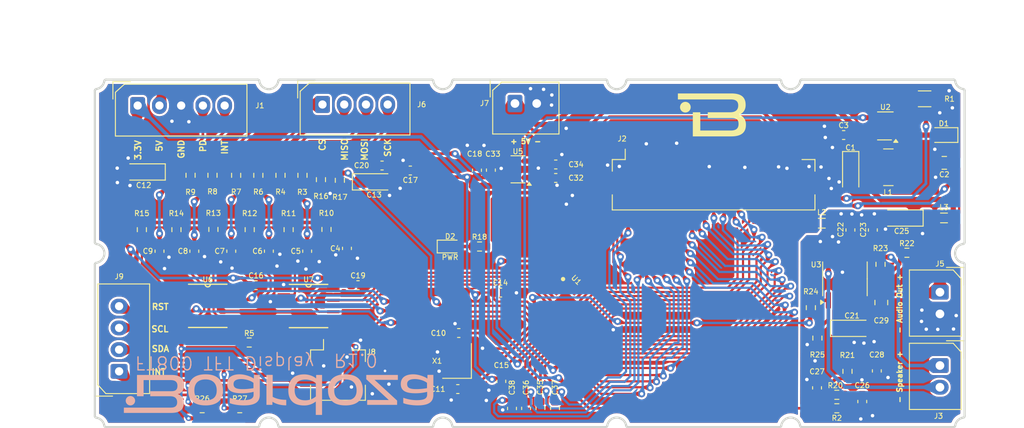
<source format=kicad_pcb>
(kicad_pcb (version 20240108) (generator "pcbnew") (generator_version "8.0")
  (layers (0 "F.Cu" signal) (31 "B.Cu" signal) (34 "B.Paste" user) (35 "F.Paste" user) (36 "B.SilkS" user "B.Silkscreen") (37 "F.SilkS" user "F.Silkscreen") (38 "B.Mask" user) (39 "F.Mask" user) (44 "Edge.Cuts" user))
  (net 0 "")
  (net 1 "GND")
  (net 2 "SCK")
  (net 3 "MOSI")
  (net 4 "MISO")
  (net 5 "CS")
  (net 6 "INT")
  (net 7 "PD")
  (net 8 "VDD")
  (net 9 "VDD_Core")
  (net 10 "FT_CS")
  (net 11 "/Connectors/AGND")
  (net 12 "FT_MOSI")
  (net 13 "FT_MISO")
  (net 14 "FT_INT")
  (net 15 "FT_PD")
  (net 16 "FT_SCK")
  (net 19 "Net-(U3-BYPASS)")
  (net 20 "Net-(U3-VDD)")
  (net 21 "Net-(C26-Pad1)")
  (net 22 "Net-(C27-Pad2)")
  (net 23 "Net-(C28-Pad2)")
  (net 24 "Net-(J6-Pin_1)")
  (net 25 "Net-(U3-IN-)")
  (net 26 "Net-(J5-Pin_1)")
  (net 27 "Net-(U3-~{SD})")
  (net 28 "Net-(J1-Pin_4)")
  (net 29 "DE")
  (net 30 "OSC_IN")
  (net 31 "OSC_OUT")
  (net 32 "B2")
  (net 33 "B3")
  (net 34 "HSYNC")
  (net 35 "B4")
  (net 36 "R7")
  (net 37 "B5")
  (net 38 "G4")
  (net 39 "B6")
  (net 40 "G3")
  (net 41 "DISP")
  (net 42 "R3")
  (net 43 "B7")
  (net 44 "R5")
  (net 45 "G2")
  (net 46 "G6")
  (net 47 "R2")
  (net 48 "VSYNC")
  (net 49 "G7")
  (net 50 "R4")
  (net 51 "R6")
  (net 52 "G5")
  (net 53 "DATA_CLOCK")
  (net 54 "BLIGHT")
  (net 55 "Y-")
  (net 56 "Y+")
  (net 57 "X-")
  (net 58 "AUDIO")
  (net 59 "AUDIO_SHDN")
  (net 60 "X+")
  (net 61 "Net-(U1-MODE)")
  (net 63 "Net-(J3-Pin_1)")
  (net 64 "Net-(J3-Pin_2)")
  (net 65 "Net-(J6-Pin_3)")
  (net 66 "Net-(J6-Pin_2)")
  (net 67 "Net-(J6-Pin_4)")
  (net 68 "LED+")
  (net 69 "LED-")
  (net 70 "Net-(J1-Pin_5)")
  (net 71 "/LED_OUT")
  (net 72 "/Connectors/RST")
  (net 73 "/Connectors/SCL")
  (net 74 "/Connectors/SDA")
  (net 75 "/Connectors/INTC")
  (net 77 "Net-(D2-A)")
  (net 78 "VDD_BL")
  (footprint "Resistor_SMD:R_0603_1608Metric" (layer "F.Cu") (at 114.19496 97.144977 90)
    (property "Reference" "R4")
    (property "Value" "33R" (hide yes))
  )
  (footprint "Inductor_SMD:L_Ferrocore_DLG-0403" (layer "F.Cu") (at 184.08 96.22)
    (property "Reference" "L1")
    (property "Value" "PCD0403MT100" (hide yes))
  )
  (footprint "Capacitor_SMD:C_0603_1608Metric" (layer "F.Cu") (at 181.08 123.185 -90)
    (property "Reference" "C26")
    (property "Value" "4,7nF" (hide yes))
  )
  (footprint "FT800:QFN50P700X700X100-49N-D" (layer "F.Cu") (at 146.945938 114.305025 -45)
    (property "Reference" "U1")
    (property "Value" "FT800Q-R" (hide yes))
  )
  (footprint "Resistor_SMD:R_0603_1608Metric" (layer "F.Cu") (at 116.71996 97.144977 90)
    (property "Reference" "R3")
    (property "Value" "33R" (hide yes))
  )
  (footprint "Capacitor_SMD:C_0805_2012Metric" (layer "F.Cu") (at 183.27 111.79 90)
    (property "Reference" "C29")
    (property "Value" "330nF" (hide yes))
  )
  (footprint "Resistor_SMD:R_0603_1608Metric" (layer "F.Cu") (at 186.21246 106.059977 180)
    (property "Reference" "R22")
    (property "Value" "10K" (hide yes))
  )
  (footprint "Resistor_SMD:R_0603_1608Metric" (layer "F.Cu") (at 178.155 123.96 180)
    (property "Reference" "R2")
    (property "Value" "1K" (hide yes))
  )
  (footprint "LED_SMD:LED_0603_1608Metric" (layer "F.Cu") (at 133.7 105.34)
    (property "Reference" "D2")
    (property "Value" "RED" (hide yes))
  )
  (footprint "Capacitor_Tantalum_SMD:CP_EIA-3216-18_Kemet-A_Pad1.58x1.35mm_HandSolder" (layer "F.Cu") (at 185.59496 102.059977 180)
    (property "Reference" "C25")
    (property "Value" "4,7uF 10V A tantal" (hide yes))
  )
  (footprint "Capacitor_SMD:C_0603_1608Metric" (layer "F.Cu") (at 145.84 95.9)
    (property "Reference" "C34")
    (property "Value" "100nF" (hide yes))
  )
  (footprint "Capacitor_Tantalum_SMD:CP_EIA-3216-18_Kemet-A_Pad1.58x1.35mm_HandSolder" (layer "F.Cu") (at 179.91246 114.759977)
    (property "Reference" "C21")
    (property "Value" "4,7uF 10V A tantal" (hide yes))
  )
  (footprint "ConnectorsBoardoza:2317-05S_1x05_P2.50mm_Vertical" (layer "F.Cu") (at 97.77496 89.114977)
    (property "Reference" "J1")
    (property "Value" "Conn_01x05" (hide yes))
  )
  (footprint "Capacitor_SMD:C_0603_1608Metric" (layer "F.Cu") (at 138.38375 96.55 90)
    (property "Reference" "C33")
    (property "Value" "1uF" (hide yes))
  )
  (footprint "Capacitor_SMD:C_0603_1608Metric" (layer "F.Cu") (at 104.285 105.88 90)
    (property "Reference" "C8")
    (property "Value" "10pF" (hide yes))
  )
  (footprint "Capacitor_SMD:C_0603_1608Metric" (layer "F.Cu") (at 145.755 123.97 90)
    (property "Reference" "C37")
    (property "Value" "3,3nF" (hide yes))
  )
  (footprint "Capacitor_SMD:C_0603_1608Metric" (layer "F.Cu") (at 129.11996 96.594977 180)
    (property "Reference" "C17")
    (property "Value" "100nF" (hide yes))
  )
  (footprint "74LCX125:SOP65P640X120-14N" (layer "F.Cu") (at 117.42 112.19)
    (property "Reference" "U7")
    (property "Value" "MC74LCX125DTR2G" (hide yes))
  )
  (footprint "Resistor_SMD:R_0603_1608Metric" (layer "F.Cu") (at 121.01996 97.719977 90)
    (property "Reference" "R17")
    (property "Value" "NC" (hide yes))
  )
  (footprint "Package_TO_SOT_SMD:SOT-23-5_HandSoldering" (layer "F.Cu") (at 183.735 91.46 180)
    (property "Reference" "U2")
    (property "Value" "MIC2287CYD5-TR" (hide yes))
  )
  (footprint "Resistor_SMD:R_0603_1608Metric" (layer "F.Cu") (at 178.155 122.41)
    (property "Reference" "R20")
    (property "Value" "1K" (hide yes))
  )
  (footprint "Capacitor_SMD:C_0603_1608Metric" (layer "F.Cu") (at 134.58 121.75 180)
    (property "Reference" "C11")
    (property "Value" "27pF" (hide yes))
  )
  (footprint "Capacitor_SMD:C_0603_1608Metric" (layer "F.Cu") (at 139.49 110.64)
    (property "Reference" "C14")
    (property "Value" "100nF" (hide yes))
  )
  (footprint "Resistor_SMD:R_0603_1608Metric" (layer "F.Cu") (at 137.08 105.34)
    (property "Reference" "R18")
    (property "Value" "330R" (hide yes))
  )
  (footprint "Package_SO:SOIC-8_3.9x4.9mm_P1.27mm" (layer "F.Cu") (at 179.08746 109.059977 90)
    (property "Reference" "U3")
    (property "Value" "AP4890" (hide yes))
  )
  (footprint "Resistor_SMD:R_0603_1608Metric" (layer "F.Cu") (at 115.13 103.4 90)
    (property "Reference" "R11")
    (property "Value" "47K" (hide yes))
  )
  (footprint "Resistor_SMD:R_0603_1608Metric" (layer "F.Cu") (at 179.38 119.71 -90)
    (property "Reference" "R21")
    (property "Value" "1K" (hide yes))
  )
  (footprint "Capacitor_Tantalum_SMD:CP_EIA-3216-18_Kemet-A_Pad1.58x1.35mm_HandSolder" (layer "F.Cu") (at 179.75 96.89 -90)
    (property "Reference" "C1")
    (property "Value" "1uF 35V A tantal" (hide yes))
  )
  (footprint "Resistor_SMD:R_0603_1608Metric" (layer "F.Cu") (at 119.48 103.375 90)
    (property "Reference" "R10")
    (property "Value" "47K" (hide yes))
  )
  (footprint "Capacitor_SMD:C_0603_1608Metric" (layer "F.Cu") (at 142.43 123.97 -90)
    (property "Reference" "C36")
    (property "Value" "3,3nF" (hide yes))
  )
  (footprint "Resistor_SMD:R_0603_1608Metric" (layer "F.Cu") (at 110.655 103.4 90)
    (property "Reference" "R12")
    (property "Value" "47K" (hide yes))
  )
  (footprint "Capacitor_Tantalum_SMD:CP_EIA-3216-18_Kemet-A_Pad1.58x1.35mm_HandSolder" (layer "F.Cu") (at 124.94496 97.899977)
    (property "Reference" "C13")
    (property "Value" "4,7uF 10V A tantal" (hide yes))
  )
  (footprint "Diode_SMD:D_SOD-323" (layer "F.Cu") (at 190.46 92.51 180)
    (property "Reference" "D1")
    (property "Value" "SS0840WS_R1_00001" (hide yes))
  )
  (footprint "Inductor_SMD:L_0805_2012Metric" (layer "F.Cu") (at 176.42746 102.659977 180)
    (property "Reference" "L2")
    (property "Value" "LCB2012-601Y-N" (hide yes))
  )
  (footprint "Resistor_SMD:R_0603_1608Metric" (layer "F.Cu") (at 109.09496 97.144977 90)
    (property "Reference" "R7")
    (property "Value" "33R" (hide yes))
  )
  (footprint "Inductor_SMD:L_0805_2012Metric" (layer "F.Cu") (at 190.47746 102.049977)
    (property "Reference" "L3")
    (property "Value" "LCB2012-601Y-N" (hide yes))
  )
  (footprint "Package_TO_SOT_SMD:SOT-23-5" (layer "F.Cu") (at 141.49 96.455 180)
    (property "Reference" "U5")
    (property "Value" "TLV70033DDCR" (hide yes))
  )
  (footprint "Capacitor_SMD:C_0603_1608Metric" (layer "F.Cu") (at 175.88 121.61 -90)
    (property "Reference" "C27")
    (property "Value" "4,7nF" (hide yes))
  )
  (footprint "Resistor_SMD:R_0603_1608Metric" (layer "F.Cu") (at 102.23 103.4 -90)
    (property "Reference" "R14")
    (property "Value" "47K" (hide yes))
  )
  (footprint "Resistor_SMD:R_0603_1608Metric" (layer "F.Cu") (at 111.64496 97.144977 90)
    (property "Reference" "R6")
    (property "Value" "33R" (hide yes))
  )
  (footprint "Capacitor_SMD:C_0603_1608Metric" (layer "F.Cu") (at 112.86 105.88 90)
    (property "Reference" "C6")
    (property "Value" "10pF" (hide yes))
  )
  (footprint "Capacitor_SMD:C_0603_1608Metric" (layer "F.Cu") (at 108.535 105.88 90)
    (property "Reference" "C7")
    (property "Value" "10pF" (hide yes))
  )
  (footprint "Resistor_SMD:R_0603_1608Metric" (layer "F.Cu") (at 103.85496 97.139977 90)
    (property "Reference" "R9")
    (property "Value" "33R" (hide yes))
  )
  (footprint "Connector_FFC-FPC:Hirose_FH12-40S-0.5SH_1x40-1MP_P0.50mm_Horizontal" (layer "F.Cu") (at 163.99 96.63)
    (property "Reference" "J2")
    (property "Value" "Conn_01x40" (hide yes))
  )
  (footprint "Capacitor_SMD:C_0603_1608Metric" (layer "F.Cu") (at 100.285 105.88 90)
    (property "Reference" "C9")
    (property "Value" "10pF" (hide yes))
  )
  (footprint "Resistor_SMD:R_0603_1608Metric" (layer "F.Cu") (at 105.19 123.95)
    (property "Reference" "R26")
    (property "Value" "10K" (hide yes))
  )
  (footprint "Capacitor_SMD:C_0603_1608Metric" (layer "F.Cu") (at 134.69 115.3)
    (property "Reference" "C10")
    (property "Value" "27pF" (hide yes))
  )
  (footprint "Capacitor_SMD:C_0805_2012Metric" (layer "F.Cu") (at 190.51 95.71 180)
    (property "Reference" "C2")
    (property "Value" "220nF" (hide yes))
  )
  (footprint "ConnectorsBoardoza:2317-02S_1x02_P2.50mm_Vertical" (layer "F.Cu") (at 190.00996 119.039977 -90)
    (property "Reference" "J3")
    (property "Value" "Conn_01x02" (hide yes))
  )
  (footprint "ConnectorsBoardoza:2317-02S_1x02_P2.50mm_Vertical" (layer "F.Cu") (at 141.15 88.88)
    (property "Reference" "J7")
    (property "Value" "Conn_01x02" (hide yes))
  )
  (footprint "Resistor_SMD:R_1206_3216Metric" (layer "F.Cu") (at 188.25 88.34 180)
    (property "Reference" "R1")
    (property "Value" "2R2" (hide yes))
  )
  (footprint "Capacitor_SMD:C_0603_1608Metric" (layer "F.Cu") (at 179.71746 103.439977 -90)
    (property "Reference" "C22")
    (property "Value" "10nF" (hide yes))
  )
  (footprint "Resistor_SMD:R_0603_1608Metric" (layer "F.Cu") (at 106.37496 97.139977 90)
    (property "Reference" "R8")
    (property "Value" "33R" (hide yes))
  )
  (footprint "Resistor_SMD:R_0603_1608Metric" (layer "F.Cu") (at 98.255 103.4 -90)
    (property "Reference" "R15")
    (property "Value" "47K" (hide yes))
  )
  (footprint "Capacitor_SMD:C_0603_1608Metric" (layer "F.Cu") (at 182.755 119.66 90)
    (property "Reference" "C28")
    (property "Value" "4,7nF" (hide yes))
  )
  (footprint "Resistor_SMD:R_0603_1608Metric" (layer "F.Cu") (at 106.48 103.375 -90)
    (property "Reference" "R13")
    (property "Value" "47K" (hide yes))
  )
  (footprint "Resistor_SMD:R_0603_1608Metric" (layer "F.Cu") (at 110.6 116.39 180)
    (property "Reference" "R5")
    (property "Value" "10K" (hide yes))
  )
  (footprint "Crystal:Crystal_SMD_3225-4Pin_3.2x2.5mm" (layer "F.Cu") (at 134.49 118.51 90)
    (property "Reference" "X1")
    (property "Value" "RH100-12.000-18-2020-TR" (hide yes))
  )
  (footprint "Capacitor_SMD:C_0603_1608Metric" (layer "F.Cu") (at 182.29746 103.439977 -90)
    (property "Reference" "C23")
    (property "Value" "100nF" (hide yes))
  )
  (footprint "Resistor_SMD:R_0603_1608Metric" (layer "F.Cu") (at 175.92 115.88 90)
    (property "Reference" "R25")
    (property "Value" "47K" (hide yes))
  )
  (footprint "Resistor_SMD:R_0603_1608Metric" (layer "F.Cu") (at 183.18 107.39 -90)
    (property "Reference" "R23")
    (property "Value" "20K" (hide yes))
  )
  (footprint "Capacitor_SMD:C_0603_1608Metric" (layer "F.Cu") (at 136.78375 96.5625 90)
    (property "Reference" "C18")
    (property "Value" "100nF" (hide yes))
  )
  (footprint "Resistor_SMD:R_0603_1608Metric" (layer "F.Cu") (at 109.51 123.95)
    (property "Reference" "R27")
    (property "Value" "10K" (hide yes))
  )
  (footprint "Capacitor_SMD:C_0603_1608Metric" (layer "F.Cu") (at 140.81 123.98 90)
    (property "Reference" "C38")
    (property "Value" "3,3nF" (hide yes))
  )
  (footprint "Capacitor_SMD:C_0603_1608Metric" (layer "F.Cu") (at 111.38 109.79)
    (property "Reference" "C16")
    (property "Value" "100nF" (hide yes))
  )
  (footprint "ConnectorsBoardoza:2317-04S_1x04_P2.50mm_Vertical" (layer "F.Cu") (at 119.01996 88.994977)
    (property "Reference" "J6")
    (property "Value" "Conn_01x04" (hide yes))
  )
  (footprint "Capacitor_SMD:C_0603_1608Metric" (layer "F.Cu") (at 139.58 120.86 -90)
    (property "Reference" "C15")
    (property "Value" "100nF" (hide yes))
  )
  (footprint "Resistor_SMD:R_0603_1608Metric" (layer "F.Cu") (at 118.84496 97.644977 -90)
    (property "Reference" "R16")
    (property "Value" "47K" (hide yes))
  )
  (footprint "Capacitor_SMD:C_0603_1608Metric" (layer "F.Cu") (at 121.835 105.555 90)
    (property "Reference" "C4")
    (property "Value" "10pF" (hide yes))
  )
  (footprint "Capacitor_SMD:C_0603_1608Metric" (layer "F.Cu") (at 145.84 97.45)
    (property "Reference" "C32")
    (property "Value" "1uF" (hide yes))
  )
  (footprint "Capacitor_SMD:C_0603_1608Metric" (layer "F.Cu") (at 144.08 123.97 90)
    (property "Reference" "C35")
    (property "Value" "3,3nF" (hide yes))
  )
  (footprint "Capacitor_Tantalum_SMD:CP_EIA-3216-18_Kemet-A_Pad1.58x1.35mm_HandSolder" (layer "F.Cu") (at 98.46496 96.759977 180)
    (property "Reference" "C12")
    (property "Value" "4,7uF 10V A tantal" (hide yes))
  )
  (footprint "Capacitor_SMD:C_0603_1608Metric" (layer "F.Cu") (at 178.94 92.51)
    (property "Reference" "C3")
    (property "Value" "100nF" (hide yes))
  )
  (footprint "Resistor_SMD:R_0603_1608Metric" (layer "F.Cu") (at 175.17 112.38 90)
    (property "Reference" "R24")
    (property "Value" "33R" (hide yes))
  )
  (footprint "Capacitor_SMD:C_0603_1608Metric" (layer "F.Cu") (at 123.105 109.79)
    (property "Reference" "C19")
    (property "Value" "100nF" (hide yes))
  )
  (footprint "ConnectorsBoardoza:2317-04S_1x04_P2.50mm_Vertical" (layer "F.Cu") (at 95.637339 119.710568 90)
    (property "Reference" "J9")
    (property "Value" "Conn_01x04" (hide yes))
  )
  (footprint "Capacitor_SMD:C_0603_1608Metric" (layer "F.Cu") (at 117.26 105.88 90)
    (property "Reference" "C5")
    (property "Value" "10pF" (hide yes))
  )
  (footprint "ConnectorsBoardoza:2317-02S_1x02_P2.50mm_Vertical" (layer "F.Cu") (at 190.00996 110.599977 -90)
    (property "Reference" "J5")
    (property "Value" "Conn_01x02" (hide yes))
  )
  (footprint "Capacitor_SMD:C_0603_1608Metric" (layer "F.Cu") (at 125.86996 96.019977)
    (property "Reference" "C20")
    (property "Value" "100nF" (hide yes))
  )
  (footprint "Connector_FFC-FPC:Hirose_FH12-6S-0.5SH_1x06-1MP_P0.50mm_Horizontal" (layer "F.Cu") (at 120.8 118.54)
    (property "Reference" "J8")
    (property "Value" "Conn_01x06" (hide yes))
  )
  (footprint "74LCX125:SOP65P640X120-14N" (layer "F.Cu") (at 105.83 112.17)
    (property "Reference" "U6")
    (property "Value" "MC74LCX125DTR2G" (hide yes))
  )
  (gr_poly (pts (xy 129.943414 123.629577) (xy 130.17713 123.625005) (xy 130.287396 123.619276) (xy 130.393324 123.611237) (xy 130.494956 123.600878) (xy 130.592333 123.58819) (xy 130.685499 123.573161) (xy 130.774495 123.555782) (xy 130.859363 123.536044) (xy 130.940145 123.513934) (xy 131.016885 123.489444) (xy 131.089623 123.462563) (xy 131.158402 123.433281) (xy 131.223264 123.401588) (xy 131.284251 123.367474) (xy 131.341406 123.330928) (xy 131.39477 123.29194) (xy 131.444386 123.2505) (xy 131.490295 123.206598) (xy 131.532541 123.160225) (xy 131.571165 123.111368) (xy 131.606209 123.060019) (xy 131.637716 123.006168) (xy 131.665727 122.949803) (xy 131.690285 122.890915) (xy 131.711431 122.829494) (xy 131.729209 122.76553) (xy 131.74366 122.699012) (xy 131.754826 122.62993) (xy 131.76275 122.558274) (xy 131.767473 122.484035) (xy 131.769038 122.4072) (xy 131.769038 120.113264) (xy 131.086413 120.113264) (xy 131.086413 120.541891) (xy 131.019912 120.49843) (xy 130.945831 120.454656) (xy 130.864774 120.410998) (xy 130.777345 120.367886) (xy 130.684149 120.325751) (xy 130.585791 120.285023) (xy 130.482874 120.246132) (xy 130.376005 120.209508) (xy 130.265787 120.175582) (xy 130.152825 120.144784) (xy 130.037723 120.117543) (xy 129.921087 120.094291) (xy 129.803521 120.075456) (xy 129.685629 120.061471) (xy 129.568016 120.052764) (xy 129.451286 120.049766) (xy 129.32144 120.052655) (xy 129.191628 120.061719) (xy 129.063002 120.077549) (xy 128.936714 120.100739) (xy 128.874805 120.11528) (xy 128.813913 120.131883) (xy 128.75418 120.150622) (xy 128.695752 120.171572) (xy 128.63877 120.194807) (xy 128.583381 120.2204) (xy 128.529726 120.248427) (xy 128.477951 120.278961) (xy 128.428199 120.312076) (xy 128.380614 120.347846) (xy 128.33534 120.386346) (xy 128.292521 120.427649) (xy 128.2523 120.471831) (xy 128.214822 120.518964) (xy 128.18023 120.569123) (xy 128.148669 120.622382) (xy 128.120282 120.678816) (xy 128.095213 120.738497) (xy 128.073606 120.801502) (xy 128.055605 120.867903) (xy 128.041354 120.937774) (xy 128.030996 121.011191) (xy 128.024676 121.088227) (xy 128.022748 121.161016) (xy 128.752788 121.161016) (xy 128.753694 121.126577) (xy 128.756408 121.093208) (xy 128.760924 121.060913) (xy 128.767237 121.029691) (xy 128.77534 120.999545) (xy 128.785228 120.970476) (xy 128.796895 120.942486) (xy 128.810335 120.915575) (xy 128.825542 120.889745) (xy 128.842511 120.864998) (xy 128.861236 120.841336) (xy 128.88171 120.818759) (xy 128.903929 120.797269) (xy 128.927886 120.776868) (xy 128.953575 120.757557) (xy 128.980991 120.739338) (xy 129.04098 120.706179) (xy 129.107805 120.677403) (xy 129.181421 120.653023) (xy 129.261781 120.633049) (xy 129.348838 120.617494) (xy 129.442545 120.606369) (xy 129.542857 120.599685) (xy 129.649727 120.597455) (xy 129.74163 120.59948) (xy 129.835406 120.60547) (xy 129.930507 120.615296) (xy 130.026386 120.628833) (xy 130.122499 120.64595) (xy 130.218297 120.66652) (xy 130.313235 120.690416) (xy 130.406766 120.717509) (xy 130.498344 120.747672) (xy 130.587422 120.780777) (xy 130.673454 120.816696) (xy 130.755892 120.8553) (xy 130.834192 120.896462) (xy 130.907806 120.940055) (xy 130.976188 120.985949) (xy 131.038791 121.034018) (xy 131.038791 121.645204) (xy 130.914317 121.665932) (xy 130.779705 121.686008) (xy 130.635976 121.704782) (xy 130.484156 121.721603) (xy 130.325266 121.735819) (xy 130.16033 121.746779) (xy 129.990371 121.753833) (xy 129.816413 121.756329) (xy 129.682819 121.754701) (xy 129.55877 121.749632) (xy 129.44414 121.740842) (xy 129.390316 121.734964) (xy 129.338799 121.728052) (xy 129.289573 121.72007) (xy 129.242621 121.710983) (xy 129.197928 121.700757) (xy 129.155477 121.689356) (xy 129.115253 121.676747) (xy 129.077239 121.662893) (xy 129.041421 121.64776) (xy 129.00778 121.631313) (xy 128.976303 121.613518) (xy 128.946972 121.594339) (xy 128.919772 121.573741) (xy 128.894686 121.55169) (xy 128.8717 121.528151) (xy 128.850796 121.503089) (xy 128.831958 121.476468) (xy 128.815172 121.448255) (xy 128.80042 121.418413) (xy 128.787687 121.386909) (xy 128.776957 121.353708) (xy 128.768213 121.318774) (xy 128.761441 121.282073) (xy 128.756623 121.243569) (xy 128.753744 121.203229) (xy 128.752788 121.161016) (xy 128.022748 121.161016) (xy 128.022537 121.168955) (xy 128.024707 121.249524) (xy 128.031151 121.326095) (xy 128.041772 121.398762) (xy 128.056473 121.467619) (xy 128.075157 121.532762) (xy 128.097725 121.594284) (xy 128.124081 121.65228) (xy 128.154126 121.706845) (xy 128.187765 121.758072) (xy 128.224899 121.806057) (xy 128.265432 121.850895) (xy 128.309264 121.892678) (xy 128.356301 121.931502) (xy 128.406443 121.967462) (xy 128.459593 122.000652) (xy 128.515655 122.031166) (xy 128.636123 122.084544) (xy 128.767066 122.128353) (xy 128.907707 122.163349) (xy 129.057266 122.190287) (xy 129.214963 122.209924) (xy 129.380021 122.223014) (xy 129.55166 122.230314) (xy 129.7291 122.232579) (xy 129.915306 122.229324) (xy 130.09807 122.219929) (xy 130.276183 122.204954) (xy 130.448436 122.184955) (xy 130.613619 122.160492) (xy 130.770524 122.132122) (xy 130.917941 122.100403) (xy 131.054661 122.065893) (xy 131.054661 122.375454) (xy 131.050964 122.457324) (xy 131.039592 122.533321) (xy 131.020128 122.603528) (xy 131.007231 122.636485) (xy 130.992154 122.668026) (xy 130.974844 122.69816) (xy 130.955249 122.726896) (xy 130.933317 122.754247) (xy 130.908996 122.780221) (xy 130.882233 122.804829) (xy 130.852977 122.82808) (xy 130.821173 122.849986) (xy 130.786772 122.870556) (xy 130.709963 122.907731) (xy 130.622131 122.939684) (xy 130.522858 122.966498) (xy 130.411725 122.988255) (xy 130.288314 123.005035) (xy 130.152206 123.01692) (xy 130.002983 123.023991) (xy 129.840225 123.02633) (xy 129.736079 123.024954) (xy 129.63213 123.020904) (xy 129.528576 123.014296) (xy 129.425615 123.005246) (xy 129.323445 122.993871) (xy 129.222263 122.980286) (xy 129.122267 122.964609) (xy 129.023655 122.946955) (xy 128.926624 122.92744) (xy 128.831372 122.906182) (xy 128.738097 122.883295) (xy 128.646996 122.858898) (xy 128.558267 122.833104) (xy 128.472107 122.806032) (xy 128.388715 122.777797) (xy 128.308288 122.748516) (xy 128.308288 123.367643) (xy 128.379846 123.395438) (xy 128.457334 123.422197) (xy 128.540356 123.447818) (xy 128.628517 123.472194) (xy 128.818677 123.516796) (xy 129.024649 123.555166) (xy 129.243271 123.586466) (xy 129.471381 123.60986) (xy 129.705817 123.62451) (xy 129.943414 123.62958)) (fill solid) (layer "B.SilkS"))
  (gr_poly (pts (xy 105.697676 123.627794) (xy 105.816288 123.622444) (xy 105.931118 123.613551) (xy 106.04216 123.601133) (xy 106.149405 123.58521) (xy 106.252847 123.5658) (xy 106.352478 123.542922) (xy 106.44829 123.516596) (xy 106.540278 123.486839) (xy 106.628433 123.453671) (xy 106.712747 123.417111) (xy 106.793215 123.377178) (xy 106.869828 123.33389) (xy 106.94258 123.287267) (xy 107.011463 123.237327) (xy 107.076469 123.184089) (xy 107.137592 123.127572) (xy 107.194824 123.067795) (xy 107.248158 123.004778) (xy 107.297587 122.938538) (xy 107.343104 122.869095) (xy 107.3847 122.796467) (xy 107.42237 122.720674) (xy 107.456105 122.641734) (xy 107.485898 122.559667) (xy 107.511743 122.47449) (xy 107.533631 122.386224) (xy 107.551556 122.294887) (xy 107.565511 122.200498) (xy 107.575487 122.103075) (xy 107.581478 122.002638) (xy 107.583477 121.899206) (xy 107.581478 121.789147) (xy 107.575487 121.682227) (xy 107.565511 121.57847) (xy 107.551556 121.477899) (xy 107.533631 121.380536) (xy 107.511743 121.286407) (xy 107.485898 121.195532) (xy 107.456105 121.107937) (xy 107.42237 121.023644) (xy 107.3847 120.942676) (xy 107.343104 120.865057) (xy 107.297587 120.790809) (xy 107.248158 120.719957) (xy 107.194824 120.652523) (xy 107.137592 120.588531) (xy 107.076469 120.528004) (xy 107.011463 120.470964) (xy 106.94258 120.417437) (xy 106.869828 120.367444) (xy 106.793215 120.321008) (xy 106.712747 120.278154) (xy 106.628433 120.238905) (xy 106.540278 120.203283) (xy 106.44829 120.171312) (xy 106.352478 120.143015) (xy 106.252847 120.118416) (xy 106.149405 120.097537) (xy 106.04216 120.080403) (xy 105.931118 120.067035) (xy 105.816288 120.057458) (xy 105.575289 120.049769) (xy 105.452925 120.051718) (xy 105.334379 120.057546) (xy 105.219656 120.067225) (xy 105.108759 120.080728) (xy 105.001694 120.098028) (xy 104.898464 120.119096) (xy 104.799074 120.143905) (xy 104.703528 120.172428) (xy 104.611831 120.204636) (xy 104.523987 120.240503) (xy 104.44 120.28) (xy 104.359875 120.3231) (xy 104.283616 120.369776) (xy 104.211227 120.419999) (xy 104.142713 120.473743) (xy 104.078078 120.530979) (xy 104.017327 120.59168) (xy 103.960463 120.655818) (xy 103.907492 120.723366) (xy 103.858417 120.794296) (xy 103.813243 120.86858) (xy 103.771975 120.946191) (xy 103.734616 121.027102) (xy 103.701171 121.111284) (xy 103.671644 121.19871) (xy 103.646041 121.289353) (xy 103.624364 121.383184) (xy 103.606619 121.480176) (xy 103.592809 121.580302) (xy 103.58294 121.683534) (xy 103.577015 121.789845) (xy 103.575039 121.899206) (xy 104.289414 121.899206) (xy 104.290714 121.824353) (xy 104.294611 121.75161) (xy 104.301095 121.680995) (xy 104.310157 121.612525) (xy 104.321788 121.546218) (xy 104.335981 121.482091) (xy 104.352725 121.420162) (xy 104.372013 121.360447) (xy 104.393836 121.302965) (xy 104.418185 121.247733) (xy 104.445051 121.194768) (xy 104.474426 121.144088) (xy 104.506301 121.09571) (xy 104.540666 121.049652) (xy 104.577514 121.005931) (xy 104.616836 120.964564) (xy 104.658623 120.925569) (xy 104.702866 120.888964) (xy 104.749556 120.854766) (xy 104.798686 120.822992) (xy 104.850245 120.793659) (xy 104.904226 120.766786) (xy 104.960619 120.742389) (xy 105.019416 120.720486) (xy 105.080609 120.701095) (xy 105.144188 120.684233) (xy 105.210144 120.669917) (xy 105.27847 120.658165) (xy 105.349156 120.648994) (xy 105.422194 120.642421) (xy 105.497574 120.638465) (xy 105.575289 120.637143) (xy 105.653004 120.638555) (xy 105.728385 120.64277) (xy 105.801422 120.649752) (xy 105.872109 120.659467) (xy 105.940435 120.671879) (xy 106.006391 120.686953) (xy 106.06997 120.704656) (xy 106.131163 120.724951) (xy 106.18996 120.747804) (xy 106.246354 120.77318) (xy 106.300335 120.801045) (xy 106.351894 120.831363) (xy 106.401023 120.864099) (xy 106.447714 120.899219) (xy 106.491957 120.936688) (xy 106.533744 120.97647) (xy 106.573065 121.018531) (xy 106.609913 121.062837) (xy 106.644279 121.109351) (xy 106.676154 121.15804) (xy 106.705528 121.208868) (xy 106.732394 121.261801) (xy 106.756743 121.316804) (xy 106.778566 121.373841) (xy 106.797854 121.432878) (xy 106.814599 121.49388) (xy 106.828791 121.556813) (xy 106.840423 121.62164) (xy 106.849485 121.688328) (xy 106.855968 121.756842) (xy 106.859865 121.827146) (xy 106.861166 121.899206) (xy 106.85991 121.970924) (xy 106.856143 122.040232) (xy 106.849864 122.107139) (xy 106.841074 122.171654) (xy 106.829772 122.233785) (xy 106.815959 122.293542) (xy 106.799634 122.350932) (xy 106.780798 122.405965) (xy 106.759451 122.458649) (xy 106.735592 122.508994) (xy 106.709221 122.557007) (xy 106.680339 122.602697) (xy 106.648945 122.646074) (xy 106.61504 122.687145) (xy 106.578624 122.725921) (xy 106.539696 122.762408) (xy 106.498257 122.796617) (xy 106.454306 122.828555) (xy 106.407843 122.858232) (xy 106.358869 122.885656) (xy 106.307384 122.910836) (xy 106.253387 122.933781) (xy 106.196879 122.954499) (xy 106.137859 122.972999) (xy 106.076328 122.989291) (xy 106.012286 123.003381) (xy 105.876666 123.024996) (xy 105.731 123.037914) (xy 105.575289 123.042204) (xy 105.419578 123.038263) (xy 105.273912 123.026298) (xy 105.204847 123.017242) (xy 105.138292 123.006102) (xy 105.07425 122.992851) (xy 105.012719 122.977464) (xy 104.953699 122.959914) (xy 104.897191 122.940176) (xy 104.843194 122.918222) (xy 104.791709 122.894027) (xy 104.742735 122.867565) (xy 104.696273 122.83881) (xy 104.652322 122.807735) (xy 104.610883 122.774314) (xy 104.571955 122.738521) (xy 104.535538 122.70033) (xy 104.501633 122.659715) (xy 104.47024 122.616649) (xy 104.441358 122.571107) (xy 104.414987 122.523062) (xy 104.391128 122.472488) (xy 104.369781 122.419359) (xy 104.350945 122.363649) (xy 104.33462 122.305331) (xy 104.320807 122.24438) (xy 104.309505 122.180769) (xy 104.300715 122.114473) (xy 104.294437 122.045464) (xy 104.290669 121.973717) (xy 104.289414 121.899206) (xy 103.575039 121.899206) (xy 103.577038 122.00194) (xy 103.583027 122.101767) (xy 103.592999 122.198664) (xy 103.606944 122.292608) (xy 103.624854 122.383575) (xy 103.646721 122.471542) (xy 103.672535 122.556486) (xy 103.702287 122.638385) (xy 103.73597 122.717213) (xy 103.773574 122.792949) (xy 103.81509 122.865568) (xy 103.86051 122.935048) (xy 103.909826 123.001366) (xy 103.963027 123.064498) (xy 104.020107 123.12442) (xy 104.081055 123.181111) (xy 104.145864 123.234545) (xy 104.214524 123.284701) (xy 104.287026 123.331555) (xy 104.363363 123.375083) (xy 104.443526 123.415263) (xy 104.527505 123.452071) (xy 104.615291 123.485484) (xy 104.706877 123.515478) (xy 104.802254 123.542031) (xy 104.901412 123.565118) (xy 105.004343 123.584718) (xy 105.111038 123.600806) (xy 105.335687 123.622355) (xy 105.575289 123.62958) (xy 105.575289 123.629581)) (fill solid) (layer "B.SilkS"))
  (gr_poly (pts (xy 127.60185 123.073956) (xy 125.006287 120.684767) (xy 127.689162 120.692707) (xy 127.689162 120.121206) (xy 124.053786 120.121206) (xy 124.053786 120.61333) (xy 126.641413 123.010456) (xy 124.156975 123.002518) (xy 124.156975 123.566079) (xy 127.60185 123.566079)) (fill solid) (layer "B.SilkS"))
  (gr_poly (pts (xy 114.854224 122.986642) (xy 114.714929 122.984727) (xy 114.582598 122.979138) (xy 114.456942 122.970108) (xy 114.337668 122.957868) (xy 114.224487 122.942652) (xy 114.117108 122.924692) (xy 114.01524 122.904221) (xy 113.918593 122.88147) (xy 113.826876 122.856673) (xy 113.739798 122.830063) (xy 113.657069 122.801871) (xy 113.578397 122.77233) (xy 113.503493 122.741673) (xy 113.432065 122.710132) (xy 113.363823 122.677941) (xy 113.298476 122.64533) (xy 113.298476 120.113266) (xy 112.576163 120.113266) (xy 112.576163 123.566079) (xy 113.258789 123.566079) (xy 113.266726 123.558143) (xy 113.266726 123.208892) (xy 113.340713 123.252769) (xy 113.41698 123.294995) (xy 113.495758 123.335408) (xy 113.57728 123.373843) (xy 113.661779 123.41014) (xy 113.749487 123.444134) (xy 113.840636 123.475663) (xy 113.93546 123.504564) (xy 114.03419 123.530675) (xy 114.13706 123.553832) (xy 114.244301 123.573873) (xy 114.356147 123.590636) (xy 114.47283 123.603957) (xy 114.594582 123.613673) (xy 114.721636 123.619622) (xy 114.854224 123.621642)) (fill solid) (layer "B.SilkS"))
  (gr_poly (pts (xy 96.967065 123.628879) (xy 96.994476 123.626794) (xy 97.021489 123.623362) (xy 97.048068 123.618615) (xy 97.074182 123.612588) (xy 97.099795 123.605315) (xy 97.124874 123.596829) (xy 97.149385 123.587165) (xy 97.173294 123.576356) (xy 97.196567 123.564436) (xy 97.21917 123.551439) (xy 97.24107 123.5374) (xy 97.262231 123.522352) (xy 97.282621 123.506328) (xy 97.302206 123.489363) (xy 97.320951 123.471492) (xy 97.338823 123.452746) (xy 97.355788 123.433162) (xy 97.371811 123.412772) (xy 97.38686 123.39161) (xy 97.400899 123.369711) (xy 97.413895 123.347107) (xy 97.425815 123.323834) (xy 97.436624 123.299926) (xy 97.446288 123.275415) (xy 97.454774 123.250336) (xy 97.462048 123.224722) (xy 97.468075 123.198609) (xy 97.472821 123.172029) (xy 97.476254 123.145017) (xy 97.478338 123.117606) (xy 97.47904 123.08983) (xy 97.478338 123.062055) (xy 97.476254 123.034644) (xy 97.472821 123.007632) (xy 97.468075 122.981052) (xy 97.462048 122.954939) (xy 97.454774 122.929326) (xy 97.446288 122.904247) (xy 97.436624 122.879736) (xy 97.425815 122.855827) (xy 97.413895 122.832554) (xy 97.400899 122.809951) (xy 97.38686 122.788052) (xy 97.371811 122.76689) (xy 97.355788 122.7465) (xy 97.338823 122.726916) (xy 97.320951 122.70817) (xy 97.302206 122.690299) (xy 97.282621 122.673334) (xy 97.262231 122.657311) (xy 97.24107 122.642262) (xy 97.21917 122.628223) (xy 97.196567 122.615226) (xy 97.173294 122.603307) (xy 97.149385 122.592498) (xy 97.124874 122.582833) (xy 97.099795 122.574347) (xy 97.074182 122.567074) (xy 97.048068 122.561047) (xy 97.021489 122.5563) (xy 96.994476 122.552868) (xy 96.967065 122.550784) (xy 96.93929 122.550081) (xy 96.911514 122.550784) (xy 96.884103 122.552868) (xy 96.857091 122.5563) (xy 96.830511 122.561047) (xy 96.804398 122.567074) (xy 96.778785 122.574347) (xy 96.753706 122.582833) (xy 96.729195 122.592498) (xy 96.705286 122.603307) (xy 96.682013 122.615226) (xy 96.65941 122.628223) (xy 96.63751 122.642262) (xy 96.616349 122.657311) (xy 96.595959 122.673334) (xy 96.576374 122.690299) (xy 96.557629 122.70817) (xy 96.539757 122.726916) (xy 96.522792 122.7465) (xy 96.506769 122.76689) (xy 96.491721 122.788052) (xy 96.477681 122.809951) (xy 96.464685 122.832554) (xy 96.452765 122.855827) (xy 96.441956 122.879736) (xy 96.432292 122.904247) (xy 96.423806 122.929326) (xy 96.416533 122.954939) (xy 96.410506 122.981052) (xy 96.405759 123.007632) (xy 96.402327 123.034644) (xy 96.400242 123.062055) (xy 96.39954 123.08983) (xy 96.400242 123.117606) (xy 96.402327 123.145017) (xy 96.405759 123.172029) (xy 96.410506 123.198609) (xy 96.416533 123.224722) (xy 96.423806 123.250336) (xy 96.432292 123.275415) (xy 96.441956 123.299926) (xy 96.452765 123.323834) (xy 96.464685 123.347107) (xy 96.477681 123.369711) (xy 96.491721 123.39161) (xy 96.506769 123.412772) (xy 96.522792 123.433162) (xy 96.539757 123.452746) (xy 96.557629 123.471492) (xy 96.576374 123.489363) (xy 96.595959 123.506328) (xy 96.616349 123.522352) (xy 96.63751 123.5374) (xy 96.65941 123.551439) (xy 96.682013 123.564436) (xy 96.705286 123.576356) (xy 96.729195 123.587165) (xy 96.753706 123.596829) (xy 96.778785 123.605315) (xy 96.804398 123.612588) (xy 96.830511 123.618615) (xy 96.857091 123.623362) (xy 96.884103 123.626794) (xy 96.911514 123.628879) (xy 96.93929 123.629581)) (fill solid) (layer "B.SilkS"))
  (gr_poly (pts (xy 121.779048 123.627794) (xy 121.89766 123.622444) (xy 122.012491 123.613551) (xy 122.123532 123.601133) (xy 122.230777 123.58521) (xy 122.334219 123.5658) (xy 122.43385 123.542922) (xy 122.529662 123.516596) (xy 122.62165 123.486839) (xy 122.709804 123.453671) (xy 122.794119 123.417111) (xy 122.874587 123.377178) (xy 122.9512 123.33389) (xy 123.023952 123.287267) (xy 123.092834 123.237327) (xy 123.157841 123.184089) (xy 123.218964 123.127572) (xy 123.276196 123.067795) (xy 123.32953 123.004778) (xy 123.378959 122.938538) (xy 123.424475 122.869095) (xy 123.466071 122.796467) (xy 123.503741 122.720674) (xy 123.537476 122.641734) (xy 123.567269 122.559667) (xy 123.593114 122.47449) (xy 123.615002 122.386224) (xy 123.632927 122.294887) (xy 123.646881 122.200498) (xy 123.656858 122.103075) (xy 123.662849 122.002638) (xy 123.664848 121.899206) (xy 123.662849 121.789147) (xy 123.656858 121.682227) (xy 123.646881 121.57847) (xy 123.632927 121.477899) (xy 123.615002 121.380536) (xy 123.593114 121.286407) (xy 123.56727 121.195532) (xy 123.537476 121.107937) (xy 123.503741 121.023644) (xy 123.466072 120.942676) (xy 123.424476 120.865057) (xy 123.378959 120.790809) (xy 123.329531 120.719957) (xy 123.276197 120.652523) (xy 123.218965 120.588531) (xy 123.157842 120.528004) (xy 123.092835 120.470964) (xy 123.023953 120.417437) (xy 122.951201 120.367444) (xy 122.874588 120.321008) (xy 122.794121 120.278154) (xy 122.709806 120.238905) (xy 122.621651 120.203283) (xy 122.529664 120.171312) (xy 122.433851 120.143015) (xy 122.33422 120.118416) (xy 122.230778 120.097537) (xy 122.123533 120.080403) (xy 122.012491 120.067035) (xy 121.897661 120.057458) (xy 121.656661 120.049769) (xy 121.534297 120.051718) (xy 121.415751 120.057546) (xy 121.301028 120.067225) (xy 121.190131 120.080728) (xy 121.083066 120.098028) (xy 120.979836 120.119096) (xy 120.880446 120.143905) (xy 120.7849 120.172428) (xy 120.693203 120.204636) (xy 120.605359 120.240503) (xy 120.521372 120.28) (xy 120.441247 120.3231) (xy 120.364988 120.369776) (xy 120.292599 120.419999) (xy 120.224085 120.473743) (xy 120.15945 120.530979) (xy 120.098699 120.59168) (xy 120.041835 120.655818) (xy 119.988864 120.723366) (xy 119.939789 120.794296) (xy 119.894615 120.86858) (xy 119.853347 120.946191) (xy 119.815988 121.027102) (xy 119.782543 121.111284) (xy 119.753017 121.19871) (xy 119.727413 121.289353) (xy 119.705736 121.383184) (xy 119.687991 121.480176) (xy 119.674181 121.580302) (xy 119.664312 121.683534) (xy 119.658387 121.789845) (xy 119.656411 121.899206) (xy 120.370789 121.899206) (xy 120.37209 121.824353) (xy 120.375986 121.75161) (xy 120.38247 121.680995) (xy 120.391532 121.612525) (xy 120.403163 121.546218) (xy 120.417355 121.482091) (xy 120.4341 121.420162) (xy 120.453388 121.360447) (xy 120.475211 121.302965) (xy 120.499559 121.247733) (xy 120.526425 121.194768) (xy 120.5558 121.144088) (xy 120.587674 121.09571) (xy 120.62204 121.049652) (xy 120.658888 121.005931) (xy 120.698209 120.964564) (xy 120.739996 120.925569) (xy 120.784239 120.888964) (xy 120.830929 120.854766) (xy 120.880058 120.822991) (xy 120.931617 120.793659) (xy 120.985598 120.766786) (xy 121.041991 120.742389) (xy 121.100788 120.720486) (xy 121.161981 120.701095) (xy 121.22556 120.684233) (xy 121.291516 120.669917) (xy 121.359842 120.658165) (xy 121.430528 120.648994) (xy 121.503566 120.642421) (xy 121.578946 120.638465) (xy 121.656661 120.637143) (xy 121.734376 120.638555) (xy 121.809757 120.64277) (xy 121.882794 120.649752) (xy 121.95348 120.659467) (xy 122.021806 120.671879) (xy 122.087763 120.686953) (xy 122.151342 120.704656) (xy 122.212534 120.724951) (xy 122.271332 120.747804) (xy 122.327725 120.77318) (xy 122.381706 120.801045) (xy 122.433265 120.831363) (xy 122.482395 120.864099) (xy 122.529085 120.899219) (xy 122.573328 120.936688) (xy 122.615115 120.97647) (xy 122.654436 121.018531) (xy 122.691284 121.062837) (xy 122.72565 121.109351) (xy 122.757525 121.15804) (xy 122.786899 121.208868) (xy 122.813765 121.261801) (xy 122.838114 121.316804) (xy 122.859937 121.373841) (xy 122.879225 121.432878) (xy 122.89597 121.49388) (xy 122.910162 121.556813) (xy 122.921794 121.62164) (xy 122.930856 121.688328) (xy 122.937339 121.756842) (xy 122.941236 121.827146) (xy 122.942537 121.899206) (xy 122.941281 121.970924) (xy 122.937514 122.040232) (xy 122.931235 122.107139) (xy 122.922445 122.171654) (xy 122.911143 122.233785) (xy 122.89733 122.293542) (xy 122.881005 122.350932) (xy 122.862169 122.405965) (xy 122.840821 122.458649) (xy 122.816962 122.508994) (xy 122.790592 122.557007) (xy 122.76171 122.602697) (xy 122.730316 122.646074) (xy 122.696411 122.687145) (xy 122.659995 122.725921) (xy 122.621067 122.762408) (xy 122.579628 122.796617) (xy 122.535677 122.828555) (xy 122.489214 122.858232) (xy 122.440241 122.885656) (xy 122.388755 122.910836) (xy 122.334759 122.933781) (xy 122.278251 122.954499) (xy 122.219231 122.972999) (xy 122.1577 122.989291) (xy 122.093657 123.003381) (xy 121.958038 123.024996) (xy 121.812372 123.037914) (xy 121.656661 123.042204) (xy 121.50095 123.038263) (xy 121.355285 123.026298) (xy 121.286219 123.017242) (xy 121.219665 123.006102) (xy 121.155623 122.992851) (xy 121.094092 122.977464) (xy 121.035072 122.959914) (xy 120.978564 122.940176) (xy 120.924568 122.918222) (xy 120.873083 122.894027) (xy 120.824109 122.867565) (xy 120.777647 122.83881) (xy 120.733696 122.807735) (xy 120.692257 122.774314) (xy 120.653329 122.738521) (xy 120.616913 122.70033) (xy 120.583008 122.659715) (xy 120.551615 122.616649) (xy 120.522733 122.571107) (xy 120.496362 122.523062) (xy 120.472503 122.472488) (xy 120.451156 122.419359) (xy 120.43232 122.363649) (xy 120.415995 122.305331) (xy 120.402182 122.24438) (xy 120.390881 122.180769) (xy 120.38209 122.114473) (xy 120.375812 122.045464) (xy 120.372044 121.973717) (xy 120.370789 121.899206) (xy 119.656411 121.899206) (xy 119.65841 122.00194) (xy 119.664399 122.101767) (xy 119.674371 122.198664) (xy 119.688316 122.292608) (xy 119.706227 122.383575) (xy 119.728093 122.471542) (xy 119.753907 122.556486) (xy 119.78366 122.638385) (xy 119.817342 122.717213) (xy 119.854946 122.792949) (xy 119.896462 122.865568) (xy 119.941882 122.935048) (xy 119.991198 123.001366) (xy 120.0444 123.064498) (xy 120.101479 123.12442) (xy 120.162427 123.181111) (xy 120.227236 123.234545) (xy 120.295896 123.284701) (xy 120.368399 123.331555) (xy 120.444736 123.375083) (xy 120.524898 123.415263) (xy 120.608877 123.452071) (xy 120.696664 123.485484) (xy 120.78825 123.515478) (xy 120.883626 123.542031) (xy 120.982784 123.565118) (xy 121.085715 123.584718) (xy 121.192411 123.600806) (xy 121.41706 123.622355) (xy 121.656661 123.62958) (xy 121.656661 123.629581)) (fill solid) (layer "B.SilkS"))
  (gr_poly (pts (xy 109.98854 123.629577) (xy 110.222256 123.625005) (xy 110.332522 123.619276) (xy 110.43845 123.611237) (xy 110.540082 123.600878) (xy 110.637459 123.58819) (xy 110.730625 123.573161) (xy 110.819621 123.555782) (xy 110.904489 123.536044) (xy 110.985271 123.513934) (xy 111.06201 123.489444) (xy 111.134749 123.462563) (xy 111.203527 123.433281) (xy 111.26839 123.401588) (xy 111.329377 123.367474) (xy 111.386532 123.330928) (xy 111.439896 123.29194) (xy 111.489512 123.2505) (xy 111.535421 123.206598) (xy 111.577667 123.160225) (xy 111.616291 123.111368) (xy 111.651335 123.060019) (xy 111.682842 123.006168) (xy 111.710853 122.949803) (xy 111.735411 122.890915) (xy 111.756557 122.829494) (xy 111.774335 122.76553) (xy 111.788786 122.699012) (xy 111.799952 122.62993) (xy 111.807876 122.558274) (xy 111.812599 122.484035) (xy 111.814164 122.4072) (xy 111.814164 120.113264) (xy 111.131539 120.113264) (xy 111.131539 120.541891) (xy 111.065039 120.49843) (xy 110.990958 120.454656) (xy 110.909901 120.410998) (xy 110.822473 120.367886) (xy 110.729277 120.325751) (xy 110.630919 120.285023) (xy 110.528003 120.246132) (xy 110.421133 120.209508) (xy 110.310915 120.175582) (xy 110.197954 120.144784) (xy 110.082852 120.117543) (xy 109.966216 120.094291) (xy 109.84865 120.075456) (xy 109.730758 120.061471) (xy 109.613145 120.052764) (xy 109.496415 120.049766) (xy 109.366569 120.052655) (xy 109.236757 120.061719) (xy 109.108131 120.077549) (xy 108.981842 120.100739) (xy 108.919934 120.11528) (xy 108.859041 120.131883) (xy 108.799309 120.150622) (xy 108.74088 120.171572) (xy 108.683899 120.194807) (xy 108.628509 120.2204) (xy 108.574854 120.248427) (xy 108.523079 120.278961) (xy 108.473327 120.312076) (xy 108.425742 120.347846) (xy 108.380468 120.386346) (xy 108.337649 120.427649) (xy 108.297428 120.471831) (xy 108.25995 120.518964) (xy 108.225358 120.569123) (xy 108.193797 120.622382) (xy 108.16541 120.678816) (xy 108.140341 120.738497) (xy 108.118734 120.801502) (xy 108.100733 120.867903) (xy 108.086481 120.937774) (xy 108.076124 121.011191) (xy 108.069803 121.088227) (xy 108.067875 121.161016) (xy 108.797914 121.161016) (xy 108.79882 121.126577) (xy 108.801534 121.093208) (xy 108.80605 121.060913) (xy 108.812362 121.029691) (xy 108.820466 120.999545) (xy 108.830354 120.970476) (xy 108.842021 120.942486) (xy 108.855461 120.915575) (xy 108.870668 120.889745) (xy 108.887637 120.864998) (xy 108.906362 120.841336) (xy 108.926836 120.818759) (xy 108.949055 120.797269) (xy 108.973012 120.776868) (xy 108.998701 120.757557) (xy 109.026117 120.739338) (xy 109.086105 120.706179) (xy 109.152931 120.677403) (xy 109.226546 120.653023) (xy 109.306906 120.633049) (xy 109.393962 120.617494) (xy 109.487669 120.606369) (xy 109.587981 120.599685) (xy 109.69485 120.597455) (xy 109.786754 120.59948) (xy 109.880529 120.60547) (xy 109.97563 120.615296) (xy 110.07151 120.628833) (xy 110.167622 120.64595) (xy 110.263421 120.66652) (xy 110.358359 120.690416) (xy 110.45189 120.717509) (xy 110.543467 120.747672) (xy 110.632545 120.780777) (xy 110.718577 120.816696) (xy 110.801016 120.8553) (xy 110.879315 120.896462) (xy 110.952929 120.940055) (xy 111.02131 120.985949) (xy 111.083913 121.034018) (xy 111.083913 121.645204) (xy 110.95944 121.665932) (xy 110.824828 121.686008) (xy 110.681101 121.704782) (xy 110.529281 121.721603) (xy 110.370391 121.735819) (xy 110.205456 121.746779) (xy 110.035497 121.753833) (xy 109.861539 121.756329) (xy 109.727944 121.754701) (xy 109.603896 121.749632) (xy 109.489265 121.740842) (xy 109.435441 121.734964) (xy 109.383924 121.728052) (xy 109.334698 121.72007) (xy 109.287746 121.710983) (xy 109.243053 121.700757) (xy 109.200602 121.689356) (xy 109.160378 121.676747) (xy 109.122365 121.662893) (xy 109.086546 121.64776) (xy 109.052906 121.631313) (xy 109.021428 121.613518) (xy 108.992098 121.594339) (xy 108.964897 121.573741) (xy 108.939812 121.55169) (xy 108.916825 121.528151) (xy 108.895921 121.503089) (xy 108.877084 121.476468) (xy 108.860297 121.448255) (xy 108.845546 121.418413) (xy 108.832813 121.386909) (xy 108.822083 121.353708) (xy 108.813339 121.318774) (xy 108.806567 121.282073) (xy 108.801749 121.243569) (xy 108.79887 121.203229) (xy 108.797914 121.161016) (xy 108.067875 121.161016) (xy 108.067665 121.168955) (xy 108.069834 121.249524) (xy 108.076279 121.326095) (xy 108.0869 121.398762) (xy 108.101601 121.467619) (xy 108.120284 121.532762) (xy 108.142852 121.594284) (xy 108.169208 121.65228) (xy 108.199254 121.706845) (xy 108.232893 121.758072) (xy 108.270027 121.806057) (xy 108.310559 121.850895) (xy 108.354392 121.892678) (xy 108.401428 121.931502) (xy 108.45157 121.967462) (xy 108.504721 122.000652) (xy 108.560782 122.031166) (xy 108.68125 122.084544) (xy 108.812194 122.128353) (xy 108.952834 122.163349) (xy 109.102393 122.190287) (xy 109.260091 122.209924) (xy 109.425149 122.223014) (xy 109.596787 122.230314) (xy 109.774228 122.232579) (xy 109.960433 122.229324) (xy 110.143197 122.219929) (xy 110.32131 122.204954) (xy 110.493563 122.184955) (xy 110.658747 122.160492) (xy 110.815652 122.132122) (xy 110.963069 122.100403) (xy 111.09979 122.065893) (xy 111.09979 122.375454) (xy 111.096092 122.457323) (xy 111.084721 122.533321) (xy 111.065257 122.603528) (xy 111.05236 122.636485) (xy 111.037282 122.668026) (xy 111.019972 122.69816) (xy 111.000377 122.726896) (xy 110.978445 122.754247) (xy 110.954124 122.780221) (xy 110.927361 122.804829) (xy 110.898104 122.82808) (xy 110.866301 122.849986) (xy 110.831899 122.870556) (xy 110.75509 122.907731) (xy 110.667258 122.939684) (xy 110.567985 122.966498) (xy 110.456852 122.988255) (xy 110.333441 123.005035) (xy 110.197333 123.01692) (xy 110.048109 123.023991) (xy 109.885351 123.02633) (xy 109.781205 123.024954) (xy 109.677256 123.020904) (xy 109.573702 123.014296) (xy 109.470741 123.005246) (xy 109.368571 122.993871) (xy 109.267389 122.980286) (xy 109.167394 122.964609) (xy 109.068782 122.946955) (xy 108.971751 122.92744) (xy 108.876499 122.906182) (xy 108.783224 122.883295) (xy 108.692122 122.858898) (xy 108.603393 122.833104) (xy 108.517234 122.806032) (xy 108.433841 122.777797) (xy 108.353414 122.748516) (xy 108.353414 123.367643) (xy 108.424971 123.395438) (xy 108.502459 123.422197) (xy 108.585481 123.447818) (xy 108.673643 123.472194) (xy 108.863802 123.516796) (xy 109.069774 123.555166) (xy 109.288396 123.586466) (xy 109.516506 123.60986) (xy 109.750941 123.62451) (xy 109.988538 123.62958)) (fill solid) (layer "B.SilkS"))
  (gr_poly (pts (xy 118.973788 120.121206) (xy 118.291166 120.121206) (xy 118.291166 120.526018) (xy 118.229613 120.477592) (xy 118.164119 120.43069) (xy 118.094835 120.385532) (xy 118.021911 120.342339) (xy 117.945499 120.301332) (xy 117.86575 120.262731) (xy 117.782815 120.226759) (xy 117.696845 120.193635) (xy 117.607992 120.16358) (xy 117.516406 120.136817) (xy 117.422239 120.113564) (xy 117.325642 120.094044) (xy 117.226767 120.078477) (xy 117.125763 120.067085) (xy 117.022783 120.060087) (xy 116.917978 120.057705) (xy 116.807987 120.059564) (xy 116.701266 120.065133) (xy 116.59783 120.074403) (xy 116.497693 120.087362) (xy 116.40087 120.104002) (xy 116.307375 120.124312) (xy 116.217223 120.148281) (xy 116.130428 120.175899) (xy 116.047006 120.207157) (xy 115.966969 120.242045) (xy 115.890334 120.280551) (xy 115.817114 120.322665) (xy 115.747324 120.368379) (xy 115.680979 120.417681) (xy 115.618093 120.470561) (xy 115.55868 120.527009) (xy 115.502756 120.587016) (xy 115.450334 120.65057) (xy 115.40143 120.717661) (xy 115.356057 120.78828) (xy 115.314231 120.862416) (xy 115.275966 120.940059) (xy 115.241275 121.0212) (xy 115.210175 121.105826) (xy 115.182679 121.19393) (xy 115.158802 121.2855) (xy 115.138559 121.380526) (xy 115.121964 121.478997) (xy 115.109031 121.580905) (xy 115.099775 121.686239) (xy 115.094211 121.794988) (xy 115.092748 121.88333) (xy 115.822601 121.88333) (xy 115.827089 121.743939) (xy 115.840646 121.611688) (xy 115.850869 121.548319) (xy 115.863412 121.486831) (xy 115.878292 121.427256) (xy 115.895526 121.369625) (xy 115.915133 121.313971) (xy 115.937128 121.260326) (xy 115.961531 121.208721) (xy 115.988358 121.159189) (xy 116.017626 121.111761) (xy 116.049354 121.06647) (xy 116.083558 121.023347) (xy 116.120257 120.982424) (xy 116.159467 120.943735) (xy 116.201205 120.907309) (xy 116.24549 120.87318) (xy 116.292339 120.841379) (xy 116.341769 120.811938) (xy 116.393798 120.78489) (xy 116.448443 120.760266) (xy 116.505722 120.738098) (xy 116.565651 120.718419) (xy 116.628249 120.70126) (xy 116.693533 120.686653) (xy 116.76152 120.67463) (xy 116.832228 120.665223) (xy 116.905675 120.658464) (xy 116.981876 120.654385) (xy 117.060851 120.653018) (xy 117.146951 120.655042) (xy 117.23247 120.661018) (xy 117.317198 120.670808) (xy 117.400925 120.684272) (xy 117.483444 120.701271) (xy 117.564543 120.721665) (xy 117.644015 120.745315) (xy 117.72165 120.772081) (xy 117.797238 120.801823) (xy 117.870571 120.834403) (xy 117.941439 120.86968) (xy 118.009632 120.907514) (xy 118.074942 120.947768) (xy 118.137159 120.9903) (xy 118.196074 121.034971) (xy 118.251477 121.081643) (xy 118.259414 121.081643) (xy 118.259414 122.597704) (xy 118.195895 122.649786) (xy 118.130399 122.698845) (xy 118.062996 122.744834) (xy 117.993756 122.787708) (xy 117.922749 122.827418) (xy 117.850044 122.86392) (xy 117.775712 122.897166) (xy 117.699821 122.92711) (xy 117.622443 122.953705) (xy 117.543645 122.976905) (xy 117.463499 122.996663) (xy 117.382074 123.012933) (xy 117.29944 123.025669) (xy 117.215666 123.034824) (xy 117.130822 123.04035) (xy 117.044978 123.042203) (xy 116.906984 123.038257) (xy 116.775955 123.026266) (xy 116.713136 123.01718) (xy 116.652158 123.005996) (xy 116.593055 122.992684) (xy 116.53586 122.977215) (xy 116.480608 122.95956) (xy 116.42733 122.93969) (xy 116.376061 122.917576) (xy 116.326834 122.893189) (xy 116.279682 122.8665) (xy 116.23464 122.83748) (xy 116.191739 122.806099) (xy 116.151015 122.772329) (xy 116.112499 122.73614) (xy 116.076227 122.697504) (xy 116.04223 122.656391) (xy 116.010543 122.612773) (xy 115.981198 122.56662) (xy 115.95423 122.517903) (xy 115.929672 122.466593) (xy 115.907557 122.412661) (xy 115.887918 122.356079) (xy 115.870789 122.296816) (xy 115.856204 122.234844) (xy 115.844196 122.170134) (xy 115.834798 122.102656) (xy 115.828044 122.032383) (xy 115.823967 121.959283) (xy 115.822601 121.88333) (xy 115.092748 121.88333) (xy 115.092353 121.907142) (xy 115.094436 122.018955) (xy 115.100647 122.126708) (xy 115.110927 122.230436) (xy 115.125219 122.330171) (xy 115.143464 122.425947) (xy 115.165604 122.517797) (xy 115.191581 122.605755) (xy 115.221337 122.689854) (xy 115.254813 122.770128) (xy 115.291953 122.84661) (xy 115.332696 122.919334) (xy 115.376986 122.988332) (xy 115.424764 123.053639) (xy 115.475972 123.115288) (xy 115.530552 123.173312) (xy 115.588445 123.227744) (xy 115.649595 123.278619) (xy 115.713942 123.325969) (xy 115.781428 123.369828) (xy 115.851995 123.410229) (xy 115.925585 123.447206) (xy 116.002141 123.480793) (xy 116.081603 123.511022) (xy 116.163914 123.537927) (xy 116.249015 123.561541) (xy 116.336849 123.581899) (xy 116.520482 123.612976) (xy 116.714346 123.631427) (xy 116.917978 123.637517) (xy 117.02225 123.635225) (xy 117.123732 123.628479) (xy 117.222424 123.617478) (xy 117.318325 123.602419) (xy 117.411435 123.583499) (xy 117.501755 123.560917) (xy 117.589285 123.53487) (xy 117.674024 123.505556) (xy 117.755972 123.473173) (xy 117.83513 123.437917) (xy 117.911498 123.399987) (xy 117.985075 123.35958) (xy 118.055861 123.316895) (xy 118.123857 123.272128) (xy 118.189062 123.225478) (xy 118.251477 123.177142) (xy 118.251477 124.724955) (xy 118.973788 124.724955)) (fill solid) (layer "B.SilkS"))
  (gr_poly (pts (xy 101.781305 124.491168) (xy 101.939309 124.480103) (xy 102.08822 124.461178) (xy 102.227772 124.433997) (xy 102.357696 124.398166) (xy 102.418964 124.376883) (xy 102.477725 124.353289) (xy 102.533946 124.327335) (xy 102.587592 124.298971) (xy 102.638632 124.268147) (xy 102.68703 124.234816) (xy 102.732754 124.198926) (xy 102.775771 124.160429) (xy 102.816046 124.119275) (xy 102.853547 124.075415) (xy 102.88824 124.028799) (xy 102.920091 123.979378) (xy 102.949068 123.927103) (xy 102.975136 123.871923) (xy 102.998263 123.813791) (xy 103.018415 123.752656) (xy 103.035558 123.688468) (xy 103.049659 123.621179) (xy 103.060685 123.550739) (xy 103.068602 123.477099) (xy 103.073376 123.400209) (xy 103.074975 123.32002) (xy 103.074053 123.267229) (xy 103.071317 123.216003) (xy 103.066813 123.166323) (xy 103.060589 123.118172) (xy 103.05269 123.071532) (xy 103.043163 123.026387) (xy 103.032055 122.982718) (xy 103.019413 122.940508) (xy 103.005282 122.89974) (xy 102.989709 122.860397) (xy 102.972741 122.82246) (xy 102.954425 122.785913) (xy 102.934806 122.750738) (xy 102.913931 122.716917) (xy 102.868601 122.65327) (xy 102.818805 122.594831) (xy 102.764917 122.541462) (xy 102.707309 122.493023) (xy 102.646351 122.449374) (xy 102.582417 122.410377) (xy 102.515879 122.37589) (xy 102.447108 122.345776) (xy 102.376476 122.319893) (xy 102.414886 122.310986) (xy 102.452696 122.300635) (xy 102.489867 122.288836) (xy 102.526358 122.275586) (xy 102.562128 122.260883) (xy 102.597137 122.244723) (xy 102.631343 122.227105) (xy 102.664706 122.208024) (xy 102.697186 122.187478) (xy 102.728741 122.165465) (xy 102.759331 122.14198) (xy 102.788915 122.117022) (xy 102.817453 122.090587) (xy 102.844904 122.062672) (xy 102.871227 122.033275) (xy 102.896382 122.002393) (xy 102.920327 121.970022) (xy 102.943022 121.936161) (xy 102.964427 121.900805) (xy 102.9845 121.863952) (xy 103.003202 121.825599) (xy 103.02049 121.785743) (xy 103.036326 121.744382) (xy 103.050667 121.701512) (xy 103.063473 121.657131) (xy 103.074704 121.611235) (xy 103.084319 121.563821) (xy 103.092277 121.514888) (xy 103.098537 121.464431) (xy 103.103059 121.412448) (xy 103.105802 121.358936) (xy 103.106725 121.303893) (xy 103.105193 121.227172) (xy 103.100602 121.153264) (xy 103.092965 121.082143) (xy 103.082293 121.013786) (xy 103.068598 120.948167) (xy 103.051892 120.885261) (xy 103.032185 120.825044) (xy 103.009491 120.767491) (xy 102.98382 120.712577) (xy 102.955184 120.660278) (xy 102.923595 120.610569) (xy 102.889064 120.563426) (xy 102.851603 120.518823) (xy 102.811224 120.476735) (xy 102.767938 120.437139) (xy 102.721757 120.40001) (xy 102.672692 120.365322) (xy 102.620755 120.333051) (xy 102.565958 120.303172) (xy 102.508313 120.275661) (xy 102.44783 120.250493) (xy 102.384522 120.227643) (xy 102.3184 120.207086) (xy 102.249476 120.188798) (xy 102.177761 120.172754) (xy 102.103268 120.15893) (xy 102.026007 120.1473) (xy 101.94599 120.13784) (xy 101.777737 120.125331) (xy 101.598601 120.121206) (xy 97.693352 120.121206) (xy 97.693352 122.573894) (xy 98.455352 122.573894) (xy 98.455352 120.716519) (xy 101.558914 120.716519) (xy 101.651455 120.71886) (xy 101.738531 120.725945) (xy 101.820073 120.737866) (xy 101.89601 120.754718) (xy 101.931855 120.765022) (xy 101.966273 120.776593) (xy 101.999255 120.789443) (xy 102.030792 120.803583) (xy 102.060876 120.819026) (xy 102.089498 120.835783) (xy 102.116649 120.853865) (xy 102.14232 120.873285) (xy 102.166503 120.894053) (xy 102.18919 120.916181) (xy 102.21037 120.939682) (xy 102.230036 120.964566) (xy 102.248179 120.990845) (xy 102.264789 121.018532) (xy 102.27986 121.047637) (xy 102.293381 121.078172) (xy 102.305344 121.110148) (xy 102.31574 121.143579) (xy 102.32456 121.178474) (xy 102.331797 121.214846) (xy 102.33744 121.252706) (xy 102.341482 121.292066) (xy 102.343914 121.332938) (xy 102.344726 121.375332) (xy 102.344029 121.417613) (xy 102.341938 121.458153) (xy 102.338454 121.496977) (xy 102.33358 121.534113) (xy 102.327316 121.569586) (xy 102.319664 121.603422) (xy 102.310625 121.635648) (xy 102.300202 121.66629) (xy 102.288395 121.695374) (xy 102.275205 121.722927) (xy 102.260635 121.748973) (xy 102.244686 121.77354) (xy 102.227359 121.796653) (xy 102.208655 121.818339) (xy 102.188577 121.838625) (xy 102.167125 121.857535) (xy 102.144301 121.875096) (xy 102.120106 121.891335) (xy 102.094543 121.906278) (xy 102.067611 121.91995) (xy 102.039314 121.932378) (xy 102.009652 121.943588) (xy 101.978626 121.953607) (xy 101.946239 121.962459) (xy 101.912491 121.970173) (xy 101.877385 121.976773) (xy 101.8031 121.986737) (xy 101.723398 121.992562) (xy 101.638289 121.994458) (xy 99.217351 121.994458) (xy 99.217351 122.573894) (xy 101.495414 122.573894) (xy 101.585695 122.576244) (xy 101.671837 122.583397) (xy 101.753607 122.595503) (xy 101.830773 122.612713) (xy 101.867556 122.623279) (xy 101.903102 122.635179) (xy 101.93738 122.648429) (xy 101.970361 122.663051) (xy 102.002017 122.679062) (xy 102.032319 122.696481) (xy 102.061236 122.715328) (xy 102.088742 122.73562) (xy 102.114805 122.757378) (xy 102.139397 122.780619) (xy 102.16249 122.805364) (xy 102.184054 122.83163) (xy 102.204059 122.859437) (xy 102.222478 122.888803) (xy 102.23928 122.919747) (xy 102.254437 122.952289) (xy 102.26792 122.986447) (xy 102.279699 123.02224) (xy 102.289746 123.059687) (xy 102.298031 123.098807) (xy 102.304526 123.139619) (xy 102.309201 123.182141) (xy 102.312027 123.226393) (xy 102.312976 123.272394) (xy 102.31221 123.311858) (xy 102.30992 123.349893) (xy 102.306115 123.386509) (xy 102.300806 123.421718) (xy 102.294003 123.455532) (xy 102.285716 123.487962) (xy 102.275955 123.51902) (xy 102.264731 123.548718) (xy 102.252053 123.577067) (xy 102.237932 123.604079) (xy 102.222378 123.629766) (xy 102.205401 123.654138) (xy 102.187012 123.677208) (xy 102.167219 123.698988) (xy 102.146035 123.719489) (xy 102.123468 123.738722) (xy 102.09953 123.7567) (xy 102.074229 123.773433) (xy 102.047577 123.788934) (xy 102.019583 123.803214) (xy 101.990258 123.816285) (xy 101.959612 123.828158) (xy 101.927655 123.838846) (xy 101.894397 123.848359) (xy 101.859848 123.856709) (xy 101.824019 123.863908) (xy 101.78692 123.869968) (xy 101.748561 123.8749) (xy 101.668102 123.881426) (xy 101.582726 123.883581) (xy 96.185226 123.883581) (xy 96.185226 124.494769) (xy 101.614476 124.494769)) (fill solid) (layer "B.SilkS"))
  (gr_poly (pts (xy 166.211005 87.725598) (xy 166.389941 87.738038) (xy 166.558499 87.75933) (xy 166.716386 87.789932) (xy 166.863313 87.8303) (xy 166.932576 87.85429) (xy 166.998989 87.880893) (xy 167.062517 87.910166) (xy 167.123123 87.942167) (xy 167.180771 87.976952) (xy 167.235424 88.01458) (xy 167.287047 88.055106) (xy 167.335602 88.098589) (xy 167.381054 88.145085) (xy 167.423366 88.194651) (xy 167.462502 88.247346) (xy 167.498425 88.303225) (xy 167.5311 88.362346) (xy 167.560489 88.424767) (xy 167.586557 88.490543) (xy 167.609267 88.559734) (xy 167.628583 88.632395) (xy 167.644469 88.708584) (xy 167.656887 88.788358) (xy 167.665803 88.871774) (xy 167.671178 88.95889) (xy 167.672978 89.049762) (xy 167.67194 89.109172) (xy 167.66886 89.166863) (xy 167.663789 89.222851) (xy 167.656778 89.277154) (xy 167.647877 89.329788) (xy 167.637138 89.380771) (xy 167.624611 89.430119) (xy 167.610347 89.477849) (xy 167.594397 89.523979) (xy 167.576812 89.568525) (xy 167.557643 89.611505) (xy 167.53694 89.652934) (xy 167.514755 89.692831) (xy 167.491139 89.731212) (xy 167.439814 89.803494) (xy 167.383374 89.869915) (xy 167.322225 89.930612) (xy 167.256773 89.985721) (xy 167.187427 90.035376) (xy 167.114592 90.079714) (xy 167.038676 90.11887) (xy 166.960086 90.15298) (xy 166.879229 90.182179) (xy 166.9228 90.192171) (xy 166.965675 90.203794) (xy 167.007809 90.217052) (xy 167.049156 90.231948) (xy 167.089672 90.248486) (xy 167.129312 90.266668) (xy 167.16803 90.286498) (xy 167.205782 90.30798) (xy 167.242522 90.331117) (xy 167.278206 90.355912) (xy 167.312788 90.382369) (xy 167.346223 90.41049) (xy 167.378467 90.440281) (xy 167.409473 90.471743) (xy 167.439198 90.504881) (xy 167.467596 90.539697) (xy 167.494621 90.576195) (xy 167.52023 90.614379) (xy 167.544376 90.654252) (xy 167.567016 90.695817) (xy 167.588103 90.739077) (xy 167.607593 90.784037) (xy 167.62544 90.830699) (xy 167.6416 90.879067) (xy 167.656028 90.929143) (xy 167.668678 90.980933) (xy 167.679506 91.034439) (xy 167.688466 91.089664) (xy 167.695513 91.146611) (xy 167.700602 91.205285) (xy 167.703689 91.265688) (xy 167.704728 91.327825) (xy 167.702994 91.414537) (xy 167.697801 91.498083) (xy 167.689162 91.57849) (xy 167.677092 91.655784) (xy 167.661603 91.729994) (xy 167.642709 91.801145) (xy 167.620424 91.869266) (xy 167.594761 91.934382) (xy 167.565734 91.996523) (xy 167.533356 92.055714) (xy 167.497642 92.111982) (xy 167.458604 92.165355) (xy 167.416256 92.215861) (xy 167.370612 92.263525) (xy 167.321685 92.308376) (xy 167.269489 92.35044) (xy 167.214037 92.389744) (xy 167.155343 92.426316) (xy 167.093421 92.460183) (xy 167.028284 92.491372) (xy 166.959945 92.519909) (xy 166.888419 92.545823) (xy 166.813718 92.56914) (xy 166.735857 92.589888) (xy 166.654849 92.608092) (xy 166.570707 92.623782) (xy 166.483445 92.636983) (xy 166.393077 92.647724) (xy 166.203076 92.66193) (xy 166.000812 92.666617) (xy 161.5955 92.666617) (xy 161.598146 92.666616) (xy 161.598146 89.888491) (xy 162.458042 89.888491) (xy 162.458042 91.989282) (xy 165.966417 91.989282) (xy 166.071919 91.986657) (xy 166.171092 91.978704) (xy 166.26387 91.965301) (xy 166.350187 91.946328) (xy 166.390902 91.934716) (xy 166.429977 91.921666) (xy 166.467404 91.907164) (xy 166.503175 91.891195) (xy 166.537281 91.873743) (xy 166.569714 91.854793) (xy 166.600466 91.834331) (xy 166.629529 91.812342) (xy 166.656894 91.78881) (xy 166.682553 91.76372) (xy 166.706499 91.737058) (xy 166.728722 91.708808) (xy 166.749214 91.678956) (xy 166.767968 91.647486) (xy 166.784975 91.614383) (xy 166.800226 91.579633) (xy 166.813715 91.54322) (xy 166.825431 91.505129) (xy 166.835368 91.465346) (xy 166.843516 91.423855) (xy 166.849868 91.380641) (xy 166.854415 91.335689) (xy 166.857149 91.288984) (xy 166.858063 91.240512) (xy 166.85728 91.192191) (xy 166.854932 91.145929) (xy 166.851019 91.101691) (xy 166.845542 91.059443) (xy 166.8385 91.01915) (xy 166.829896 90.980778) (xy 166.819729 90.944292) (xy 166.807999 90.909659) (xy 166.794707 90.876843) (xy 166.779854 90.845811) (xy 166.76344 90.816527) (xy 166.745465 90.788958) (xy 166.72593 90.763069) (xy 166.704836 90.738826) (xy 166.682183 90.716195) (xy 166.657972 90.69514) (xy 166.632202 90.675627) (xy 166.604875 90.657623) (xy 166.57599 90.641093) (xy 166.54555 90.626002) (xy 166.513553 90.612316) (xy 166.48 90.6) (xy 166.444892 90.589021) (xy 166.40823 90.579343) (xy 166.370013 90.570933) (xy 166.330243 90.563756) (xy 166.246043 90.552962) (xy 166.155635 90.546688) (xy 166.059021 90.544658) (xy 163.317937 90.544658) (xy 163.317937 89.888491) (xy 165.894979 89.888491) (xy 165.997349 89.885799) (xy 166.09494 89.877623) (xy 166.187501 89.863812) (xy 166.27478 89.844214) (xy 166.316359 89.832198) (xy 166.356523 89.818679) (xy 166.395241 89.803638) (xy 166.432481 89.787055) (xy 166.468211 89.768913) (xy 166.502399 89.749191) (xy 166.535016 89.727872) (xy 166.566028 89.704936) (xy 166.595405 89.680365) (xy 166.623114 89.654139) (xy 166.649126 89.62624) (xy 166.673407 89.596648) (xy 166.695926 89.565346) (xy 166.716653 89.532313) (xy 166.735555 89.497531) (xy 166.752601 89.460982) (xy 166.767759 89.422646) (xy 166.780999 89.382504) (xy 166.792288 89.340538) (xy 166.801595 89.296729) (xy 166.808889 89.251057) (xy 166.814138 89.203504) (xy 166.81731 89.154051) (xy 166.818375 89.102678) (xy 166.817516 89.05833) (xy 166.814947 89.015568) (xy 166.810677 88.974378) (xy 166.804717 88.934751) (xy 166.797076 88.896674) (xy 166.787766 88.860135) (xy 166.776796 88.825124) (xy 166.764176 88.791628) (xy 166.749917 88.759636) (xy 166.734029 88.729136) (xy 166.716522 88.700116) (xy 166.697405 88.672565) (xy 166.67669 88.646472) (xy 166.654387 88.621824) (xy 166.630505 88.598611) (xy 166.605054 88.576819) (xy 166.578046 88.556439) (xy 166.54949 88.537457) (xy 166.519396 88.519864) (xy 166.487775 88.503646) (xy 166.454636 88.488792) (xy 166.41999 88.475291) (xy 166.383847 88.463131) (xy 166.346218 88.4523) (xy 166.307111 88.442787) (xy 166.266538 88.43458) (xy 166.224509 88.427668) (xy 166.181034 88.422038) (xy 166.089786 88.414581) (xy 165.992875 88.412116) (xy 159.881 88.412116) (xy 159.881 87.721554) (xy 166.021979 87.721554)) (fill solid) (layer "F.SilkS"))
  (gr_poly (pts (xy 160.772484 88.690727) (xy 160.803657 88.693097) (xy 160.834377 88.697001) (xy 160.864605 88.702399) (xy 160.894302 88.709253) (xy 160.923431 88.717525) (xy 160.951952 88.727175) (xy 160.979828 88.738166) (xy 161.007018 88.750459) (xy 161.033485 88.764015) (xy 161.059191 88.778795) (xy 161.084096 88.794761) (xy 161.108162 88.811875) (xy 161.131351 88.830098) (xy 161.153624 88.849391) (xy 161.174942 88.869716) (xy 161.195267 88.891034) (xy 161.21456 88.913306) (xy 161.232782 88.936495) (xy 161.249896 88.960561) (xy 161.265863 88.985467) (xy 161.280643 89.011172) (xy 161.294199 89.037639) (xy 161.306491 89.06483) (xy 161.317482 89.092705) (xy 161.327133 89.121226) (xy 161.335404 89.150355) (xy 161.342258 89.180053) (xy 161.347656 89.210281) (xy 161.35156 89.241001) (xy 161.353931 89.272174) (xy 161.354729 89.303762) (xy 161.353931 89.335349) (xy 161.35156 89.366523) (xy 161.347656 89.397242) (xy 161.342258 89.42747) (xy 161.335404 89.457168) (xy 161.327133 89.486297) (xy 161.317482 89.514818) (xy 161.306491 89.542693) (xy 161.294199 89.569884) (xy 161.280643 89.596351) (xy 161.265863 89.622056) (xy 161.249896 89.646962) (xy 161.232782 89.671028) (xy 161.21456 89.694216) (xy 161.195267 89.716489) (xy 161.174942 89.737807) (xy 161.153624 89.758132) (xy 161.131351 89.777425) (xy 161.108162 89.795648) (xy 161.084096 89.812762) (xy 161.059191 89.828728) (xy 161.033485 89.843508) (xy 161.007018 89.857064) (xy 160.979828 89.869357) (xy 160.951952 89.880347) (xy 160.923431 89.889998) (xy 160.894302 89.89827) (xy 160.864605 89.905124) (xy 160.834377 89.910522) (xy 160.803657 89.914425) (xy 160.772484 89.916796) (xy 160.740896 89.917595) (xy 160.709308 89.916796) (xy 160.678135 89.914425) (xy 160.647415 89.910522) (xy 160.617187 89.905124) (xy 160.587489 89.89827) (xy 160.558361 89.889998) (xy 160.529839 89.880347) (xy 160.501964 89.869357) (xy 160.474774 89.857064) (xy 160.448307 89.843508) (xy 160.422601 89.828728) (xy 160.397696 89.812762) (xy 160.37363 89.795648) (xy 160.350441 89.777425) (xy 160.328168 89.758132) (xy 160.30685 89.737807) (xy 160.286525 89.716489) (xy 160.267232 89.694216) (xy 160.24901 89.671028) (xy 160.231896 89.646962) (xy 160.215929 89.622056) (xy 160.201149 89.596351) (xy 160.187593 89.569884) (xy 160.175301 89.542693) (xy 160.16431 89.514818) (xy 160.15466 89.486297) (xy 160.146388 89.457168) (xy 160.139534 89.42747) (xy 160.134136 89.397242) (xy 160.130232 89.366523) (xy 160.127862 89.335349) (xy 160.127063 89.303762) (xy 160.127862 89.272174) (xy 160.130232 89.241001) (xy 160.134136 89.210281) (xy 160.139534 89.180053) (xy 160.146388 89.150355) (xy 160.15466 89.121226) (xy 160.16431 89.092705) (xy 160.175301 89.06483) (xy 160.187593 89.037639) (xy 160.201149 89.011172) (xy 160.215929 88.985467) (xy 160.231896 88.960561) (xy 160.24901 88.936495) (xy 160.267232 88.913306) (xy 160.286525 88.891034) (xy 160.30685 88.869716) (xy 160.328168 88.849391) (xy 160.350441 88.830098) (xy 160.37363 88.811875) (xy 160.397696 88.794761) (xy 160.422601 88.778795) (xy 160.448307 88.764015) (xy 160.474774 88.750459) (xy 160.501964 88.738166) (xy 160.529839 88.727175) (xy 160.558361 88.717525) (xy 160.587489 88.709253) (xy 160.617187 88.702399) (xy 160.647415 88.697001) (xy 160.678135 88.693097) (xy 160.709308 88.690727) (xy 160.740896 88.689928)) (fill solid) (layer "F.SilkS"))
  (gr_line (start 131.565476 86.13) (end 114.134523 86.13) (stroke (width 0.25)) (layer "Edge.Cuts"))
  (gr_arc (start 192.85 124.845477) (mid 192.8019 124.975556) (end 192.680769 125.043096) (stroke (width 0.25)) (layer "Edge.Cuts"))
  (gr_line (start 111.565476 86.13) (end 94.134523 86.13) (stroke (width 0.25)) (layer "Edge.Cuts"))
  (gr_arc (start 154.134523 126.13) (mid 154.004446 126.081897) (end 153.936904 125.960769) (stroke (width 0.25)) (layer "Edge.Cuts"))
  (gr_line (start 171.565476 86.13) (end 154.134523 86.13) (stroke (width 0.25)) (layer "Edge.Cuts"))
  (gr_arc (start 113.936904 86.299231) (mid 114.004417 86.178069) (end 114.134523 86.13) (stroke (width 0.25)) (layer "Edge.Cuts"))
  (gr_arc (start 113.936904 86.299231) (mid 112.849999 87.230002) (end 111.763095 86.299231) (stroke (width 0.25)) (layer "Edge.Cuts"))
  (gr_arc (start 171.565476 86.13) (mid 171.69557 86.178083) (end 171.763095 86.299231) (stroke (width 0.25)) (layer "Edge.Cuts"))
  (gr_arc (start 151.565476 86.13) (mid 151.69557 86.178083) (end 151.763095 86.299231) (stroke (width 0.25)) (layer "Edge.Cuts"))
  (gr_line (start 192.85 104.845477) (end 192.85 87.414523) (stroke (width 0.25)) (layer "Edge.Cuts"))
  (gr_arc (start 134.134523 126.13) (mid 134.004446 126.081897) (end 133.936904 125.960769) (stroke (width 0.25)) (layer "Edge.Cuts"))
  (gr_arc (start 114.134523 126.13) (mid 114.004446 126.081897) (end 113.936904 125.960769) (stroke (width 0.25)) (layer "Edge.Cuts"))
  (gr_arc (start 192.85 104.845477) (mid 192.8019 104.975556) (end 192.680769 105.043096) (stroke (width 0.25)) (layer "Edge.Cuts"))
  (gr_line (start 191.565476 86.13) (end 174.134523 86.13) (stroke (width 0.25)) (layer "Edge.Cuts"))
  (gr_arc (start 111.565476 86.13) (mid 111.695554 86.178102) (end 111.763095 86.299231) (stroke (width 0.25)) (layer "Edge.Cuts"))
  (gr_line (start 134.134523 126.13) (end 151.565476 126.13) (stroke (width 0.25)) (layer "Edge.Cuts"))
  (gr_arc (start 92.85 107.414523) (mid 92.898074 107.284422) (end 93.01923 107.216904) (stroke (width 0.25)) (layer "Edge.Cuts"))
  (gr_arc (start 192.680769 87.216904) (mid 192.072181 86.907818) (end 191.763095 86.299231) (stroke (width 0.25)) (layer "Edge.Cuts"))
  (gr_arc (start 171.763095 125.960769) (mid 172.85 125.029998) (end 173.936904 125.960769) (stroke (width 0.25)) (layer "Edge.Cuts"))
  (gr_arc (start 153.936904 86.299231) (mid 154.004417 86.178069) (end 154.134523 86.13) (stroke (width 0.25)) (layer "Edge.Cuts"))
  (gr_arc (start 192.680769 107.216904) (mid 191.750028 106.13) (end 192.680769 105.043096) (stroke (width 0.25)) (layer "Edge.Cuts"))
  (gr_arc (start 191.763095 125.960769) (mid 191.695577 126.081925) (end 191.565476 126.13) (stroke (width 0.25)) (layer "Edge.Cuts"))
  (gr_arc (start 192.680769 107.216904) (mid 192.801927 107.284421) (end 192.85 107.414523) (stroke (width 0.25)) (layer "Edge.Cuts"))
  (gr_arc (start 151.763095 125.960769) (mid 152.85 125.029998) (end 153.936904 125.960769) (stroke (width 0.25)) (layer "Edge.Cuts"))
  (gr_line (start 151.565476 86.13) (end 134.134523 86.13) (stroke (width 0.25)) (layer "Edge.Cuts"))
  (gr_arc (start 111.763095 125.960769) (mid 112.849999 125.029999) (end 113.936904 125.960769) (stroke (width 0.25)) (layer "Edge.Cuts"))
  (gr_arc (start 191.763095 125.960769) (mid 192.072181 125.352181) (end 192.680769 125.043096) (stroke (width 0.25)) (layer "Edge.Cuts"))
  (gr_arc (start 92.85 87.414523) (mid 92.898074 87.284422) (end 93.01923 87.216904) (stroke (width 0.25)) (layer "Edge.Cuts"))
  (gr_arc (start 93.936904 86.299231) (mid 93.627816 86.907816) (end 93.01923 87.216904) (stroke (width 0.25)) (layer "Edge.Cuts"))
  (gr_arc (start 192.680769 87.216904) (mid 192.801927 87.284421) (end 192.85 87.414523) (stroke (width 0.25)) (layer "Edge.Cuts"))
  (gr_arc (start 131.565476 86.13) (mid 131.69557 86.178083) (end 131.763095 86.299231) (stroke (width 0.25)) (layer "Edge.Cuts"))
  (gr_arc (start 131.763095 125.960769) (mid 132.849999 125.029999) (end 133.936904 125.960769) (stroke (width 0.25)) (layer "Edge.Cuts"))
  (gr_arc (start 93.936904 86.299231) (mid 94.004417 86.178069) (end 94.134523 86.13) (stroke (width 0.25)) (layer "Edge.Cuts"))
  (gr_arc (start 174.134523 126.13) (mid 174.004446 126.081897) (end 173.936904 125.960769) (stroke (width 0.25)) (layer "Edge.Cuts"))
  (gr_line (start 192.85 124.845477) (end 192.85 107.414523) (stroke (width 0.25)) (layer "Edge.Cuts"))
  (gr_line (start 92.85 87.414523) (end 92.85 104.845477) (stroke (width 0.25)) (layer "Edge.Cuts"))
  (gr_line (start 114.134523 126.13) (end 131.565476 126.13) (stroke (width 0.25)) (layer "Edge.Cuts"))
  (gr_arc (start 151.763095 125.960769) (mid 151.695577 126.081925) (end 151.565476 126.13) (stroke (width 0.25)) (layer "Edge.Cuts"))
  (gr_arc (start 171.763095 125.960769) (mid 171.695577 126.081925) (end 171.565476 126.13) (stroke (width 0.25)) (layer "Edge.Cuts"))
  (gr_arc (start 93.01923 105.043096) (mid 92.89807 104.975582) (end 92.85 104.845477) (stroke (width 0.25)) (layer "Edge.Cuts"))
  (gr_line (start 154.134523 126.13) (end 171.565476 126.13) (stroke (width 0.25)) (layer "Edge.Cuts"))
  (gr_arc (start 93.01923 125.043096) (mid 93.627797 125.352203) (end 93.936904 125.960769) (stroke (width 0.25)) (layer "Edge.Cuts"))
  (gr_arc (start 133.936904 86.299231) (mid 132.849999 87.230002) (end 131.763095 86.299231) (stroke (width 0.25)) (layer "Edge.Cuts"))
  (gr_arc (start 111.763095 125.960769) (mid 111.69556 126.081905) (end 111.565476 126.13) (stroke (width 0.25)) (layer "Edge.Cuts"))
  (gr_arc (start 173.936904 86.299231) (mid 172.849999 87.230002) (end 171.763095 86.299231) (stroke (width 0.25)) (layer "Edge.Cuts"))
  (gr_line (start 92.85 107.414523) (end 92.85 124.845477) (stroke (width 0.25)) (layer "Edge.Cuts"))
  (gr_arc (start 153.936904 86.299231) (mid 152.849999 87.230002) (end 151.763095 86.299231) (stroke (width 0.25)) (layer "Edge.Cuts"))
  (gr_arc (start 191.565476 86.13) (mid 191.69557 86.178083) (end 191.763095 86.299231) (stroke (width 0.25)) (layer "Edge.Cuts"))
  (gr_arc (start 94.134523 126.13) (mid 94.004446 126.081897) (end 93.936904 125.960769) (stroke (width 0.25)) (layer "Edge.Cuts"))
  (gr_arc (start 93.01923 105.043096) (mid 93.949943 106.13) (end 93.01923 107.216904) (stroke (width 0.25)) (layer "Edge.Cuts"))
  (gr_line (start 94.134523 126.13) (end 111.565476 126.13) (stroke (width 0.25)) (layer "Edge.Cuts"))
  (gr_arc (start 133.936904 86.299231) (mid 134.004417 86.178069) (end 134.134523 86.13) (stroke (width 0.25)) (layer "Edge.Cuts"))
  (gr_line (start 174.134523 126.13) (end 191.565476 126.13) (stroke (width 0.25)) (layer "Edge.Cuts"))
  (gr_arc (start 93.01923 125.043096) (mid 92.89807 124.975582) (end 92.85 124.845477) (stroke (width 0.25)) (layer "Edge.Cuts"))
  (gr_arc (start 173.936904 86.299231) (mid 174.004417 86.178069) (end 174.134523 86.13) (stroke (width 0.25)) (layer "Edge.Cuts"))
  (gr_arc (start 131.763095 125.960769) (mid 131.695577 126.081925) (end 131.565476 126.13) (stroke (width 0.25)) (layer "Edge.Cuts"))
  (gr_text "R1.0" (at 120.21 117.55 180) (layer "B.SilkS") (effects (font (size 1.5 1.5)) (justify left bottom mirror)))
  (gr_text "FT800 TFT Display\n" (at 97.355352 117.848894 180) (layer "B.SilkS") (effects (font (size 1.5 1.5)) (justify left bottom mirror)))
  (gr_text "- Audio Out +" (at 185.72996 115.414977 90) (layer "F.SilkS") (effects (font (size 0.6 0.6) (thickness 0.15) (bold yes)) (justify left bottom)))
  (gr_text "+ 5V -" (at 140.55 93.59 0) (layer "F.SilkS") (effects (font (size 0.6 0.6) (thickness 0.15) (bold yes)) (justify left bottom)))
  (gr_text "INT" (at 99.29 120.19 0) (layer "F.SilkS") (effects (font (size 0.7 0.7) (thickness 0.15) (bold yes)) (justify left bottom)))
  (gr_text "SCL" (at 99.27 115.25 0) (layer "F.SilkS") (effects (font (size 0.7 0.7) (thickness 0.15) (bold yes)) (justify left bottom)))
  (gr_text "RST" (at 99.323334 112.69 0) (layer "F.SilkS") (effects (font (size 0.7 0.7) (thickness 0.15) (bold yes)) (justify left bottom)))
  (gr_text "SCK\n" (at 126.93496 95.094977 90) (layer "F.SilkS") (effects (font (size 0.7 0.7) (thickness 0.15) (bold yes)) (justify left bottom)))
  (gr_text "CS" (at 119.41996 94.419977 90) (layer "F.SilkS") (effects (font (size 0.7 0.7) (thickness 0.15) (bold yes)) (justify left bottom)))
  (gr_text "- Speaker +\n" (at 185.72996 123.426406 90) (layer "F.SilkS") (effects (font (size 0.6 0.6) (thickness 0.15) (bold yes)) (justify left bottom)))
  (gr_text "5V\n" (at 100.67496 94.494977 90) (layer "F.SilkS") (effects (font (size 0.7 0.7) (thickness 0.15) (bold yes)) (justify left bottom)))
  (gr_text "MOSI" (at 124.27496 95.539977 90) (layer "F.SilkS") (effects (font (size 0.7 0.7) (thickness 0.15) (bold yes)) (justify left bottom)))
  (gr_text "PD" (at 105.69496 94.544977 90) (layer "F.SilkS") (effects (font (size 0.7 0.7) (thickness 0.15) (bold yes)) (justify left bottom)))
  (gr_text "SDA" (at 99.306667 117.53 0) (layer "F.SilkS") (effects (font (size 0.7 0.7) (thickness 0.15) (bold yes)) (justify left bottom)))
  (gr_text "3.3V\n" (at 98.22496 95.48 90) (layer "F.SilkS") (effects (font (size 0.7 0.7) (thickness 0.15) (bold yes)) (justify left bottom)))
  (gr_text "MISO\n" (at 121.98496 95.539977 90) (layer "F.SilkS") (effects (font (size 0.7 0.7) (thickness 0.15) (bold yes)) (justify left bottom)))
  (gr_text "GND" (at 103.19496 95.3 90) (layer "F.SilkS") (effects (font (size 0.7 0.7) (thickness 0.15) (bold yes)) (justify left bottom)))
  (gr_text "INT" (at 108.19496 94.819977 90) (layer "F.SilkS") (effects (font (size 0.7 0.7) (thickness 0.15) (bold yes)) (justify left bottom)))
  (gr_text "PWR" (at 132.68 106.93 0) (layer "F.SilkS") (effects (font (size 0.6 0.6) (thickness 0.1) (bold yes)) (justify left bottom)))
  (segment (start 140.265 110.64) (end 141.29 110.64) (width 0.25) (layer "F.Cu") (net 1))
  (segment (start 144.471065 114.305025) (end 143.268983 115.507107) (width 0.25) (layer "F.Cu") (net 1))
  (segment (start 163.74 94.78) (end 163.74 95.89) (width 0.25) (layer "F.Cu") (net 1))
  (segment (start 171.74 95.89) (end 171.46 96.17) (width 0.25) (layer "F.Cu") (net 1))
  (segment (start 171.24 94.78) (end 171.24 95.95) (width 0.25) (layer "F.Cu") (net 1))
  (segment (start 141.29 110.64) (end 141.32 110.67) (width 0.25) (layer "F.Cu") (net 1))
  (segment (start 171.74 94.78) (end 171.74 95.89) (width 0.25) (layer "F.Cu") (net 1))
  (segment (start 146.945938 114.305025) (end 146.945938 111.123044) (width 0.25) (layer "F.Cu") (net 1))
  (segment (start 146.945938 114.305025) (end 146.945938 117.487006) (width 0.25) (layer "F.Cu") (net 1))
  (segment (start 152.45 114.92) (end 152.33 114.8) (width 0.25) (layer "F.Cu") (net 1))
  (segment (start 146.945938 114.305025) (end 144.471065 114.305025) (width 0.25) (layer "F.Cu") (net 1))
  (segment (start 163.74 95.89) (end 163.49 96.14) (width 0.25) (layer "F.Cu") (net 1))
  (segment (start 167.74 96.07) (end 167.58 96.23) (width 0.25) (layer "F.Cu") (net 1))
  (segment (start 159.74 94.78) (end 159.74 93.45) (width 0.25) (layer "F.Cu") (net 1))
  (segment (start 167.24 94.78) (end 167.24 95.89) (width 0.25) (layer "F.Cu") (net 1))
  (segment (start 146.945938 117.487006) (end 146.09741 118.335534) (width 0.25) (layer "F.Cu") (net 1))
  (segment (start 163.24 95.89) (end 163.49 96.14) (width 0.25) (layer "F.Cu") (net 1))
  (segment (start 156.24 93.53) (end 156.25 93.52) (width 0.25) (layer "F.Cu") (net 1))
  (segment (start 152.33 114.8) (end 151.33 114.8) (width 0.25) (layer "F.Cu") (net 1))
  (segment (start 171.24 95.95) (end 171.46 96.17) (width 0.25) (layer "F.Cu") (net 1))
  (segment (start 143.69 88.92) (end 143.65 88.88) (width 0.6) (layer "F.Cu") (net 1))
  (segment (start 172.74 94.78) (end 172.74 96.02) (width 0.25) (layer "F.Cu") (net 1))
  (segment (start 167.24 95.89) (end 167.58 96.23) (width 0.25) (layer "F.Cu") (net 1))
  (segment (start 172.74 96.02) (end 172.42 96.34) (width 0.25) (layer "F.Cu") (net 1))
  (segment (start 156.24 94.78) (end 156.24 93.53) (width 0.25) (layer "F.Cu") (net 1))
  (segment (start 163.24 94.78) (end 163.24 95.89) (width 0.25) (layer "F.Cu") (net 1))
  (segment (start 167.74 94.78) (end 167.74 96.07) (width 0.25) (layer "F.Cu") (net 1))
  (segment (start 146.945938 111.123044) (end 146.09741 110.274516) (width 0.25) (layer "F.Cu") (net 1))
  (via (at 114.55 109.72) (size 0.8) (drill 0.4) (layers "F.Cu" "B.Cu") (net 1))
  (via (at 96.89 98.32) (size 0.8) (drill 0.4) (layers "F.Cu" "B.Cu") (net 1))
  (via (at 146.54 94.75) (size 0.8) (drill 0.4) (layers "F.Cu" "B.Cu") (net 1))
  (via (at 163.49 96.14) (size 0.8) (drill 0.4) (layers "F.Cu" "B.Cu") (net 1))
  (via (at 159.74 93.45) (size 0.8) (drill 0.4) (layers "F.Cu" "B.Cu") (net 1))
  (via (at 147.06 100.47) (size 0.8) (drill 0.4) (layers "F.Cu" "B.Cu") (net 1))
  (via (at 105.46 106.5) (size 0.8) (drill 0.4) (layers "F.Cu" "B.Cu") (net 1))
  (via (at 189.99 89.95) (size 0.8) (drill 0.4) (layers "F.Cu" "B.Cu") (net 1))
  (via (at 132.43 119.69) (size 0.8) (drill 0.4) (layers "F.Cu" "B.Cu") (net 1))
  (via (at 144.44 87.25) (size 0.8) (drill 0.4) (layers "F.Cu" "B.Cu") (net 1))
  (via (at 126.66 121.18) (size 0.8) (drill 0.4) (layers "F.Cu" "B.Cu") (net 1))
  (via (at 189.42 94.15) (size 0.8) (drill 0.4) (layers "F.Cu" "B.Cu") (net 1))
  (via (at 116.19 107.02) (size 0.8) (drill 0.4) (layers "F.Cu" "B.Cu") (net 1))
  (via (at 103.66 90.98) (size 0.8) (drill 0.4) (layers "F.Cu" "B.Cu") (net 1))
  (via (at 153.15 96.12) (size 0.8) (drill 0.4) (layers "F.Cu" "B.Cu") (net 1))
  (via (at 132.24 117.48) (size 0.8) (drill 0.4) (layers "F.Cu" "B.Cu") (net 1))
  (via (at 172.42 96.34) (size 0.8) (drill 0.4) (layers "F.Cu" "B.Cu") (net 1))
  (via (at 178.42 97.91) (size 0.8) (drill 0.4) (layers "F.Cu" "B.Cu") (net 1))
  (via (at 96.68 95.16) (size 0.8) (drill 0.4) (layers "F.Cu" "B.Cu") (net 1))
  (via (at 113.79 107.59) (size 0.8) (drill 0.4) (layers "F.Cu" "B.Cu") (net 1))
  (via (at 128.29 95.42) (size 0.8) (drill 0.4) (layers "F.Cu" "B.Cu") (net 1))
  (via (at 100.86 107.88) (size 0.8) (drill 0.4) (layers "F.Cu" "B.Cu") (net 1))
  (via (at 191.07 87.41) (size 0.8) (drill 0.4) (layers "F.Cu" "B.Cu") (net 1))
  (via (at 151.8 95.97) (size 0.8) (drill 0.4) (layers "F.Cu" "B.Cu") (net 1))
  (via (at 121.84 118.06) (size 0.8) (drill 0.4) (layers "F.Cu" "B.Cu") (net 1))
  (via (at 177.25 97.51) (size 0.8) (drill 0.4) (layers "F.Cu" "B.Cu") (net 1))
  (via (at 152.45 114.92) (size 0.8) (drill 0.4) (layers "F.Cu" "B.Cu") (net 1))
  (via (at 145.39 87.9) (size 0.8) (drill 0.4) (layers "F.Cu" "B.Cu") (net 1))
  (via (at 145.36 89.06) (size 0.8) (drill 0.4) (layers "F.Cu" "B.Cu") (net 1))
  (via (at 156.25 93.52) (size 0.8) (drill 0.4) (layers "F.Cu" "B.Cu") (net 1))
  (via (at 177.52 98.66) (size 0.8) (drill 0.4) (layers "F.Cu" "B.Cu") (net 1))
  (via (at 120.55 106.3) (size 0.8) (drill 0.4) (layers "F.Cu" "B.Cu") (net 1))
  (via (at 108.62 107.83) (size 0.8) (drill 0.4) (layers "F.Cu" "B.Cu") (net 1))
  (via (at 134.26 114.22) (size 0.8) (drill 0.4) (layers "F.Cu" "B.Cu") (net 1))
  (via (at 191.44 89.38) (size 0.8) (drill 0.4) (layers "F.Cu" "B.Cu") (net 1))
  (via (at 147.75 99.46) (size 0.8) (drill 0.4) (layers "F.Cu" "B.Cu") (net 1))
  (via (at 118.65 107.08) (size 0.8) (drill 0.4) (layers "F.Cu" "B.Cu") (net 1))
  (via (at 176.34 96.19) (size 0.8) (drill 0.4) (layers "F.Cu" "B.Cu") (net 1))
  (via (at 138.15 121.88) (size 0.8) (drill 0.4) (layers "F.Cu" "B.Cu") (net 1))
  (via (at 101.37 106.57) (size 0.8) (drill 0.4) (layers "F.Cu" "B.Cu") (net 1))
  (via (at 174.96 96.13) (size 0.8) (drill 0.4) (layers "F.Cu" "B.Cu") (net 1))
  (via (at 145.99 98.29) (size 0.8) (drill 0.4) (layers "F.Cu" "B.Cu") (net 1))
  (via (at 143.84 96.32) (size 0.8) (drill 0.4) (layers "F.Cu" "B.Cu") (net 1))
  (via (at 123.04 106.69) (size 0.8) (drill 0.4) (layers "F.Cu" "B.Cu") (net 1))
  (via (at 133.82 123.01) (size 0.8) (drill 0.4) (layers "F.Cu" "B.Cu") (net 1))
  (via (at 189.51 97.37) (size 0.8) (drill 0.4) (layers "F.Cu" "B.Cu") (net 1))
  (via (at 101.71 90.92) (size 0.8) (drill 0.4) (layers "F.Cu" "B.Cu") (net 1))
  (via (at 176.73 91.5) (size 0.8) (drill 0.4) (layers "F.Cu" "B.Cu") (net 1))
  (via (at 115.59 119.92) (size 0.8) (drill 0.4) (layers "F.Cu" "B.Cu") (net 1))
  (via (at 113.03 111.69) (size 0.8) (drill 0.4) (layers "F.Cu" "B.Cu") (net 1))
  (via (at 141.32 110.67) (size 0.8) (drill 0.4) (layers "F.Cu" "B.Cu") (net 1))
  (via (at 137.86 123.06) (size 0.8) (drill 0.4) (layers "F.Cu" "B.Cu") (net 1))
  (via (at 95.44 97.98) (size 0.8) (drill 0.4) (layers "F.Cu" "B.Cu") (net 1))
  (via (at 123.4 116.12) (size 0.8) (drill 0.4) (layers "F.Cu" "B.Cu") (net 1))
  (via (at 119.16 119.08) (size 0.8) (drill 0.4) (layers "F.Cu" "B.Cu") (net 1))
  (via (at 137.42 117.05) (size 0.8) (drill 0.4) (layers "F.Cu" "B.Cu") (net 1))
  (via (at 167.58 96.23) (size 0.8) (drill 0.4) (layers "F.Cu" "B.Cu") (net 1))
  (via (at 126.73 99.46) (size 0.8) (drill 0.4) (layers "F.Cu" "B.Cu") (net 1))
  (via (at 142.94 87.17) (size 0.8) (drill 0.4) (layers "F.Cu" "B.Cu") (net 1))
  (via (at 135.67 93.69) (size 0.8) (drill 0.4) (layers "F.Cu" "B.Cu") (net 1))
  (via (at 95.42 96.32) (size 0.8) (drill 0.4) (layers "F.Cu" "B.Cu") (net 1))
  (via (at 124.75 122.29) (size 0.8) (drill 0.4) (layers "F.Cu" "B.Cu") (net 1))
  (via (at 176.83 92.79) (size 0.8) (drill 0.4) (layers "F.Cu" "B.Cu") (net 1))
  (via (at 139.57 96.35) (size 0.8) (drill 0.4) (layers "F.Cu" "B.Cu") (net 1))
  (via (at 122.35 121.51) (size 0.8) (drill 0.4) (layers "F.Cu" "B.Cu") (net 1))
  (via (at 177.65 93.94) (size 0.8) (drill 0.4) (layers "F.Cu" "B.Cu") (net 1))
  (via (at 117.12 107.94) (size 0.8) (drill 0.4) (layers "F.Cu" "B.Cu") (net 1))
  (via (at 137.59 93.7) (size 0.8) (drill 0.4) (layers "F.Cu" "B.Cu") (net 1))
  (via (at 119.9 99.23) (size 0.8) (drill 0.4) (layers "F.Cu" "B.Cu") (net 1))
  (via (at 139.74 124.15) (size 0.8) (drill 0.4) (layers "F.Cu" "B.Cu") (net 1))
  (via (at 107.32 107.11) (size 0.8) (drill 0.4) (layers "F.Cu" "B.Cu") (net 1))
  (via (at 147.04 91.74) (size 0.8) (drill 0.4) (layers "F.Cu" "B.Cu") (net 1))
  (via (at 114.12 106.23) (size 0.8) (drill 0.4) (layers "F.Cu" "B.Cu") (net 1))
  (via (at 127.95 98.64) (size 0.8) (drill 0.4) (layers "F.Cu" "B.Cu") (net 1))
  (via (at 126.21 119.66) (size 0.6) (drill 0.3) (layers "F.Cu" "B.Cu") (net 1))
  (via (at 171.46 96.17) (size 0.8) (drill 0.4) (layers "F.Cu" "B.Cu") (net 1))
  (segment (start 124.98 110.2) (end 124.98 108.5) (width 0.25) (layer "F.Cu") (net 2))
  (segment (start 121.255 104.2) (end 121.835 104.78) (width 0.3) (layer "F.Cu") (net 2))
  (segment (start 116.71996 98.58996) (end 117.68 99.55) (width 0.3) (layer "F.Cu") (net 2))
  (segment (start 124.98 108.5) (end 124.21 107.73) (width 0.25) (layer "F.Cu") (net 2))
  (segment (start 124.21 107.73) (end 120.74 107.73) (width 0.25) (layer "F.Cu") (net 2))
  (segment (start 119.48 106.47) (end 119.48 104.2) (width 0.25) (layer "F.Cu") (net 2))
  (segment (start 123.6504 111.5296) (end 124.98 110.2) (width 0.25) (layer "F.Cu") (net 2))
  (segment (start 120.74 107.73) (end 119.48 106.47) (width 0.25) (layer "F.Cu") (net 2))
  (segment (start 120.2648 111.5296) (end 123.6504 111.5296) (width 0.25) (layer "F.Cu") (net 2))
  (segment (start 121.83 104.775) (end 121.835 104.78) (width 0.3) (layer "F.Cu") (net 2))
  (segment (start 119.04 99.55) (end 121.83 102.34) (width 0.3) (layer "F.Cu") (net 2))
  (segment (start 119.48 104.2) (end 121.255 104.2) (width 0.3) (layer "F.Cu") (net 2))
  (segment (start 116.71996 97.969977) (end 116.71996 98.58996) (width 0.3) (layer "F.Cu") (net 2))
  (segment (start 117.68 99.55) (end 119.04 99.55) (width 0.3) (layer "F.Cu") (net 2))
  (segment (start 121.83 102.34) (end 121.83 104.775) (width 0.3) (layer "F.Cu") (net 2))
  (segment (start 115.85 108.09) (end 115.13 107.37) (width 0.25) (layer "F.Cu") (net 3))
  (segment (start 114.97 99.81) (end 116.66 99.81) (width 0.3) (layer "F.Cu") (net 3))
  (segment (start 114.5752 110.8946) (end 115.6954 110.8946) (width 0.25) (layer "F.Cu") (net 3))
  (segment (start 115.13 104.225) (end 116.38 104.225) (width 0.3) (layer "F.Cu") (net 3))
  (segment (start 115.6954 110.8946) (end 115.85 110.74) (width 0.25) (layer "F.Cu") (net 3))
  (segment (start 114.19496 97.969977) (end 114.19496 99.03496) (width 0.3) (layer "F.Cu") (net 3))
  (segment (start 117.26 103.88) (end 117.26 105.105) (width 0.3) (layer "F.Cu") (net 3))
  (segment (start 114.19496 99.03496) (end 114.97 99.81) (width 0.3) (layer "F.Cu") (net 3))
  (segment (start 116.38 104.225) (end 117.26 105.105) (width 0.3) (layer "F.Cu") (net 3))
  (segment (start 115.85 110.74) (end 115.85 108.09) (width 0.25) (layer "F.Cu") (net 3))
  (segment (start 115.13 107.37) (end 115.13 104.225) (width 0.25) (layer "F.Cu") (net 3))
  (segment (start 116.66 99.81) (end 117.26 100.41) (width 0.3) (layer "F.Cu") (net 3))
  (via (at 117.26 103.88) (size 0.8) (drill 0.4) (layers "F.Cu" "B.Cu") (net 3))
  (via (at 117.26 100.41) (size 0.8) (drill 0.4) (layers "F.Cu" "B.Cu") (net 3))
  (segment (start 117.26 100.41) (end 117.26 103.88) (width 0.3) (layer "B.Cu") (net 3))
  (segment (start 111.64496 97.969977) (end 111.64496 98.72496) (width 0.3) (layer "F.Cu") (net 4))
  (segment (start 110.655 104.225) (end 111.98 104.225) (width 0.3) (layer "F.Cu") (net 4))
  (segment (start 111.98 104.225) (end 112.86 105.105) (width 0.3) (layer "F.Cu") (net 4))
  (segment (start 113.06 108.84) (end 110.65 106.43) (width 0.25) (layer "F.Cu") (net 4))
  (segment (start 112.86 103.85) (end 112.86 105.105) (width 0.3) (layer "F.Cu") (net 4))
  (segment (start 110.65 106.43) (end 110.65 106.16) (width 0.25) (layer "F.Cu") (net 4))
  (segment (start 111.29 112.17) (end 113.06 110.4) (width 0.25) (layer "F.Cu") (net 4))
  (segment (start 111.64496 98.72496) (end 112.86 99.94) (width 0.3) (layer "F.Cu") (net 4))
  (segment (start 113.06 110.4) (end 113.06 108.84) (width 0.25) (layer "F.Cu") (net 4))
  (segment (start 110.65 106.16) (end 110.655 106.155) (width 0.25) (layer "F.Cu") (net 4))
  (segment (start 108.6748 112.17) (end 111.29 112.17) (width 0.25) (layer "F.Cu") (net 4))
  (segment (start 110.655 106.155) (end 110.655 104.225) (width 0.25) (layer "F.Cu") (net 4))
  (via (at 112.86 103.85) (size 0.8) (drill 0.4) (layers "F.Cu" "B.Cu") (net 4))
  (via (at 112.86 99.94) (size 0.8) (drill 0.4) (layers "F.Cu" "B.Cu") (net 4))
  (segment (start 112.86 99.94) (end 112.86 103.85) (width 0.3) (layer "B.Cu") (net 4))
  (segment (start 106.5 110.17) (end 106.48 110.15) (width 0.25) (layer "F.Cu") (net 5))
  (segment (start 109.09496 99.37504) (end 108.53 99.94) (width 0.3) (layer "F.Cu") (net 5))
  (segment (start 107.2046 110.8746) (end 106.48 110.15) (width 0.25) (layer "F.Cu") (net 5))
  (segment (start 108.54 105.1) (end 108.535 105.105) (width 0.3) (layer "F.Cu") (net 5))
  (segment (start 106.48 110.15) (end 106.48 104.2) (width 0.25) (layer "F.Cu") (net 5))
  (segment (start 107.0954 113.4654) (end 106.5 112.87) (width 0.25) (layer "F.Cu") (net 5))
  (segment (start 108.54 103.85) (end 108.54 105.1) (width 0.3) (layer "F.Cu") (net 5))
  (segment (start 107.63 104.2) (end 108.535 105.105) (width 0.3) (layer "F.Cu") (net 5))
  (segment (start 106.48 104.2) (end 107.63 104.2) (width 0.3) (layer "F.Cu") (net 5))
  (segment (start 109.09496 97.969977) (end 109.09496 99.37504) (width 0.3) (layer "F.Cu") (net 5))
  (segment (start 108.6748 110.8746) (end 107.2046 110.8746) (width 0.25) (layer "F.Cu") (net 5))
  (segment (start 108.6748 113.4654) (end 107.0954 113.4654) (width 0.25) (layer "F.Cu") (net 5))
  (segment (start 106.5 112.87) (end 106.5 110.17) (width 0.25) (layer "F.Cu") (net 5))
  (via (at 108.53 99.94) (size 0.8) (drill 0.4) (layers "F.Cu" "B.Cu") (net 5))
  (via (at 108.54 103.85) (size 0.8) (drill 0.4) (layers "F.Cu" "B.Cu") (net 5))
  (segment (start 108.53 103.84) (end 108.54 103.85) (width 0.3) (layer "B.Cu") (net 5))
  (segment (start 108.53 99.94) (end 108.53 103.84) (width 0.3) (layer "B.Cu") (net 5))
  (segment (start 104.6054 113.4654) (end 102.9852 113.4654) (width 0.25) (layer "F.Cu") (net 6))
  (segment (start 104.285 105.105) (end 103.335 105.105) (width 0.25) (layer "F.Cu") (net 6))
  (segment (start 102.78 105.66) (end 102.78 107.31) (width 0.25) (layer "F.Cu") (net 6))
  (segment (start 103.335 105.105) (end 102.78 105.66) (width 0.25) (layer "F.Cu") (net 6))
  (segment (start 104.29 105.1) (end 104.285 105.105) (width 0.3) (layer "F.Cu") (net 6))
  (segment (start 104.61 113.47) (end 104.6054 113.4654) (width 0.25) (layer "F.Cu") (net 6))
  (segment (start 106.37496 97.964977) (end 106.37496 98.07504) (width 0.3) (layer "F.Cu") (net 6))
  (segment (start 106.37496 98.07504) (end 104.28 100.17) (width 0.3) (layer "F.Cu") (net 6))
  (segment (start 105.42 109.95) (end 105.42 112.66) (width 0.25) (layer "F.Cu") (net 6))
  (segment (start 104.29 104.02) (end 104.29 105.1) (width 0.3) (layer "F.Cu") (net 6))
  (segment (start 103.405 104.225) (end 104.285 105.105) (width 0.3) (layer "F.Cu") (net 6))
  (segment (start 102.23 104.225) (end 103.405 104.225) (width 0.3) (layer "F.Cu") (net 6))
  (segment (start 102.78 107.31) (end 105.42 109.95) (width 0.25) (layer "F.Cu") (net 6))
  (segment (start 105.42 112.66) (end 104.61 113.47) (width 0.25) (layer "F.Cu") (net 6))
  (via (at 104.28 100.17) (size 0.8) (drill 0.4) (layers "F.Cu" "B.Cu") (net 6))
  (via (at 104.29 104.02) (size 0.8) (drill 0.4) (layers "F.Cu" "B.Cu") (net 6))
  (segment (start 104.28 100.17) (end 104.28 104.01) (width 0.3) (layer "B.Cu") (net 6))
  (segment (start 104.28 104.01) (end 104.29 104.02) (width 0.3) (layer "B.Cu") (net 6))
  (segment (start 100.29 105.1) (end 100.285 105.105) (width 0.3) (layer "F.Cu") (net 7))
  (segment (start 99.405 104.225) (end 100.285 105.105) (width 0.3) (layer "F.Cu") (net 7))
  (segment (start 98.26 104.23) (end 98.255 104.225) (width 0.25) (layer "F.Cu") (net 7))
  (segment (start 102.9852 110.8746) (end 101.8246 110.8746) (width 0.25) (layer "F.Cu") (net 7))
  (segment (start 100.29 103.85) (end 100.29 105.1) (width 0.3) (layer "F.Cu") (net 7))
  (segment (start 103.85496 97.964977) (end 101.695023 97.964977) (width 0.3) (layer "F.Cu") (net 7))
  (segment (start 98.255 104.225) (end 99.405 104.225) (width 0.3) (layer "F.Cu") (net 7))
  (segment (start 98.26 107.31) (end 98.26 104.23) (width 0.25) (layer "F.Cu") (net 7))
  (segment (start 101.8246 110.8746) (end 98.26 107.31) (width 0.25) (layer "F.Cu") (net 7))
  (segment (start 101.695023 97.964977) (end 100.27 99.39) (width 0.3) (layer "F.Cu") (net 7))
  (via (at 100.27 99.39) (size 0.8) (drill 0.4) (layers "F.Cu" "B.Cu") (net 7))
  (via (at 100.29 103.85) (size 0.8) (drill 0.4) (layers "F.Cu" "B.Cu") (net 7))
  (segment (start 100.27 99.39) (end 100.27 103.83) (width 0.3) (layer "B.Cu") (net 7))
  (segment (start 100.27 103.83) (end 100.29 103.85) (width 0.3) (layer "B.Cu") (net 7))
  (segment (start 136.85 110.64) (end 138.715 110.64) (width 0.25) (layer "F.Cu") (net 8))
  (segment (start 147.81 93.42) (end 147.81 98.11) (width 0.4) (layer "F.Cu") (net 8))
  (segment (start 106.31 125.12) (end 106.31 125.095) (width 0.4) (layer "F.Cu") (net 8))
  (segment (start 118.055 112.295) (end 118.62 112.86) (width 0.25) (layer "F.Cu") (net 8))
  (segment (start 106.015 124.8) (end 106.015 125.115) (width 0.4) (layer "F.Cu") (net 8))
  (segment (start 105.695 125.12) (end 106.015 124.8) (width 0.4) (layer "F.Cu") (net 8))
  (segment (start 120.2552 112.86) (end 120.2648 112.8504) (width 0.25) (layer "F.Cu") (net 8))
  (segment (start 140.735 119.325) (end 141.23 119.82) (width 0.3) (layer "F.Cu") (net 8))
  (segment (start 137.38 99.15) (end 137.415 99.15) (width 0.4) (layer "F.Cu") (net 8))
  (segment (start 142.37 118.52741) (end 142.37 119.19) (width 0.3) (layer "F.Cu") (net 8))
  (segment (start 105.68 125.12) (end 106.02 125.12) (width 0.4) (layer "F.Cu") (net 8))
  (segment (start 103.62 125.12) (end 105.68 125.12) (width 0.4) (layer "F.Cu") (net 8))
  (segment (start 98.255 99.005) (end 98.255 102.575) (width 0.4) (layer "F.Cu") (net 8))
  (segment (start 136.05 98.46) (end 136.05 97.75) (width 0.4) (layer "F.Cu") (net 8))
  (segment (start 137.415 99.15) (end 137.905 99.64) (width 0.4) (layer "F.Cu") (net 8))
  (segment (start 117.4 112.19) (end 117.42 112.19) (width 0.25) (layer "F.Cu") (net 8))
  (segment (start 106.02 125.12) (end 106.31 125.12) (width 0.4) (layer "F.Cu") (net 8))
  (segment (start 96.27 104.97) (end 96.96 105.66) (width 0.3) (layer "F.Cu") (net 8))
  (segment (start 169.67 89.85) (end 151.38 89.85) (width 0.4) (layer "F.Cu") (net 8))
  (segment (start 136.74 99.15) (end 136.05 98.46) (width 0.4) (layer "F.Cu") (net 8))
  (segment (start 102.77 116.71) (end 102.78 116.71) (width 0.3) (layer "F.Cu") (net 8))
  (segment (start 121.51 108.97) (end 122.33 109.79) (width 0.4) (layer "F.Cu") (net 8))
  (segment (start 117.78 111.83) (end 117.78 112.02) (width 0.25) (layer "F.Cu") (net 8))
  (segment (start 119.455 102.575) (end 119.48 102.55) (width 0.4) (layer "F.Cu") (net 8))
  (segment (start 139.02 111.68) (end 142.553146 111.68) (width 0.25) (layer "F.Cu") (net 8))
  (segment (start 118.6958 110.2342) (end 117.78 111.15) (width 0.25) (layer "F.Cu") (net 8))
  (segment (start 151.38 89.85) (end 147.81 93.42) (width 0.4) (layer "F.Cu") (net 8))
  (segment (start 136.38125 97.74) (end 136.78375 97.3375) (width 0.4) (layer "F.Cu") (net 8))
  (segment (start 110.335 124.675) (end 110.335 123.95) (width 0.4) (layer "F.Cu") (net 8))
  (segment (start 97.77496 94.632477) (end 99.90246 96.759977) (width 0.6) (layer "F.Cu") (net 8))
  (segment (start 135.65 97.35) (end 134.11 97.35) (width 0.4) (layer "F.Cu") (net 8))
  (segment (start 140.735 119.325) (end 140.325 119.325) (width 0.25) (layer "F.Cu") (net 8))
  (segment (start 138.715 111.375) (end 139.02 111.68) (width 0.25) (layer "F.Cu") (net 8))
  (segment (start 109.785 108.97) (end 110.605 109.79) (width 0.4) (layer "F.Cu") (net 8))
  (segment (start 98.255 102.575) (end 119.455 102.575) (width 0.4) (layer "F.Cu") (net 8))
  (segment (start 136.78375 97.3375) (end 136.77125 97.35) (width 0.4) (layer "F.Cu") (net 8))
  (segment (start 141.671598 117.811598) (end 143.622536 115.86066) (width 0.3) (layer "F.Cu") (net 8))
  (segment (start 146.77 99.15) (end 138.39 99.15) (width 0.4) (layer "F.Cu") (net 8))
  (segment (start 140.241598 119.241598) (end 140.446598 119.036598) (width 0.3) (layer "F.Cu") (net 8))
  (segment (start 102.78 116.71) (end 103.1 116.39) (width 0.3) (layer "F.Cu") (net 8))
  (segment (start 109.099 109.79) (end 108.6748 110.2142) (width 0.4) (layer "F.Cu") (net 8))
  (segment (start 138.715 110.64) (end 138.715 111.375) (width 0.25) (layer "F.Cu") (net 8))
  (segment (start 102.78 116.71) (end 102.78 116.39) (width 0.3) (layer "F.Cu") (net 8))
  (segment (start 137.9 99.15) (end 137.38 99.15) (width 0.4) (layer "F.Cu") (net 8))
  (segment (start 102.78 117.11) (end 102.78 116.71) (width 0.3) (layer "F.Cu") (net 8))
  (segment (start 117.61 112.19) (end 117.78 112.02) (width 0.25) (layer "F.Cu") (net 8))
  (segment (start 117.61 112.19) (end 117.95 112.19) (width 0.25) (layer "F.Cu") (net 8))
  (segment (start 117.4 112.19) (end 117.61 112.19) (width 0.25) (layer "F.Cu") (net 8))
  (segment (start 137.905 99.635) (end 138.39 99.15) (width 0.4) (layer "F.Cu") (net 8))
  (segment (start 137.905 99.64) (end 137.905 99.635) (width 0.4) (layer "F.Cu") (net 8))
  (segment (start 117.95 112.19) (end 118.055 112.295) (width 0.25) (layer "F.Cu") (net 8))
  (segment (start 136.59 110.9) (end 136.62 110.93) (width 0.25) (layer "F.Cu") (net 8))
  (segment (start 140.241598 119.423402) (end 140.241598 119.241598) (width 0.3) (layer "F.Cu") (net 8))
  (segment (start 172.24 92.42) (end 169.67 89.85) (width 0.4) (layer "F.Cu") (net 8))
  (segment (start 98.255 102.575) (end 96.935 102.575) (width 0.3) (layer "F.Cu") (net 8))
  (segment (start 122.65 116.69) (end 122.05 116.69) (width 0.3) (layer "F.Cu") (net 8))
  (segment (start 120.709 109.79) (end 120.2648 110.2342) (width 0.4) (layer "F.Cu") (net 8))
  (segment (start 135.65 97.35) (end 132.84 97.35) (width 0.4) (layer "F.Cu") (net 8))
  (segment (start 140.446598 119.036598) (end 140.446598 118.783402) (width 0.3) (layer "F.Cu") (net 8))
  (segment (start 137.905 99.155) (end 137.9 99.15) (width 0.4) (layer "F.Cu") (net 8))
  (segment (start 99.90246 97.35754) (end 98.255 99.005) (width 0.4) (layer "F.Cu") (net 8))
  (segment (start 140.3525 97.405) (end 136.85125 97.405) (width 0.4) (layer "F.Cu") (net 8))
  (segment (start 97.77496 89.114977) (end 97.77496 94.632477) (width 0.6) (layer "F.Cu") (net 8))
  (segment (start 142.37 119.19) (end 141.74 119.82) (width 0.3) (layer "F.Cu") (net 8))
  (segment (start 136.04 97.74) (end 135.65 97.35) (width 0.4) (layer "F.Cu") (net 8))
  (segment (start 109.89 125.12) (end 110.335 124.675) (width 0.4) (layer "F.Cu") (net 8))
  (segment (start 117.42 112.19) (end 117.78 111.83) (width 0.25) (layer "F.Cu") (net 8))
  (segment (start 135.65 97.35) (end 130.649983 97.35) (width 0.4) (layer "F.Cu") (net 8))
  (segment (start 138.51 120.63) (end 139.035 120.63) (width 0.3) (layer "F.Cu") (net 8))
  (segment (start 105.68 125.12) (end 105.695 125.12) (width 0.4) (layer "F.Cu") (net 8))
  (segment (start 137.38 99.15) (end 136.74 99.15) (width 0.4) (layer "F.Cu") (net 8))
  (segment (start 136.77125 97.35) (end 135.65 97.35) (width 0.4) (layer "F.Cu") (net 8))
  (segment (start 101.75 116.39) (end 102.45 116.39) (width 0.3) (layer "F.Cu") (net 8))
  (segment (start 100.61 110.5) (end 100.61 115.25) (width 0.3) (layer "F.Cu") (net 8))
  (segment (start 118.45 108.97) (end 121.51 108.97) (width 0.4) (layer "F.Cu") (net 8))
  (segment (start 140.446598 118.783402) (end 141.418402 117.811598) (width 0.3) (layer "F.Cu") (net 8))
  (segment (start 114.5752 112.19) (end 117.4 112.19) (width 0.25) (layer "F.Cu") (net 8))
  (segment (start 118.45 108.97) (end 119.6 108.97) (width 0.3) (layer "F.Cu") (net 8))
  (segment (start 96.96 106.85) (end 100.61 110.5) (width 0.3) (layer "F.Cu") (net 8))
  (segment (start 100.61 115.25) (end 101.75 116.39) (width 0.3) (layer "F.Cu") (net 8))
  (segment (start 120.2648 110.2342) (end 118.6958 110.2342) (width 0.25) (layer "F.Cu") (net 8))
  (segment (start 136.04 97.74) (end 136.38125 97.74) (width 0.4) (layer "F.Cu") (net 8))
  (segment (start 106.31 125.095) (end 106.015 124.8) (width 0.4) (layer "F.Cu") (net 8))
  (segment (start 172.24 94.78) (end 172.24 93.590063) (width 0.25) (layer "F.Cu") (net 8))
  (segment (start 141.23 119.82) (end 141.74 119.82) (width 0.3) (layer "F.Cu") (net 8))
  (segment (start 139.035 120.63) (end 140.241598 119.423402) (width 0.3) (layer "F.Cu") (net 8))
  (segment (start 96.935 102.575) (end 96.27 103.24) (width 0.3) (layer "F.Cu") (net 8))
  (segment (start 103.1 116.39) (end 109.775 116.39) (width 0.3) (layer "F.Cu") (net 8))
  (segment (start 102.78 116.39) (end 103.1 116.39) (width 0.3) (layer "F.Cu") (net 8))
  (segment (start 117.78 112.02) (end 118.055 112.295) (width 0.25) (layer "F.Cu") (net 8))
  (segment (start 96.27 103.24) (end 96.27 104.97) (width 0.3) (layer "F.Cu") (net 8))
  (segment (start 117.78 111.15) (end 117.78 111.83) (width 0.25) (layer "F.Cu") (net 8))
  (segment (start 137.905 105.34) (end 137.905 99.64) (width 0.4) (layer "F.Cu") (net 8))
  (segment (start 122.33 109.79) (end 120.709 109.79) (width 0.4) (layer "F.Cu") (net 8))
  (segment (start 106.31 125.12) (end 109.89 125.12) (width 0.4) (layer "F.Cu") (net 8))
  (segment (start 106.015 125.115) (end 106.02 125.12) (width 0.4) (layer "F.Cu") (net 8))
  (segment (start 140.446598 119.036598) (end 140.735 119.325) (width 0.3) (layer "F.Cu") (net 8))
  (segment (start 136.85125 97.405) (end 136.78375 97.3375) (width 0.4) (layer "F.Cu") (net 8))
  (segment (start 122.86 116.9) (end 122.65 116.69) (width 0.3) (layer "F.Cu") (net 8))
  (segment (start 136.05 97.75) (end 136.04 97.74) (width 0.4) (layer "F.Cu") (net 8))
  (segment (start 140.325 119.325) (end 140.241598 119.241598) (width 0.25) (layer "F.Cu") (net 8))
  (segment (start 137.905 99.64) (end 137.905 99.155) (width 0.4) (layer "F.Cu") (net 8))
  (segment (start 138.39 99.15) (end 137.9 99.15) (width 0.4) (layer "F.Cu") (net 8))
  (segment (start 118.62 112.86) (end 120.2552 112.86) (width 0.25) (layer "F.Cu") (net 8))
  (segment (start 108.75 108.97) (end 109.785 108.97) (width 0.4) (layer "F.Cu") (net 8))
  (segment (start 141.418402 117.811598) (end 141.671598 117.811598) (width 0.3) (layer "F.Cu") (net 8))
  (segment (start 144.329643 116.567767) (end 142.37 118.52741) (width 0.3) (layer "F.Cu") (net 8))
  (segment (start 147.81 98.11) (end 146.77 99.15) (width 0.4) (layer "F.Cu") (net 8))
  (segment (start 106.015 123.95) (end 106.015 124.8) (width 0.4) (layer "F.Cu") (net 8))
  (segment (start 96.96 105.66) (end 96.96 106.85) (width 0.3) (layer "F.Cu") (net 8))
  (segment (start 130.649983 97.35) (end 129.89496 96.594977) (width 0.4) (layer "F.Cu") (net 8))
  (segment (start 172.24 93.590063) (end 172.24 92.42) (width 0.4) (layer "F.Cu") (net 8))
  (segment (start 142.553146 111.68) (end 143.622536 112.74939) (width 0.25) (layer "F.Cu") (net 8))
  (segment (start 110.605 109.79) (end 109.099 109.79) (width 0.4) (layer "F.Cu") (net 8))
  (segment (start 99.90246 96.759977) (end 99.90246 97.35754) (width 0.4) (layer "F.Cu") (net 8))
  (segment (start 136.59 110.9) (end 136.85 110.64) (width 0.25) (layer "F.Cu") (net 8))
  (segment (start 102.45 116.39) (end 102.78 116.39) (width 0.3) (layer "F.Cu") (net 8))
  (segment (start 102.45 116.39) (end 102.77 116.71) (width 0.3) (layer "F.Cu") (net 8))
  (via (at 136.59 110.9) (size 0.8) (drill 0.4) (layers "F.Cu" "B.Cu") (net 8))
  (via (at 108.75 108.97) (size 0.8) (drill 0.4) (layers "F.Cu" "B.Cu") (net 8))
  (via (at 96.96 105.66) (size 0.8) (drill 0.4) (layers "F.Cu" "B.Cu") (net 8))
  (via (at 122.86 116.9) (size 0.6) (drill 0.3) (layers "F.Cu" "B.Cu") (net 8))
  (via (at 102.78 117.11) (size 0.6) (drill 0.3) (layers "F.Cu" "B.Cu") (net 8))
  (via (at 103.62 125.12) (size 0.6) (drill 0.3) (layers "F.Cu" "B.Cu") (net 8))
  (via (at 118.45 108.97) (size 0.8) (drill 0.4) (layers "F.Cu" "B.Cu") (net 8))
  (via (at 135.65 97.35) (size 0.8) (drill 0.4) (layers "F.Cu" "B.Cu") (net 8))
  (via (at 138.51 120.63) (size 0.8) (drill 0.4) (layers "F.Cu" "B.Cu") (net 8))
  (segment (start 102.78 124.28) (end 102.78 117.11) (width 0.3) (layer "B.Cu") (net 8))
  (segment (start 101.379983 92.72) (end 97.77496 89.114977) (width 0.4) (layer "B.Cu") (net 8))
  (segment (start 120.48 121.26) (end 112.99 121.26) (width 0.3) (layer "B.Cu") (net 8))
  (segment (start 122.86 116.9) (end 122.86 118.88) (width 0.3) (layer "B.Cu") (net 8))
  (segment (start 108.84 117.11) (end 102.78 117.11) (width 0.3) (layer "B.Cu") (net 8))
  (segment (start 108.75 108.97) (end 100.27 108.97) (width 0.3) (layer "B.Cu") (net 8))
  (segment (start 103.08 124.58) (end 102.78 124.28) (width 0.3) (layer "B.Cu") (net 8))
  (segment (start 135.65 97.35) (end 134.98 97.35) (width 0.4) (layer "B.Cu") (net 8))
  (segment (start 112.99 121.26) (end 108.84 117.11) (width 0.3) (layer "B.Cu") (net 8))
  (segment (start 135.65 97.35) (end 135.65 109.96) (width 0.25) (layer "B.Cu") (net 8))
  (segment (start 130.35 92.72) (end 101.379983 92.72) (width 0.4) (layer "B.Cu") (net 8))
  (segment (start 135.65 109.96) (end 136.59 110.9) (width 0.25) (layer "B.Cu") (net 8))
  (segment (start 100.27 108.97) (end 96.96 105.66) (width 0.3) (layer "B.Cu") (net 8))
  (segment (start 108.75 108.97) (end 118.45 108.97) (width 0.3) (layer "B.Cu") (net 8))
  (segment (start 103.08 124.58) (end 103.62 125.12) (width 0.4) (layer "B.Cu") (net 8))
  (segment (start 138.51 120.63) (end 138.08 120.63) (width 0.3) (layer "B.Cu") (net 8))
  (segment (start 122.86 118.88) (end 120.48 121.26) (width 0.3) (layer "B.Cu") (net 8))
  (segment (start 138.08 120.63) (end 136.59 119.14) (width 0.3) (layer "B.Cu") (net 8))
  (segment (start 134.98 97.35) (end 130.35 92.72) (width 0.4) (layer "B.Cu") (net 8))
  (segment (start 136.59 119.14) (end 136.59 110.9) (width 0.3) (layer "B.Cu") (net 8))
  (segment (start 126.464937 94.65) (end 125.09496 96.019977) (width 0.3) (layer "F.Cu") (net 9))
  (segment (start 141.44 118.750303) (end 143.97609 116.214213) (width 0.3) (layer "F.Cu") (net 9))
  (segment (start 121.755023 98.544977) (end 122.400023 97.899977) (width 0.4) (layer "F.Cu") (net 9))
  (segment (start 121.01996 98.544977) (end 121.755023 98.544977) (width 0.4) (layer "F.Cu") (net 9))
  (segment (start 134.26 94.65) (end 126.464937 94.65) (width 0.3) (layer "F.Cu") (net 9))
  (segment (start 123.50746 97.607477) (end 125.09496 96.019977) (width 0.4) (layer "F.Cu") (net 9))
  (segment (start 122.400023 97.899977) (end 123.50746 97.899977) (width 0.4) (layer "F.Cu") (net 9))
  (segment (start 141.44 118.88) (end 141.44 118.750303) (width 0.3) (layer "F.Cu") (net 9))
  (segment (start 123.50746 97.899977) (end 123.50746 97.607477) (width 0.4) (layer "F.Cu") (net 9))
  (via (at 141.44 118.88) (size 0.8) (drill 0.4) (layers "F.Cu" "B.Cu") (net 9))
  (via (at 134.26 94.65) (size 0.8) (drill 0.4) (layers "F.Cu" "B.Cu") (net 9))
  (segment (start 141.44 118.88) (end 138.12 115.56) (width 0.3) (layer "B.Cu") (net 9))
  (segment (start 138.12 115.56) (end 138.12 98.51) (width 0.3) (layer "B.Cu") (net 9))
  (segment (start 138.12 98.51) (end 134.26 94.65) (width 0.3) (layer "B.Cu") (net 9))
  (segment (start 144.683196 111.68873) (end 144.683196 111.683196) (width 0.25) (layer "F.Cu") (net 10))
  (segment (start 124.72 114.77) (end 111.18 114.77) (width 0.25) (layer "F.Cu") (net 10))
  (segment (start 111.18 114.77) (end 110.5358 114.1258) (width 0.25) (layer "F.Cu") (net 10))
  (segment (start 126.24 113.25) (end 124.72 114.77) (width 0.25) (layer "F.Cu") (net 10))
  (segment (start 127.05 113.25) (end 126.24 113.25) (width 0.25) (layer "F.Cu") (net 10))
  (segment (start 142.72 109.72) (end 130.58 109.72) (width 0.25) (layer "F.Cu") (net 10))
  (segment (start 144.683196 111.683196) (end 142.72 109.72) (width 0.25) (layer "F.Cu") (net 10))
  (segment (start 130.58 109.72) (end 127.05 113.25) (width 0.25) (layer "F.Cu") (net 10))
  (segment (start 110.5358 114.1258) (end 108.6748 114.1258) (width 0.25) (layer "F.Cu") (net 10))
  (via (at 187.93 112.66) (size 0.8) (drill 0.4) (layers "F.Cu" "B.Cu") (net 11))
  (via (at 191.88 113.29) (size 0.8) (drill 0.4) (layers "F.Cu" "B.Cu") (net 11))
  (via (at 187.89 113.96) (size 0.8) (drill 0.4) (layers "F.Cu" "B.Cu") (net 11))
  (via (at 177.66 104.2) (size 0.8) (drill 0.4) (layers "F.Cu" "B.Cu") (net 11))
  (via (at 180.15 116.38) (size 0.8) (drill 0.4) (layers "F.Cu" "B.Cu") (net 11))
  (via (at 181.27 116.46) (size 0.8) (drill 0.4) (layers "F.Cu" "B.Cu") (net 11))
  (via (at 175.65 118.5) (size 0.8) (drill 0.4) (layers "F.Cu" "B.Cu") (net 11))
  (via (at 188.44 114.86) (size 0.8) (drill 0.4) (layers "F.Cu" "B.Cu") (net 11))
  (via (at 182.44 116.29) (size 0.8) (drill 0.4) (layers "F.Cu" "B.Cu") (net 11))
  (via (at 183.75 103.34) (size 0.8) (drill 0.4) (layers "F.Cu" "B.Cu") (net 11))
  (via (at 176.26 104.77) (size 0.8) (drill 0.4) (layers "F.Cu" "B.Cu") (net 11))
  (via (at 179.89 101.6) (size 0.8) (drill 0.4) (layers "F.Cu" "B.Cu") (net 11))
  (via (at 174.75 116.625) (size 0.8) (drill 0.4) (layers "F.Cu" "B.Cu") (net 11))
  (via (at 178.65 101.58) (size 0.8) (drill 0.4) (layers "F.Cu" "B.Cu") (net 11))
  (via (at 189.76 114.88) (size 0.8) (drill 0.4) (layers "F.Cu" "B.Cu") (net 11))
  (via (at 182.26 124.81) (size 0.8) (drill 0.4) (layers "F.Cu" "B.Cu") (net 11))
  (via (at 178.8 108.3) (size 0.8) (drill 0.4) (layers "F.Cu" "B.Cu") (net 11))
  (via (at 181.04 120.69) (size 0.8) (drill 0.4) (layers "F.Cu" "B.Cu") (net 11))
  (via (at 188.01 103.85) (size 0.8) (drill 0.4) (layers "F.Cu" "B.Cu") (net 11))
  (via (at 174.71 120.65) (size 0.8) (drill 0.4) (layers "F.Cu" "B.Cu") (net 11))
  (via (at 191.57 114.84) (size 0.8) (drill 0.4) (layers "F.Cu" "B.Cu") (net 11))
  (via (at 180.91 125.19) (size 0.8) (drill 0.4) (layers "F.Cu" "B.Cu") (net 11))
  (via (at 178.35 104.82) (size 0.8) (drill 0.4) (layers "F.Cu" "B.Cu") (net 11))
  (via (at 181.01 101.7) (size 0.8) (drill 0.4) (layers "F.Cu" "B.Cu") (net 11))
  (via (at 182.47 101.58) (size 0.8) (drill 0.4) (layers "F.Cu" "B.Cu") (net 11))
  (via (at 184.04 120.42) (size 0.8) (drill 0.4) (layers "F.Cu" "B.Cu") (net 11))
  (segment (start 116.54 111.27) (end 116.2804 111.5296) (width 0.25) (layer "F.Cu") (net 12))
  (segment (start 130.21 109.27) (end 142.971573 109.27) (width 0.25) (layer "F.Cu") (net 12))
  (segment (start 116.2804 111.5296) (end 114.5752 111.5296) (width 0.25) (layer "F.Cu") (net 12))
  (segment (start 126.72 112.76) (end 130.21 109.27) (width 0.25) (layer "F.Cu") (net 12))
  (segment (start 125.64 112.76) (end 126.72 112.76) (width 0.25) (layer "F.Cu") (net 12))
  (segment (start 142.971573 109.27) (end 145.03675 111.335177) (width 0.25) (layer "F.Cu") (net 12))
  (via (at 116.54 111.27) (size 0.8) (drill 0.4) (layers "F.Cu" "B.Cu") (net 12))
  (via (at 125.64 112.76) (size 0.8) (drill 0.4) (layers "F.Cu" "B.Cu") (net 12))
  (segment (start 125.64 112.74) (end 125.64 112.76) (width 0.25) (layer "B.Cu") (net 12))
  (segment (start 124.39 111.49) (end 125.64 112.74) (width 0.25) (layer "B.Cu") (net 12))
  (segment (start 116.76 111.49) (end 124.39 111.49) (width 0.25) (layer "B.Cu") (net 12))
  (segment (start 124.38 111.5) (end 124.39 111.49) (width 0.25) (layer "B.Cu") (net 12))
  (segment (start 116.54 111.27) (end 116.76 111.49) (width 0.25) (layer "B.Cu") (net 12))
  (segment (start 110.6404 111.5096) (end 108.6748 111.5096) (width 0.25) (layer "F.Cu") (net 13))
  (segment (start 129.99 108.82) (end 143.22 108.82) (width 0.25) (layer "F.Cu") (net 13))
  (segment (start 143.22 108.82) (end 145.381623 110.981623) (width 0.25) (layer "F.Cu") (net 13))
  (segment (start 110.9 111.25) (end 110.6404 111.5096) (width 0.25) (layer "F.Cu") (net 13))
  (segment (start 126.07 111.66) (end 127.15 111.66) (width 0.25) (layer "F.Cu") (net 13))
  (segment (start 127.15 111.66) (end 129.99 108.82) (width 0.25) (layer "F.Cu") (net 13))
  (segment (start 145.381623 110.981623) (end 145.390303 110.981623) (width 0.25) (layer "F.Cu") (net 13))
  (via (at 126.07 111.66) (size 0.8) (drill 0.4) (layers "F.Cu" "B.Cu") (net 13))
  (via (at 110.9 111.25) (size 0.8) (drill 0.4) (layers "F.Cu" "B.Cu") (net 13))
  (segment (start 124.87 110.46) (end 124.67 110.46) (width 0.25) (layer "B.Cu") (net 13))
  (segment (start 124.66 110.47) (end 111.68 110.47) (width 0.25) (layer "B.Cu") (net 13))
  (segment (start 111.68 110.47) (end 110.9 111.25) (width 0.25) (layer "B.Cu") (net 13))
  (segment (start 124.67 110.46) (end 124.66 110.47) (width 0.25) (layer "B.Cu") (net 13))
  (segment (start 126.07 111.66) (end 124.87 110.46) (width 0.25) (layer "B.Cu") (net 13))
  (segment (start 142.896497 113.456497) (end 142.915429 113.456497) (width 0.25) (layer "F.Cu") (net 14))
  (segment (start 130.5 112.84) (end 142.28 112.84) (width 0.25) (layer "F.Cu") (net 14))
  (segment (start 126.87 114.1) (end 129.24 114.1) (width 0.25) (layer "F.Cu") (net 14))
  (segment (start 104.1796 112.8304) (end 104.51 112.5) (width 0.25) (layer "F.Cu") (net 14))
  (segment (start 129.24 114.1) (end 130.5 112.84) (width 0.25) (layer "F.Cu") (net 14))
  (segment (start 142.28 112.84) (end 142.896497 113.456497) (width 0.25) (layer "F.Cu") (net 14))
  (segment (start 102.9852 112.8304) (end 104.1796 112.8304) (width 0.25) (layer "F.Cu") (net 14))
  (via (at 104.51 112.5) (size 0.8) (drill 0.4) (layers "F.Cu" "B.Cu") (net 14))
  (via (at 126.87 114.1) (size 0.8) (drill 0.4) (layers "F.Cu" "B.Cu") (net 14))
  (segment (start 124.4 112.82) (end 104.83 112.82) (width 0.25) (layer "B.Cu") (net 14))
  (segment (start 124.4 112.82) (end 125.68 114.1) (width 0.25) (layer "B.Cu") (net 14))
  (segment (start 125.68 114.1) (end 126.87 114.1) (width 0.25) (layer "B.Cu") (net 14))
  (segment (start 104.83 112.82) (end 104.51 112.5) (width 0.25) (layer "B.Cu") (net 14))
  (segment (start 102.9852 111.5096) (end 101.5204 111.5096) (width 0.25) (layer "F.Cu") (net 15))
  (segment (start 142.141826 113.39) (end 142.561876 113.81005) (width 0.25) (layer "F.Cu") (net 15))
  (segment (start 130.74 113.39) (end 142.141826 113.39) (width 0.25) (layer "F.Cu") (net 15))
  (segment (start 101.16 111.87) (end 101.16 114.03) (width 0.25) (layer "F.Cu") (net 15))
  (segment (start 101.16 114.03) (end 102.37 115.24) (width 0.25) (layer "F.Cu") (net 15))
  (segment (start 128.89 115.24) (end 130.74 113.39) (width 0.25) (layer "F.Cu") (net 15))
  (segment (start 102.37 115.24) (end 128.89 115.24) (width 0.25) (layer "F.Cu") (net 15))
  (segment (start 101.5204 111.5096) (end 101.16 111.87) (width 0.25) (layer "F.Cu") (net 15))
  (segment (start 127.27 110.83) (end 129.73 108.37) (width 0.25) (layer "F.Cu") (net 16))
  (segment (start 124.37 112.17) (end 125.71 110.83) (width 0.25) (layer "F.Cu") (net 16))
  (segment (start 124.37 112.17) (end 120.2848 112.17) (width 0.25) (layer "F.Cu") (net 16))
  (segment (start 129.73 108.37) (end 143.485786 108.37) (width 0.25) (layer "F.Cu") (net 16))
  (segment (start 125.71 110.83) (end 127.27 110.83) (width 0.25) (layer "F.Cu") (net 16))
  (segment (start 143.485786 108.37) (end 145.743856 110.62807) (width 0.25) (layer "F.Cu") (net 16))
  (segment (start 120.2848 112.17) (end 120.2648 112.19) (width 0.25) (layer "F.Cu") (net 16))
  (segment (start 179.72246 111.534977) (end 179.72246 110.04246) (width 0.4) (layer "F.Cu") (net 19))
  (segment (start 178.45246 111.534977) (end 178.47496 111.557477) (width 0.4) (layer "F.Cu") (net 19))
  (segment (start 179.72246 110.04246) (end 179.37 109.69) (width 0.4) (layer "F.Cu") (net 19))
  (segment (start 179.37 109.69) (end 178.73 109.69) (width 0.4) (layer "F.Cu") (net 19))
  (segment (start 178.73 109.69) (end 178.47 109.95) (width 0.4) (layer "F.Cu") (net 19))
  (segment (start 178.47496 111.557477) (end 178.47496 114.759977) (width 0.4) (layer "F.Cu") (net 19))
  (segment (start 178.47 111.517437) (end 178.45246 111.534977) (width 0.4) (layer "F.Cu") (net 19))
  (segment (start 178.47 109.95) (end 178.47 111.517437) (width 0.4) (layer "F.Cu") (net 19))
  (segment (start 182.29746 104.214977) (end 184.87746 104.214977) (width 0.4) (layer "F.Cu") (net 20))
  (segment (start 189.40496 102.059977) (end 189.41496 102.049977) (width 0.4) (layer "F.Cu") (net 20))
  (segment (start 179.72246 106.584977) (end 179.72246 104.219977) (width 0.4) (layer "F.Cu") (net 20))
  (segment (start 179.72246 104.219977) (end 179.71746 104.214977) (width 0.4) (layer "F.Cu") (net 20))
  (segment (start 187.03246 102.059977) (end 189.40496 102.059977) (width 0.4) (layer "F.Cu") (net 20))
  (segment (start 184.87746 104.214977) (end 187.03246 102.059977) (width 0.4) (layer "F.Cu") (net 20))
  (segment (start 179.71746 104.214977) (end 182.29746 104.214977) (width 0.4) (layer "F.Cu") (net 20))
  (segment (start 178.98 123.96) (end 178.98 122.41) (width 0.4) (layer "F.Cu") (net 21))
  (segment (start 178.98 122.41) (end 181.08 122.41) (width 0.4) (layer "F.Cu") (net 21))
  (segment (start 177.34 121.25) (end 177.34 122.4) (width 0.4) (layer "F.Cu") (net 22))
  (segment (start 177.34 122.4) (end 177.33 122.41) (width 0.4) (layer "F.Cu") (net 22))
  (segment (start 175.88 122.385) (end 177.305 122.385) (width 0.4) (layer "F.Cu") (net 22))
  (segment (start 179.38 120.535) (end 178.055 120.535) (width 0.4) (layer "F.Cu") (net 22))
  (segment (start 178.055 120.535) (end 177.34 121.25) (width 0.4) (layer "F.Cu") (net 22))
  (segment (start 177.305 122.385) (end 177.33 122.41) (width 0.4) (layer "F.Cu") (net 22))
  (segment (start 183.27 112.74) (end 183.27 118.37) (width 0.4) (layer "F.Cu") (net 23))
  (segment (start 183.27 118.37) (end 182.755 118.885) (width 0.4) (layer "F.Cu") (net 23))
  (segment (start 179.38 118.885) (end 182.755 118.885) (width 0.4) (layer "F.Cu") (net 23))
  (segment (start 109.09496 93.82504) (end 113.925023 88.994977) (width 0.3) (layer "F.Cu") (net 24))
  (segment (start 113.925023 88.994977) (end 119.01996 88.994977) (width 0.3) (layer "F.Cu") (net 24))
  (segment (start 109.09496 96.319977) (end 109.09496 93.82504) (width 0.3) (layer "F.Cu") (net 24))
  (segment (start 183.18 108.215) (end 182.715 108.215) (width 0.4) (layer "F.Cu") (net 25))
  (segment (start 180.99 109.94) (end 180.99246 109.94246) (width 0.4) (layer "F.Cu") (net 25))
  (segment (start 185.39 106.062517) (end 185.38746 106.059977) (width 0.4) (layer "F.Cu") (net 25))
  (segment (start 184.525 108.215) (end 185.39 107.35) (width 0.4) (layer "F.Cu") (net 25))
  (segment (start 180.99246 109.94246) (end 180.99246 111.534977) (width 0.4) (layer "F.Cu") (net 25))
  (segment (start 185.39 107.35) (end 185.39 106.062517) (width 0.4) (layer "F.Cu") (net 25))
  (segment (start 183.18 108.215) (end 184.525 108.215) (width 0.4) (layer "F.Cu") (net 25))
  (segment (start 182.715 108.215) (end 180.99 109.94) (width 0.4) (layer "F.Cu") (net 25))
  (segment (start 183.27 110.84) (end 189.769937 110.84) (width 0.4) (layer "F.Cu") (net 26))
  (segment (start 190.00996 107.84004) (end 190.00996 110.599977) (width 0.4) (layer "F.Cu") (net 26))
  (segment (start 187.03746 106.059977) (end 188.229977 106.059977) (width 0.4) (layer "F.Cu") (net 26))
  (segment (start 188.229977 106.059977) (end 190.01 107.84) (width 0.4) (layer "F.Cu") (net 26))
  (segment (start 189.769937 110.84) (end 190.00996 110.599977) (width 0.4) (layer "F.Cu") (net 26))
  (segment (start 190.01 107.84) (end 190.00996 107.84004) (width 0.4) (layer "F.Cu") (net 26))
  (segment (start 175.190023 111.534977) (end 175.17 111.555) (width 0.4) (layer "F.Cu") (net 27))
  (segment (start 177.18246 111.534977) (end 175.190023 111.534977) (width 0.4) (layer "F.Cu") (net 27))
  (segment (start 175.92 115.055) (end 175.92 115) (width 0.4) (layer "F.Cu") (net 27))
  (segment (start 175.92 115) (end 177.18246 113.73754) (width 0.4) (layer "F.Cu") (net 27))
  (segment (start 177.18246 113.73754) (end 177.18246 111.534977) (width 0.4) (layer "F.Cu") (net 27))
  (segment (start 105.27 89.119937) (end 105.27496 89.114977) (width 0.3) (layer "F.Cu") (net 28))
  (segment (start 103.85496 94.28504) (end 105.27 92.87) (width 0.3) (layer "F.Cu") (net 28))
  (segment (start 103.85496 96.314977) (end 103.85496 94.28504) (width 0.3) (layer "F.Cu") (net 28))
  (segment (start 105.27 92.87) (end 105.27 89.119937) (width 0.3) (layer "F.Cu") (net 28))
  (segment (start 155.72 122.3) (end 151.051826 122.3) (width 0.25) (layer "F.Cu") (net 29))
  (segment (start 157.24 97.5) (end 157.24 94.78) (width 0.25) (layer "F.Cu") (net 29))
  (segment (start 156.48 109.3) (end 156.23 109.05) (width 0.25) (layer "F.Cu") (net 29))
  (segment (start 156.23 109.05) (end 156.23 98.51) (width 0.25) (layer "F.Cu") (net 29))
  (segment (start 151.051826 122.3) (end 147.440913 118.689087) (width 0.25) (layer "F.Cu") (net 29))
  (segment (start 156.23 98.51) (end 157.24 97.5) (width 0.25) (layer "F.Cu") (net 29))
  (via (at 155.72 122.3) (size 0.8) (drill 0.4) (layers "F.Cu" "B.Cu") (net 29))
  (via (at 156.48 109.3) (size 0.8) (drill 0.4) (layers "F.Cu" "B.Cu") (net 29))
  (segment (start 158.93 115.23) (end 158.93 111.75) (width 0.25) (layer "B.Cu") (net 29))
  (segment (start 155.84 122.18) (end 155.84 118.32) (width 0.25) (layer "B.Cu") (net 29))
  (segment (start 155.84 118.32) (end 158.93 115.23) (width 0.25) (layer "B.Cu") (net 29))
  (segment (start 155.72 122.3) (end 155.84 122.18) (width 0.25) (layer "B.Cu") (net 29))
  (segment (start 158.93 111.75) (end 156.48 109.3) (width 0.25) (layer "B.Cu") (net 29))
  (segment (start 135.465 115.3) (end 137 115.3) (width 0.3) (layer "F.Cu") (net 30))
  (segment (start 133.64 117.125) (end 135.465 115.3) (width 0.3) (layer "F.Cu") (net 30))
  (segment (start 137 115.3) (end 138.79 117.09) (width 0.3) (layer "F.Cu") (net 30))
  (segment (start 140.271876 117.09) (end 142.561876 114.8) (width 0.3) (layer "F.Cu") (net 30))
  (segment (start 138.79 117.09) (end 140.271876 117.09) (width 0.3) (layer "F.Cu") (net 30))
  (segment (start 133.64 117.41) (end 133.64 117.125) (width 0.3) (layer "F.Cu") (net 30))
  (segment (start 135.355 119.625) (end 135.34 119.61) (width 0.3) (layer "F.Cu") (net 31))
  (segment (start 136.318982 121.75) (end 135.355 121.75) (width 0.3) (layer "F.Cu") (net 31))
  (segment (start 135.355 121.75) (end 135.355 119.625) (width 0.3) (layer "F.Cu") (net 31))
  (segment (start 142.915429 115.153553) (end 136.318982 121.75) (width 0.3) (layer "F.Cu") (net 31))
  (segment (start 162.33 103.51) (end 162.33 101.15) (width 0.25) (layer "F.Cu") (net 32))
  (segment (start 151.482894 115.66) (end 150.976447 115.153553) (width 0.25) (layer "F.Cu") (net 32))
  (segment (start 171.01 108.6) (end 171.01 109.98) (width 0.25) (layer "F.Cu") (net 32))
  (segment (start 162.33 101.15) (end 162.74 100.74) (width 0.25) (layer "F.Cu") (net 32))
  (segment (start 171.01 109.98) (end 165.33 115.66) (width 0.25) (layer "F.Cu") (net 32))
  (segment (start 162.69 103.87) (end 162.33 103.51) (width 0.25) (layer "F.Cu") (net 32))
  (segment (start 171.5 108.11) (end 171.01 108.6) (width 0.25) (layer "F.Cu") (net 32))
  (segment (start 165.33 115.66) (end 151.482894 115.66) (width 0.25) (layer "F.Cu") (net 32))
  (segment (start 162.74 100.74) (end 162.74 94.78) (width 0.25) (layer "F.Cu") (net 32))
  (via (at 171.5 108.11) (size 0.8) (drill 0.4) (layers "F.Cu" "B.Cu") (net 32))
  (via (at 162.69 103.87) (size 0.8) (drill 0.4) (layers "F.Cu" "B.Cu") (net 32))
  (segment (start 171.5 108.11) (end 170.29 108.11) (width 0.25) (layer "B.Cu") (net 32))
  (segment (start 165.61 106.79) (end 162.69 103.87) (width 0.25) (layer "B.Cu") (net 32))
  (segment (start 168.97 106.79) (end 165.61 106.79) (width 0.25) (layer "B.Cu") (net 32))
  (segment (start 170.29 108.11) (end 168.97 106.79) (width 0.25) (layer "B.Cu") (net 32))
  (segment (start 171.88 109.15) (end 171.88 109.81) (width 0.25) (layer "F.Cu") (net 33))
  (segment (start 161.53 101.17) (end 162.24 100.46) (width 0.25) (layer "F.Cu") (net 33))
  (segment (start 171.88 109.81) (end 165.55 116.14) (width 0.25) (layer "F.Cu") (net 33))
  (segment (start 151.255786 116.14) (end 150.622893 115.507107) (width 0.25) (layer "F.Cu") (net 33))
  (segment (start 161.53 104.1) (end 161.53 101.17) (width 0.25) (layer "F.Cu") (net 33))
  (segment (start 162.24 100.46) (end 162.24 94.78) (width 0.25) (layer "F.Cu") (net 33))
  (segment (start 165.55 116.14) (end 151.255786 116.14) (width 0.25) (layer "F.Cu") (net 33))
  (via (at 161.53 104.1) (size 0.8) (drill 0.4) (layers "F.Cu" "B.Cu") (net 33))
  (via (at 171.88 109.15) (size 0.8) (drill 0.4) (layers "F.Cu" "B.Cu") (net 33))
  (segment (start 165.31 107.58) (end 168.93 107.58) (width 0.25) (layer "B.Cu") (net 33))
  (segment (start 161.53 104.1) (end 161.83 104.1) (width 0.25) (layer "B.Cu") (net 33))
  (segment (start 170.5 109.15) (end 171.88 109.15) (width 0.25) (layer "B.Cu") (net 33))
  (segment (start 161.83 104.1) (end 165.31 107.58) (width 0.25) (layer "B.Cu") (net 33))
  (segment (start 168.93 107.58) (end 170.5 109.15) (width 0.25) (layer "B.Cu") (net 33))
  (segment (start 151.02604 120.86) (end 148.14802 117.98198) (width 0.25) (layer "F.Cu") (net 34))
  (segment (start 158.24 97.96) (end 158.24 94.78) (width 0.25) (layer "F.Cu") (net 34))
  (segment (start 158.615 109.125) (end 157.18 107.69) (width 0.25) (layer "F.Cu") (net 34))
  (segment (start 157.43 120.91) (end 157.38 120.86) (width 0.25) (layer "F.Cu") (net 34))
  (segment (start 157.18 99.02) (end 158.24 97.96) (width 0.25) (layer "F.Cu") (net 34))
  (segment (start 157.18 107.69) (end 157.18 99.02) (width 0.25) (layer "F.Cu") (net 34))
  (segment (start 157.38 120.86) (end 151.02604 120.86) (width 0.25) (layer "F.Cu") (net 34))
  (via (at 157.43 120.91) (size 0.8) (drill 0.4) (layers "F.Cu" "B.Cu") (net 34))
  (via (at 158.615 109.125) (size 0.8) (drill 0.4) (layers "F.Cu" "B.Cu") (net 34))
  (segment (start 159.95 116.45) (end 159.95 110.46) (width 0.25) (layer "B.Cu") (net 34))
  (segment (start 159.95 110.46) (end 158.615 109.125) (width 0.25) (layer "B.Cu") (net 34))
  (segment (start 159.5 116.45) (end 159.95 116.45) (width 0.25) (layer "B.Cu") (net 34))
  (segment (start 157.43 118.52) (end 159.5 116.45) (width 0.25) (layer "B.Cu") (net 34))
  (segment (start 157.43 120.91) (end 157.43 118.52) (width 0.25) (layer "B.Cu") (net 34))
  (segment (start 160.7 104.55) (end 160.7 101.24) (width 0.25) (layer "F.Cu") (net 35))
  (segment (start 161.31 105.16) (end 160.7 104.55) (width 0.25) (layer "F.Cu") (net 35))
  (segment (start 165.79 116.6) (end 151.00868 116.6) (width 0.25) (layer "F.Cu") (net 35))
  (segment (start 161.53 105.16) (end 161.31 105.16) (width 0.25) (layer "F.Cu") (net 35))
  (segment (start 160.7 101.24) (end 161.74 100.2) (width 0.25) (layer "F.Cu") (net 35))
  (segment (start 172.85 109.9) (end 172.49 109.9) (width 0.25) (layer "F.Cu") (net 35))
  (segment (start 151.00868 116.6) (end 150.26934 115.86066) (width 0.25) (layer "F.Cu") (net 35))
  (segment (start 161.74 100.2) (end 161.74 94.78) (width 0.25) (layer "F.Cu") (net 35))
  (segment (start 172.49 109.9) (end 165.79 116.6) (width 0.25) (layer "F.Cu") (net 35))
  (via (at 172.85 109.9) (size 0.8) (drill 0.4) (layers "F.Cu" "B.Cu") (net 35))
  (via (at 161.53 105.16) (size 0.8) (drill 0.4) (layers "F.Cu" "B.Cu") (net 35))
  (segment (start 172.85 109.9) (end 170.52 109.9) (width 0.25) (layer "B.Cu") (net 35))
  (segment (start 170.52 109.9) (end 168.89 108.27) (width 0.25) (layer "B.Cu") (net 35))
  (segment (start 164.64 108.27) (end 161.53 105.16) (width 0.25) (layer "B.Cu") (net 35))
  (segment (start 168.89 108.27) (end 164.64 108.27) (width 0.25) (layer "B.Cu") (net 35))
  (segment (start 168.24 94.78) (end 168.24 93.024594) (width 0.25) (layer "F.Cu") (net 36))
  (segment (start 150.91 109.98741) (end 149.20868 111.68873) (width 0.25) (layer "F.Cu") (net 36))
  (segment (start 167.86 92.644594) (end 152.911802 92.644594) (width 0.25) (layer "F.Cu") (net 36))
  (segment (start 150.91 94.646396) (end 150.91 109.98741) (width 0.25) (layer "F.Cu") (net 36))
  (segment (start 152.911802 92.644594) (end 150.91 94.646396) (width 0.25) (layer "F.Cu") (net 36))
  (segment (start 168.24 93.024594) (end 167.86 92.644594) (width 0.25) (layer "F.Cu") (net 36))
  (segment (start 160.24 100.93) (end 161.24 99.93) (width 0.25) (layer "F.Cu") (net 37))
  (segment (start 161.17 106.15) (end 160.24 105.22) (width 0.25) (layer "F.Cu") (net 37))
  (segment (start 161.32 106.15) (end 161.17 106.15) (width 0.25) (layer "F.Cu") (net 37))
  (segment (start 160.24 105.22) (end 160.24 100.93) (width 0.25) (layer "F.Cu") (net 37))
  (segment (start 172.08 111.05) (end 165.97 117.16) (width 0.25) (layer "F.Cu") (net 37))
  (segment (start 165.97 117.16) (end 150.861573 117.16) (width 0.25) (layer "F.Cu") (net 37))
  (segment (start 172.74 111.05) (end 172.08 111.05) (width 0.25) (layer "F.Cu") (net 37))
  (segment (start 150.861573 117.16) (end 149.915786 116.214213) (width 0.25) (layer "F.Cu") (net 37))
  (segment (start 161.24 99.93) (end 161.24 94.78) (width 0.25) (layer "F.Cu") (net 37))
  (via (at 172.74 111.05) (size 0.8) (drill 0.4) (layers "F.Cu" "B.Cu") (net 37))
  (via (at 161.32 106.15) (size 0.8) (drill 0.4) (layers "F.Cu" "B.Cu") (net 37))
  (segment (start 170.86 111.05) (end 168.91 109.1) (width 0.25) (layer "B.Cu") (net 37))
  (segment (start 168.91 109.1) (end 164.49 109.1) (width 0.25) (layer "B.Cu") (net 37))
  (segment (start 161.54 106.15) (end 161.32 106.15) (width 0.25) (layer "B.Cu") (net 37))
  (segment (start 172.74 111.05) (end 170.86 111.05) (width 0.25) (layer "B.Cu") (net 37))
  (segment (start 164.49 109.1) (end 161.54 106.15) (width 0.25) (layer "B.Cu") (net 37))
  (segment (start 168.08 106.16) (end 168.08 109.12) (width 0.25) (layer "F.Cu") (net 38))
  (segment (start 166.59 102.15) (end 165.74 101.3) (width 0.25) (layer "F.Cu") (net 38))
  (segment (start 169.57 104.27) (end 169.57 104.67) (width 0.25) (layer "F.Cu") (net 38))
  (segment (start 165.74 101.3) (end 165.74 94.78) (width 0.25) (layer "F.Cu") (net 38))
  (segment (start 168.08 109.12) (end 166.16 111.04) (width 0.25) (layer "F.Cu") (net 38))
  (segment (start 166.16 111.04) (end 151.97873 111.04) (width 0.25) (layer "F.Cu") (net 38))
  (segment (start 166.59 102.51) (end 166.59 102.15) (width 0.25) (layer "F.Cu") (net 38))
  (segment (start 151.97873 111.04) (end 150.26934 112.74939) (width 0.25) (layer "F.Cu") (net 38))
  (segment (start 169.57 104.67) (end 168.08 106.16) (width 0.25) (layer "F.Cu") (net 38))
  (via (at 169.57 104.27) (size 0.8) (drill 0.4) (layers "F.Cu" "B.Cu") (net 38))
  (via (at 166.59 102.51) (size 0.8) (drill 0.4) (layers "F.Cu" "B.Cu") (net 38))
  (segment (start 166.59 102.51) (end 168.35 104.27) (width 0.25) (layer "B.Cu") (net 38))
  (segment (start 168.35 104.27) (end 169.57 104.27) (width 0.25) (layer "B.Cu") (net 38))
  (segment (start 172.23 112.61) (end 167.2 117.64) (width 0.25) (layer "F.Cu") (net 39))
  (segment (start 172.23 112.07) (end 172.23 112.61) (width 0.25) (layer "F.Cu") (net 39))
  (segment (start 159.78 105.66) (end 159.78 100.62) (width 0.25) (layer "F.Cu") (net 39))
  (segment (start 159.78 100.62) (end 160.74 99.66) (width 0.25) (layer "F.Cu") (net 39))
  (segment (start 167.2 117.64) (end 150.634466 117.64) (width 0.25) (layer "F.Cu") (net 39))
  (segment (start 160.74 99.66) (end 160.74 94.78) (width 0.25) (layer "F.Cu") (net 39))
  (segment (start 161.33 107.21) (end 159.78 105.66) (width 0.25) (layer "F.Cu") (net 39))
  (segment (start 150.634466 117.64) (end 149.562233 116.567767) (width 0.25) (layer "F.Cu") (net 39))
  (via (at 172.23 112.07) (size 0.8) (drill 0.4) (layers "F.Cu" "B.Cu") (net 39))
  (via (at 161.33 107.21) (size 0.8) (drill 0.4) (layers "F.Cu" "B.Cu") (net 39))
  (segment (start 168.46 109.57) (end 170.96 112.07) (width 0.25) (layer "B.Cu") (net 39))
  (segment (start 161.33 107.21) (end 161.58 107.21) (width 0.25) (layer "B.Cu") (net 39))
  (segment (start 170.96 112.07) (end 172.23 112.07) (width 0.25) (layer "B.Cu") (net 39))
  (segment (start 163.94 109.57) (end 168.46 109.57) (width 0.25) (layer "B.Cu") (net 39))
  (segment (start 161.58 107.21) (end 163.94 109.57) (width 0.25) (layer "B.Cu") (net 39))
  (segment (start 168.63 103.39) (end 168.63 104.68) (width 0.25) (layer "F.Cu") (net 40))
  (segment (start 151.73 110.58) (end 149.915786 112.394214) (width 0.25) (layer "F.Cu") (net 40))
  (segment (start 167.21 101.65) (end 166.24 100.68) (width 0.25) (layer "F.Cu") (net 40))
  (segment (start 166.24 100.68) (end 166.24 94.78) (width 0.25) (layer "F.Cu") (net 40))
  (segment (start 165.88 110.58) (end 151.73 110.58) (width 0.25) (layer "F.Cu") (net 40))
  (segment (start 167.37 105.94) (end 167.37 109.09) (width 0.25) (layer "F.Cu") (net 40))
  (segment (start 149.915786 112.394214) (end 149.915786 112.395837) (width 0.25) (layer "F.Cu") (net 40))
  (segment (start 168.63 104.68) (end 167.37 105.94) (width 0.25) (layer "F.Cu") (net 40))
  (segment (start 167.37 109.09) (end 165.88 110.58) (width 0.25) (layer "F.Cu") (net 40))
  (via (at 168.63 103.39) (size 0.8) (drill 0.4) (layers "F.Cu" "B.Cu") (net 40))
  (via (at 167.21 101.65) (size 0.8) (drill 0.4) (layers "F.Cu" "B.Cu") (net 40))
  (segment (start 167.21 101.97) (end 168.63 103.39) (width 0.25) (layer "B.Cu") (net 40))
  (segment (start 167.21 101.65) (end 167.21 101.97) (width 0.25) (layer "B.Cu") (net 40))
  (segment (start 159.73 109.21) (end 159.73 109.12) (width 0.25) (layer "F.Cu") (net 41))
  (segment (start 158.1 120.14) (end 151.013146 120.14) (width 0.25) (layer "F.Cu") (net 41))
  (segment (start 158.21 120.25) (end 158.1 120.14) (width 0.25) (layer "F.Cu") (net 41))
  (segment (start 159.73 109.12) (end 157.66 107.05) (width 0.25) (layer "F.Cu") (net 41))
  (segment (start 158.74 98.26) (end 158.74 94.78) (width 0.25) (layer "F.Cu") (net 41))
  (segment (start 157.66 99.34) (end 158.74 98.26) (width 0.25) (layer "F.Cu") (net 41))
  (segment (start 151.013146 120.14) (end 148.501573 117.628427) (width 0.25) (layer "F.Cu") (net 41))
  (segment (start 157.66 107.05) (end 157.66 99.34) (width 0.25) (layer "F.Cu") (net 41))
  (via (at 158.21 120.25) (size 0.8) (drill 0.4) (layers "F.Cu" "B.Cu") (net 41))
  (via (at 159.73 109.21) (size 0.8) (drill 0.4) (layers "F.Cu" "B.Cu") (net 41))
  (segment (start 160.43 109.91) (end 159.73 109.21) (width 0.25) (layer "B.Cu") (net 41))
  (segment (start 158.65 118.16) (end 159.183604 118.16) (width 0.25) (layer "B.Cu") (net 41))
  (segment (start 160.43 116.913604) (end 160.43 109.91) (width 0.25) (layer "B.Cu") (net 41))
  (segment (start 159.183604 118.16) (end 160.43 116.913604) (width 0.25) (layer "B.Cu") (net 41))
  (segment (start 158.21 120.25) (end 158.21 118.6) (width 0.25) (layer "B.Cu") (net 41))
  (segment (start 158.21 118.6) (end 158.65 118.16) (width 0.25) (layer "B.Cu") (net 41))
  (segment (start 149.06 93.946396) (end 149.06 109.01) (width 0.25) (layer "F.Cu") (net 42))
  (segment (start 169.233604 90.825) (end 152.181396 90.825) (width 0.25) (layer "F.Cu") (net 42))
  (segment (start 147.795484 110.274516) (end 149.06 109.01) (width 0.25) (layer "F.Cu") (net 42))
  (segment (start 147.794466 110.274516) (end 147.795484 110.274516) (width 0.25) (layer "F.Cu") (net 42))
  (segment (start 152.181396 90.825) (end 149.06 93.946396) (width 0.25) (layer "F.Cu") (net 42))
  (segment (start 170.24 91.831396) (end 169.233604 90.825) (width 0.25) (layer "F.Cu") (net 42))
  (segment (start 170.24 94.78) (end 170.24 91.831396) (width 0.25) (layer "F.Cu") (net 42))
  (segment (start 150.40736 118.12) (end 149.20868 116.92132) (width 0.25) (layer "F.Cu") (net 43))
  (segment (start 159.23 100.47) (end 159.34 100.36) (width 0.25) (layer "F.Cu") (net 43))
  (segment (start 168.08 118.12) (end 150.40736 118.12) (width 0.25) (layer "F.Cu") (net 43))
  (segment (start 159.34 100.35) (end 160.24 99.45) (width 0.25) (layer "F.Cu") (net 43))
  (segment (start 161.215 108.265) (end 159.23 106.28) (width 0.25) (layer "F.Cu") (net 43))
  (segment (start 160.24 99.45) (end 160.24 94.78) (width 0.25) (layer "F.Cu") (net 43))
  (segment (start 173.3 112.9) (end 168.08 118.12) (width 0.25) (layer "F.Cu") (net 43))
  (segment (start 159.34 100.36) (end 159.34 100.35) (width 0.25) (layer "F.Cu") (net 43))
  (segment (start 159.23 106.28) (end 159.23 100.47) (width 0.25) (layer "F.Cu") (net 43))
  (via (at 173.3 112.9) (size 0.8) (drill 0.4) (layers "F.Cu" "B.Cu") (net 43))
  (via (at 161.215 108.265) (size 0.8) (drill 0.4) (layers "F.Cu" "B.Cu") (net 43))
  (segment (start 171.02 112.9) (end 173.3 112.9) (width 0.25) (layer "B.Cu") (net 43))
  (segment (start 168.21 110.09) (end 171.02 112.9) (width 0.25) (layer "B.Cu") (net 43))
  (segment (start 163.04 110.09) (end 168.21 110.09) (width 0.25) (layer "B.Cu") (net 43))
  (segment (start 161.215 108.265) (end 163.04 110.09) (width 0.25) (layer "B.Cu") (net 43))
  (segment (start 152.534594 91.744594) (end 168.880406 91.744594) (width 0.25) (layer "F.Cu") (net 44))
  (segment (start 169.24 92.104188) (end 169.24 94.78) (width 0.25) (layer "F.Cu") (net 44))
  (segment (start 149.98 94.299188) (end 152.534594 91.744594) (width 0.25) (layer "F.Cu") (net 44))
  (segment (start 148.501573 110.981623) (end 148.501573 110.978427) (width 0.25) (layer "F.Cu") (net 44))
  (segment (start 148.501573 110.978427) (end 149.98 109.5) (width 0.25) (layer "F.Cu") (net 44))
  (segment (start 168.880406 91.744594) (end 169.24 92.104188) (width 0.25) (layer "F.Cu") (net 44))
  (segment (start 149.98 109.5) (end 149.98 94.299188) (width 0.25) (layer "F.Cu") (net 44))
  (segment (start 166.73 94.79) (end 166.74 94.78) (width 0.25) (layer "F.Cu") (net 45))
  (segment (start 168.09 100.05) (end 166.73 98.69) (width 0.25) (layer "F.Cu") (net 45))
  (segment (start 166.74 108.95) (end 166.74 103.86) (width 0.25) (layer "F.Cu") (net 45))
  (segment (start 166.73 98.69) (end 166.73 94.79) (width 0.25) (layer "F.Cu") (net 45))
  (segment (start 166.74 108.95) (end 165.61 110.08) (width 0.25) (layer "F.Cu") (net 45))
  (segment (start 166.74 103.86) (end 168.09 102.51) (width 0.25) (layer "F.Cu") (net 45))
  (segment (start 168.09 102.51) (end 168.09 100.05) (width 0.25) (layer "F.Cu") (net 45))
  (segment (start 165.61 110.08) (end 151.524516 110.08) (width 0.25) (layer "F.Cu") (net 45))
  (segment (start 151.524516 110.08) (end 149.562233 112.042283) (width 0.25) (layer "F.Cu") (net 45))
  (segment (start 170.34 106.31) (end 170.34 106.76) (width 0.25) (layer "F.Cu") (net 46))
  (segment (start 169.41 107.69) (end 169.41 109.61) (width 0.25) (layer "F.Cu") (net 46))
  (segment (start 169.41 109.61) (end 167.02 112) (width 0.25) (layer "F.Cu") (net 46))
  (segment (start 164.02 102.07) (end 164.02 101.29) (width 0.25) (layer "F.Cu") (net 46))
  (segment (start 164.74 100.57) (end 164.74 94.78) (width 0.25) (layer "F.Cu") (net 46))
  (segment (start 170.34 106.76) (end 169.41 107.69) (width 0.25) (layer "F.Cu") (net 46))
  (segment (start 164.02 101.29) (end 164.74 100.57) (width 0.25) (layer "F.Cu") (net 46))
  (segment (start 152.432944 112) (end 150.976447 113.456497) (width 0.25) (layer "F.Cu") (net 46))
  (segment (start 167.02 112) (end 152.432944 112) (width 0.25) (layer "F.Cu") (net 46))
  (via (at 164.02 102.07) (size 0.8) (drill 0.4) (layers "F.Cu" "B.Cu") (net 46))
  (via (at 170.34 106.31) (size 0.8) (drill 0.4) (layers "F.Cu" "B.Cu") (net 46))
  (segment (start 166.46 105.7) (end 169.73 105.7) (width 0.25) (layer "B.Cu") (net 46))
  (segment (start 164.02 103.26) (end 166.46 105.7) (width 0.25) (layer "B.Cu") (net 46))
  (segment (start 169.73 105.7) (end 170.34 106.31) (width 0.25) (layer "B.Cu") (net 46))
  (segment (start 164.02 102.07) (end 164.02 103.26) (width 0.25) (layer "B.Cu") (net 46))
  (segment (start 170.74 91.695) (end 170.74 94.78) (width 0.25) (layer "F.Cu") (net 47))
  (segment (start 169.42 90.375) (end 170.74 91.695) (width 0.25) (layer "F.Cu") (net 47))
  (segment (start 151.995 90.375) (end 169.42 90.375) (width 0.25) (layer "F.Cu") (net 47))
  (segment (start 148.59 108.771876) (end 148.59 93.78) (width 0.25) (layer "F.Cu") (net 47))
  (segment (start 147.440913 109.920963) (end 148.59 108.771876) (width 0.25) (layer "F.Cu") (net 47))
  (segment (start 148.59 93.78) (end 151.995 90.375) (width 0.25) (layer "F.Cu") (net 47))
  (segment (start 157.51 109.25) (end 156.71 108.45) (width 0.25) (layer "F.Cu") (net 48))
  (segment (start 157.74 97.74) (end 157.74 94.78) (width 0.25) (layer "F.Cu") (net 48))
  (segment (start 156.71 108.45) (end 156.71 98.77) (width 0.25) (layer "F.Cu") (net 48))
  (segment (start 156.69 121.6) (end 156.63 121.54) (width 0.25) (layer "F.Cu") (net 48))
  (segment (start 150.998932 121.54) (end 147.794466 118.335534) (width 0.25) (layer "F.Cu") (net 48))
  (segment (start 156.71 98.77) (end 157.74 97.74) (width 0.25) (layer "F.Cu") (net 48))
  (segment (start 156.63 121.54) (end 150.998932 121.54) (width 0.25) (layer "F.Cu") (net 48))
  (via (at 156.69 121.6) (size 0.8) (drill 0.4) (layers "F.Cu" "B.Cu") (net 48))
  (via (at 157.51 109.25) (size 0.8) (drill 0.4) (layers "F.Cu" "B.Cu") (net 48))
  (segment (start 156.69 118.22) (end 159.41 115.5) (width 0.25) (layer "B.Cu") (net 48))
  (segment (start 158.37 110.11) (end 157.51 109.25) (width 0.25) (layer "B.Cu") (net 48))
  (segment (start 156.69 121.6) (end 156.69 118.22) (width 0.25) (layer "B.Cu") (net 48))
  (segment (start 158.86 110.11) (end 158.37 110.11) (width 0.25) (layer "B.Cu") (net 48))
  (segment (start 159.41 110.66) (end 158.86 110.11) (width 0.25) (layer "B.Cu") (net 48))
  (segment (start 159.41 115.5) (end 159.41 110.66) (width 0.25) (layer "B.Cu") (net 48))
  (segment (start 162.89 101.62) (end 164.24 100.27) (width 0.25) (layer "F.Cu") (net 49))
  (segment (start 167.3 112.48) (end 152.66005 112.48) (width 0.25) (layer "F.Cu") (net 49))
  (segment (start 170.19 107.98) (end 170.19 109.59) (width 0.25) (layer "F.Cu") (net 49))
  (segment (start 163.14 102.94) (end 162.89 102.69) (width 0.25) (layer "F.Cu") (net 49))
  (segment (start 170.19 109.59) (end 167.3 112.48) (width 0.25) (layer "F.Cu") (net 49))
  (segment (start 162.89 102.69) (end 162.89 101.62) (width 0.25) (layer "F.Cu") (net 49))
  (segment (start 152.66005 112.48) (end 151.33 113.81005) (width 0.25) (layer "F.Cu") (net 49))
  (segment (start 164.24 100.27) (end 164.24 94.78) (width 0.25) (layer "F.Cu") (net 49))
  (segment (start 171.09 107.08) (end 170.19 107.98) (width 0.25) (layer "F.Cu") (net 49))
  (via (at 171.09 107.08) (size 0.8) (drill 0.4) (layers "F.Cu" "B.Cu") (net 49))
  (via (at 163.14 102.94) (size 0.8) (drill 0.4) (layers "F.Cu" "B.Cu") (net 49))
  (segment (start 171.09 107.08) (end 170.05 107.08) (width 0.25) (layer "B.Cu") (net 49))
  (segment (start 170.05 107.08) (end 169.19 106.22) (width 0.25) (layer "B.Cu") (net 49))
  (segment (start 166.24 106.22) (end 163.14 103.12) (width 0.25) (layer "B.Cu") (net 49))
  (segment (start 163.14 103.12) (end 163.14 102.94) (width 0.25) (layer "B.Cu") (net 49))
  (segment (start 169.19 106.22) (end 166.24 106.22) (width 0.25) (layer "B.Cu") (net 49))
  (segment (start 149.53 109.24) (end 148.14802 110.62198) (width 0.25) (layer "F.Cu") (net 50))
  (segment (start 149.53 94.112792) (end 149.53 109.24) (width 0.25) (layer "F.Cu") (net 50))
  (segment (start 148.14802 110.62198) (end 148.14802 110.62807) (width 0.25) (layer "F.Cu") (net 50))
  (segment (start 169.74 94.78) (end 169.74 91.967792) (width 0.25) (layer "F.Cu") (net 50))
  (segment (start 169.053604 91.281396) (end 152.361396 91.281396) (width 0.25) (layer "F.Cu") (net 50))
  (segment (start 169.74 91.967792) (end 169.053604 91.281396) (width 0.25) (layer "F.Cu") (net 50))
  (segment (start 152.361396 91.281396) (end 149.53 94.112792) (width 0.25) (layer "F.Cu") (net 50))
  (segment (start 168.74 94.78) (end 168.74 92.554594) (width 0.25) (layer "F.Cu") (net 51))
  (segment (start 152.725406 92.194594) (end 150.44 94.48) (width 0.25) (layer "F.Cu") (net 51))
  (segment (start 168.38 92.194594) (end 152.725406 92.194594) (width 0.25) (layer "F.Cu") (net 51))
  (segment (start 168.74 92.554594) (end 168.38 92.194594) (width 0.25) (layer "F.Cu") (net 51))
  (segment (start 150.44 94.48) (end 150.44 109.750303) (width 0.25) (layer "F.Cu") (net 51))
  (segment (start 150.44 109.750303) (end 148.855126 111.335177) (width 0.25) (layer "F.Cu") (net 51))
  (segment (start 168.92 106.63) (end 168.92 109.41) (width 0.25) (layer "F.Cu") (net 52))
  (segment (start 168.92 109.41) (end 166.82 111.51) (width 0.25) (layer "F.Cu") (net 52))
  (segment (start 165.06 102.17) (end 165.24 101.99) (width 0.25) (layer "F.Cu") (net 52))
  (segment (start 165.24 101.99) (end 165.24 94.78) (width 0.25) (layer "F.Cu") (net 52))
  (segment (start 170.21 105.09) (end 170.21 105.34) (width 0.25) (layer "F.Cu") (net 52))
  (segment (start 152.215836 111.51) (end 150.622893 113.102943) (width 0.25) (layer "F.Cu") (net 52))
  (segment (start 166.82 111.51) (end 152.215836 111.51) (width 0.25) (layer "F.Cu") (net 52))
  (segment (start 170.21 105.34) (end 168.92 106.63) (width 0.25) (layer "F.Cu") (net 52))
  (via (at 165.06 102.17) (size 0.8) (drill 0.4) (layers "F.Cu" "B.Cu") (net 52))
  (via (at 170.21 105.09) (size 0.8) (drill 0.4) (layers "F.Cu" "B.Cu") (net 52))
  (segment (start 170.08 105.22) (end 166.81 105.22) (width 0.25) (layer "B.Cu") (net 52))
  (segment (start 165.69 104.1) (end 165.06 103.47) (width 0.25) (layer "B.Cu") (net 52))
  (segment (start 165.69 104.1) (end 165.67 104.1) (width 0.25) (layer "B.Cu") (net 52))
  (segment (start 165.06 103.47) (end 165.06 102.17) (width 0.25) (layer "B.Cu") (net 52))
  (segment (start 166.81 105.22) (end 165.69 104.1) (width 0.25) (layer "B.Cu") (net 52))
  (segment (start 170.21 105.09) (end 170.08 105.22) (width 0.25) (layer "B.Cu") (net 52))
  (segment (start 158.19 106.4) (end 158.19 99.64) (width 0.25) (layer "F.Cu") (net 53))
  (segment (start 159.24 98.59) (end 159.24 94.78) (width 0.25) (layer "F.Cu") (net 53))
  (segment (start 150.910253 119.33) (end 148.855126 117.274873) (width 0.25) (layer "F.Cu") (net 53))
  (segment (start 159.04 119.35) (end 159.02 119.33) (width 0.25) (layer "F.Cu") (net 53))
  (segment (start 158.19 99.64) (end 159.24 98.59) (width 0.25) (layer "F.Cu") (net 53))
  (segment (start 159.02 119.33) (end 150.910253 119.33) (width 0.25) (layer "F.Cu") (net 53))
  (segment (start 160.91 109.12) (end 158.19 106.4) (width 0.25) (layer "F.Cu") (net 53))
  (segment (start 160.91 109.32) (end 160.91 109.12) (width 0.25) (layer "F.Cu") (net 53))
  (via (at 159.04 119.35) (size 0.8) (drill 0.4) (layers "F.Cu" "B.Cu") (net 53))
  (via (at 160.91 109.32) (size 0.8) (drill 0.4) (layers "F.Cu" "B.Cu") (net 53))
  (segment (start 159.04 119.35) (end 160.91 117.48) (width 0.25) (layer "B.Cu") (net 53))
  (segment (start 160.91 117.48) (end 160.91 109.32) (width 0.25) (layer "B.Cu") (net 53))
  (segment (start 145.53 119.6) (end 145.54005 119.6) (width 0.3) (layer "F.Cu") (net 54))
  (segment (start 182.385 90.51) (end 181.15 90.51) (width 0.3) (layer "F.Cu") (net 54))
  (segment (start 145.54005 119.6) (end 146.450963 118.689087) (width 0.3) (layer "F.Cu") (net 54))
  (via (at 181.15 90.51) (size 0.8) (drill 0.4) (layers "F.Cu" "B.Cu") (net 54))
  (via (at 145.53 119.6) (size 0.8) (drill 0.4) (layers "F.Cu" "B.Cu") (net 54))
  (segment (start 142.27 116.34) (end 145.53 119.6) (width 0.3) (layer "B.Cu") (net 54))
  (segment (start 142.27 93.09) (end 142.27 116.34) (width 0.3) (layer "B.Cu") (net 54))
  (segment (start 181.15 90.51) (end 144.85 90.51) (width 0.3) (layer "B.Cu") (net 54))
  (segment (start 144.85 90.51) (end 142.27 93.09) (width 0.3) (layer "B.Cu") (net 54))
  (segment (start 146.39 121.93) (end 146.52 122.06) (width 0.25) (layer "F.Cu") (net 55))
  (segment (start 145.755 121.93) (end 145.95 121.93) (width 0.25) (layer "F.Cu") (net 55))
  (segment (start 145.755 122.14) (end 145.755 122.125) (width 0.25) (layer "F.Cu") (net 55))
  (segment (start 145.755 121.735) (end 145.95 121.93) (width 0.25) (layer "F.Cu") (net 55))
  (segment (start 144.58 120.14) (end 144.58 119.145836) (width 0.3) (layer "F.Cu") (net 55))
  (segment (start 145.755 122.125) (end 145.95 121.93) (width 0.25) (layer "F.Cu") (net 55))
  (segment (start 145.95 121.93) (end 146.39 121.93) (width 0.25) (layer "F.Cu") (net 55))
  (segment (start 154.16 100.83) (end 154.16 103.78) (width 0.25) (layer "F.Cu") (net 55))
  (segment (start 145.755 123.195) (end 145.755 122.14) (width 0.3) (layer "F.Cu") (net 55))
  (segment (start 145.755 121.67) (end 145.755 121.315) (width 0.3) (layer "F.Cu") (net 55))
  (segment (start 144.58 119.145836) (end 145.743856 117.98198) (width 0.3) (layer "F.Cu") (net 55))
  (segment (start 155.24 94.78) (end 155.24 99.75) (width 0.25) (layer "F.Cu") (net 55))
  (segment (start 145.755 122.14) (end 145.755 121.93) (width 0.3) (layer "F.Cu") (net 55))
  (segment (start 145.755 121.93) (end 145.755 121.67) (width 0.3) (layer "F.Cu") (net 55))
  (segment (start 155.24 99.75) (end 154.16 100.83) (width 0.25) (layer "F.Cu") (net 55))
  (segment (start 145.755 121.315) (end 144.58 120.14) (width 0.3) (layer "F.Cu") (net 55))
  (segment (start 145.755 121.67) (end 145.755 121.735) (width 0.25) (layer "F.Cu") (net 55))
  (via (at 154.16 103.78) (size 0.8) (drill 0.4) (layers "F.Cu" "B.Cu") (net 55))
  (via (at 146.52 122.06) (size 0.8) (drill 0.4) (layers "F.Cu" "B.Cu") (net 55))
  (segment (start 146.52 122.06) (end 146.52 122.69) (width 0.25) (layer "B.Cu") (net 55))
  (segment (start 153.25 120.41) (end 153.92 119.74) (width 0.25) (layer "B.Cu") (net 55))
  (segment (start 152.01 110.12) (end 152.01 105.93) (width 0.25) (layer "B.Cu") (net 55))
  (segment (start 146.52 122.69) (end 147.36 123.53) (width 0.25) (layer "B.Cu") (net 55))
  (segment (start 151.85 120.41) (end 153.25 120.41) (width 0.25) (layer "B.Cu") (net 55))
  (segment (start 153.92 112.03) (end 152.01 110.12) (width 0.25) (layer "B.Cu") (net 55))
  (segment (start 147.36 123.53) (end 148.73 123.53) (width 0.25) (layer "B.Cu") (net 55))
  (segment (start 152.01 105.93) (end 154.16 103.78) (width 0.25) (layer "B.Cu") (net 55))
  (segment (start 148.73 123.53) (end 151.85 120.41) (width 0.25) (layer "B.Cu") (net 55))
  (segment (start 153.92 119.74) (end 153.92 112.03) (width 0.25) (layer "B.Cu") (net 55))
  (segment (start 142.43 122.06) (end 142.43 121.85) (width 0.3) (layer "F.Cu") (net 56))
  (segment (start 142.43 120.71) (end 143.47 119.67) (width 0.3) (layer "F.Cu") (net 56))
  (segment (start 142.43 123.195) (end 142.43 122.24) (width 0.3) (layer "F.Cu") (net 56))
  (segment (start 152.46 100.63) (end 154.235 98.855) (width 0.25) (layer "F.Cu") (net 56))
  (segment (start 142.61 122.06) (end 142.97 122.06) (width 0.25) (layer "F.Cu") (net 56))
  (segment (start 142.43 121.85) (end 142.43 121.88) (width 0.25) (layer "F.Cu") (net 56))
  (segment (start 142.43 122.24) (end 142.61 122.06) (width 0.25) (layer "F.Cu") (net 56))
  (segment (start 154.15 108.84) (end 152.46 107.15) (width 0.25) (layer "F.Cu") (net 56))
  (segment (start 142.43 122.24) (end 142.43 122.06) (width 0.3) (layer "F.Cu") (net 56))
  (segment (start 142.43 121.85) (end 142.43 120.71) (width 0.3) (layer "F.Cu") (net 56))
  (segment (start 152.46 107.15) (end 152.46 100.63) (width 0.25) (layer "F.Cu") (net 56))
  (segment (start 142.43 121.88) (end 142.61 122.06) (width 0.25) (layer "F.Cu") (net 56))
  (segment (start 142.43 122.06) (end 142.61 122.06) (width 0.25) (layer "F.Cu") (net 56))
  (segment (start 143.47 119.67) (end 143.47 118.841623) (width 0.3) (layer "F.Cu") (net 56))
  (segment (start 154.235 98.855) (end 154.24 98.86) (width 0.25) (layer "F.Cu") (net 56))
  (segment (start 154.24 98.86) (end 154.24 94.78) (width 0.25) (layer "F.Cu") (net 56))
  (segment (start 143.47 118.841623) (end 145.03675 117.274873) (width 0.3) (layer "F.Cu") (net 56))
  (segment (start 142.97 122.06) (end 142.98 122.07) (width 0.25) (layer "F.Cu") (net 56))
  (via (at 142.98 122.07) (size 0.8) (drill 0.4) (layers "F.Cu" "B.Cu") (net 56))
  (via (at 154.15 108.84) (size 0.8) (drill 0.4) (layers "F.Cu" "B.Cu") (net 56))
  (segment (start 154.89 120.73) (end 154.22 121.4) (width 0.25) (layer "B.Cu") (net 56))
  (segment (start 154.15 108.84) (end 154.15 110.62) (width 0.25) (layer "B.Cu") (net 56))
  (segment (start 154.89 111.36) (end 154.89 120.73) (width 0.25) (layer "B.Cu") (net 56))
  (segment (start 154.15 110.62) (end 154.89 111.36) (width 0.25) (layer "B.Cu") (net 56))
  (segment (start 149.27 124.44) (end 143.72 124.44) (width 0.25) (layer "B.Cu") (net 56))
  (segment (start 142.98 123.7) (end 142.98 122.07) (width 0.25) (layer "B.Cu") (net 56))
  (segment (start 154.22 121.4) (end 152.31 121.4) (width 0.25) (layer "B.Cu") (net 56))
  (segment (start 143.72 124.44) (end 142.98 123.7) (width 0.25) (layer "B.Cu") (net 56))
  (segment (start 152.31 121.4) (end 149.27 124.44) (width 0.25) (layer "B.Cu") (net 56))
  (segment (start 144.08 118.93873) (end 144.08 121.72) (width 0.3) (layer "F.Cu") (net 57))
  (segment (start 144.72 121.98) (end 144.74 121.96) (width 0.25) (layer "F.Cu") (net 57))
  (segment (start 144.08 122.25) (end 144.08 123.195) (width 0.3) (layer "F.Cu") (net 57))
  (segment (start 144.08 121.72) (end 144.08 121.98) (width 0.3) (layer "F.Cu") (net 57))
  (segment (start 152.91 106.16) (end 153.27 106.52) (width 0.25) (layer "F.Cu") (net 57))
  (segment (start 144.08 121.98) (end 144.08 122.25) (width 0.3) (layer "F.Cu") (net 57))
  (segment (start 144.28 121.98) (end 144.72 121.98) (width 0.25) (layer "F.Cu") (net 57))
  (segment (start 144.08 122.25) (end 144.08 122.18) (width 0.25) (layer "F.Cu") (net 57))
  (segment (start 144.08 121.78) (end 144.28 121.98) (width 0.25) (layer "F.Cu") (net 57))
  (segment (start 144.08 122.18) (end 144.28 121.98) (width 0.25) (layer "F.Cu") (net 57))
  (segment (start 154.74 99.01) (end 152.91 100.84) (width 0.25) (layer "F.Cu") (net 57))
  (segment (start 145.390303 117.628427) (end 144.08 118.93873) (width 0.3) (layer "F.Cu") (net 57))
  (segment (start 154.74 94.78) (end 154.74 99.01) (width 0.25) (layer "F.Cu") (net 57))
  (segment (start 152.91 100.84) (end 152.91 106.16) (width 0.25) (layer "F.Cu") (net 57))
  (segment (start 144.08 121.98) (end 144.28 121.98) (width 0.25) (layer "F.Cu") (net 57))
  (segment (start 144.08 121.72) (end 144.08 121.78) (width 0.25) (layer "F.Cu") (net 57))
  (via (at 153.27 106.52) (size 0.8) (drill 0.4) (layers "F.Cu" "B.Cu") (net 57))
  (via (at 144.74 121.96) (size 0.8) (drill 0.4) (layers "F.Cu" "B.Cu") (net 57))
  (segment (start 145.29 123.98) (end 149.03 123.98) (width 0.25) (layer "B.Cu") (net 57))
  (segment (start 153.27 110.54) (end 153.27 106.52) (width 0.25) (layer "B.Cu") (net 57))
  (segment (start 144.74 123.43) (end 145.29 123.98) (width 0.25) (layer "B.Cu") (net 57))
  (segment (start 149.03 123.98) (end 152.09 120.92) (width 0.25) (layer "B.Cu") (net 57))
  (segment (start 154.41 120.27) (end 154.41 111.68) (width 0.25) (layer "B.Cu") (net 57))
  (segment (start 152.09 120.92) (end 153.76 120.92) (width 0.25) (layer "B.Cu") (net 57))
  (segment (start 144.74 121.96) (end 144.74 123.43) (width 0.25) (layer "B.Cu") (net 57))
  (segment (start 154.41 111.68) (end 153.27 110.54) (width 0.25) (layer "B.Cu") (net 57))
  (segment (start 153.76 120.92) (end 154.41 120.27) (width 0.25) (layer "B.Cu") (net 57))
  (segment (start 143.54 107.01) (end 146.450963 109.920963) (width 0.3) (layer "F.Cu") (net 58))
  (segment (start 139.54 107.01) (end 143.54 107.01) (width 0.3) (layer "F.Cu") (net 58))
  (segment (start 146.17 120.45) (end 149.68 123.96) (width 0.3) (layer "F.Cu") (net 58))
  (segment (start 149.68 123.96) (end 177.33 123.96) (width 0.3) (layer "F.Cu") (net 58))
  (via (at 146.17 120.45) (size 0.8) (drill 0.4) (layers "F.Cu" "B.Cu") (net 58))
  (via (at 139.54 107.01) (size 0.8) (drill 0.4) (layers "F.Cu" "B.Cu") (net 58))
  (segment (start 143.94 120.45) (end 142.59 119.1) (width 0.3) (layer "B.Cu") (net 58))
  (segment (start 146.17 120.45) (end 143.94 120.45) (width 0.3) (layer "B.Cu") (net 58))
  (segment (start 139.07 107.48) (end 139.54 107.01) (width 0.3) (layer "B.Cu") (net 58))
  (segment (start 139.07 114.67) (end 139.07 107.48) (width 0.3) (layer "B.Cu") (net 58))
  (segment (start 142.59 119.1) (end 142.59 118.19) (width 0.3) (layer "B.Cu") (net 58))
  (segment (start 142.59 118.19) (end 139.07 114.67) (width 0.3) (layer "B.Cu") (net 58))
  (segment (start 175.17 113.96) (end 174.99 114.14) (width 0.25) (layer "F.Cu") (net 59))
  (segment (start 153.12 114.13) (end 152.95 113.96) (width 0.25) (layer "F.Cu") (net 59))
  (segment (start 175.17 113.205) (end 175.17 113.96) (width 0.25) (layer "F.Cu") (net 59))
  (segment (start 162.07 114.13) (end 153.12 114.13) (width 0.25) (layer "F.Cu") (net 59))
  (segment (start 143.16 111.21) (end 143.16 111.579747) (width 0.25) (layer "F.Cu") (net 59))
  (segment (start 143.16 111.579747) (end 143.97609 112.395837) (width 0.25) (layer "F.Cu") (net 59))
  (via (at 152.95 113.96) (size 0.8) (drill 0.4) (layers "F.Cu" "B.Cu") (net 59))
  (via (at 143.16 111.21) (size 0.8) (drill 0.4) (layers "F.Cu" "B.Cu") (net 59))
  (via (at 162.07 114.13) (size 0.8) (drill 0.4) (layers "F.Cu" "B.Cu") (net 59))
  (via (at 174.99 114.14) (size 0.8) (drill 0.4) (layers "F.Cu" "B.Cu") (net 59))
  (segment (start 174.99 114.14) (end 162.08 114.14) (width 0.25) (layer "B.Cu") (net 59))
  (segment (start 162.08 114.14) (end 162.07 114.13) (width 0.25) (layer "B.Cu") (net 59))
  (segment (start 152.51 113.96) (end 149.76 111.21) (width 0.25) (layer "B.Cu") (net 59))
  (segment (start 149.76 111.21) (end 143.16 111.21) (width 0.25) (layer "B.Cu") (net 59))
  (segment (start 152.95 113.96) (end 152.51 113.96) (width 0.25) (layer "B.Cu") (net 59))
  (segment (start 144.683196 116.92132) (end 142.89 118.714516) (width 0.3) (layer "F.Cu") (net 60))
  (segment (start 140.645 123.04) (end 140.81 123.205) (width 0.25) (layer "F.Cu") (net 60))
  (segment (start 142.89 118.714516) (end 142.89 119.45) (width 0.3) (layer "F.Cu") (net 60))
  (segment (start 155.74 108.62) (end 155.74 94.78) (width 0.25) (layer "F.Cu") (net 60))
  (segment (start 140.81 121.53) (end 140.81 123.205) (width 0.3) (layer "F.Cu") (net 60))
  (segment (start 142.89 119.45) (end 140.81 121.53) (width 0.3) (layer "F.Cu") (net 60))
  (segment (start 139.7 123.04) (end 140.645 123.04) (width 0.25) (layer "F.Cu") (net 60))
  (segment (start 155.19 109.17) (end 155.74 108.62) (width 0.25) (layer "F.Cu") (net 60))
  (via (at 139.7 123.04) (size 0.8) (drill 0.4) (layers "F.Cu" "B.Cu") (net 60))
  (via (at 155.19 109.17) (size 0.8) (drill 0.4) (layers "F.Cu" "B.Cu") (net 60))
  (segment (start 155.34 120.98) (end 155.34 109.32) (width 0.25) (layer "B.Cu") (net 60))
  (segment (start 138.76 124.42) (end 139.23 124.89) (width 0.25) (layer "B.Cu") (net 60))
  (segment (start 154.43 121.89) (end 155.34 120.98) (width 0.25) (layer "B.Cu") (net 60))
  (segment (start 155.34 109.32) (end 155.19 109.17) (width 0.25) (layer "B.Cu") (net 60))
  (segment (start 152.5 121.89) (end 154.43 121.89) (width 0.25) (layer "B.Cu") (net 60))
  (segment (start 149.5 124.89) (end 152.5 121.89) (width 0.25) (layer "B.Cu") (net 60))
  (segment (start 139.23 124.89) (end 149.5 124.89) (width 0.25) (layer "B.Cu") (net 60))
  (segment (start 139.24 123.04) (end 138.76 123.52) (width 0.25) (layer "B.Cu") (net 60))
  (segment (start 139.7 123.04) (end 139.24 123.04) (width 0.25) (layer "B.Cu") (net 60))
  (segment (start 138.76 123.52) (end 138.76 124.42) (width 0.25) (layer "B.Cu") (net 60))
  (segment (start 120.94496 96.819977) (end 121.01996 96.894977) (width 0.4) (layer "F.Cu") (net 61))
  (segment (start 118.84496 96.819977) (end 120.94496 96.819977) (width 0.4) (layer "F.Cu") (net 61))
  (segment (start 142.33604 112.17) (end 143.268983 113.102943) (width 0.25) (layer "F.Cu") (net 61))
  (segment (start 132.59 112.17) (end 142.33604 112.17) (width 0.25) (layer "F.Cu") (net 61))
  (segment (start 132.12 111.7) (end 132.59 112.17) (width 0.25) (layer "F.Cu") (net 61))
  (segment (start 121.01996 96.894977) (end 121.945023 96.894977) (width 0.25) (layer "F.Cu") (net 61))
  (segment (start 121.945023 96.894977) (end 121.96 96.88) (width 0.25) (layer "F.Cu") (net 61))
  (via (at 132.12 111.7) (size 0.8) (drill 0.4) (layers "F.Cu" "B.Cu") (net 61))
  (via (at 121.96 96.88) (size 0.8) (drill 0.4) (layers "F.Cu" "B.Cu") (net 61))
  (segment (start 131.51 111.04) (end 132.12 111.65) (width 0.25) (layer "B.Cu") (net 61))
  (segment (start 121.96 96.88) (end 131.51 106.43) (width 0.25) (layer "B.Cu") (net 61))
  (segment (start 132.12 111.65) (end 132.12 111.7) (width 0.25) (layer "B.Cu") (net 61))
  (segment (start 131.51 106.43) (end 131.51 111.04) (width 0.25) (layer "B.Cu") (net 61))
  (segment (start 183.185 106.56) (end 183.18 106.565) (width 0.4) (layer "F.Cu") (net 63))
  (segment (start 184.38 106.56) (end 183.185 106.56) (width 0.4) (layer "F.Cu") (net 63))
  (segment (start 180.99246 106.584977) (end 183.160023 106.584977) (width 0.4) (layer "F.Cu") (net 63))
  (segment (start 183.160023 106.584977) (end 183.18 106.565) (width 0.4) (layer "F.Cu") (net 63))
  (via (at 184.38 106.56) (size 0.8) (drill 0.4) (layers "F.Cu" "B.Cu") (net 63))
  (segment (start 185.24 107.42) (end 184.38 106.56) (width 0.4) (layer "B.Cu") (net 63))
  (segment (start 186.279977 119.039977) (end 185.24 118) (width 0.4) (layer "B.Cu") (net 63))
  (segment (start 190.00996 119.039977) (end 186.279977 119.039977) (width 0.4) (layer "B.Cu") (net 63))
  (segment (start 185.24 118) (end 185.24 107.42) (width 0.4) (layer "B.Cu") (net 63))
  (segment (start 177.18 106.587437) (end 177.18246 106.584977) (width 0.4) (layer "F.Cu") (net 64))
  (segment (start 177.18 108.47) (end 177.18 106.587437) (width 0.4) (layer "F.Cu") (net 64))
  (via (at 177.18 108.47) (size 0.8) (drill 0.4) (layers "F.Cu" "B.Cu") (net 64))
  (segment (start 179.119977 121.539977) (end 177.19 119.61) (width 0.4) (layer "B.Cu") (net 64))
  (segment (start 177.19 119.61) (end 177.19 108.48) (width 0.4) (layer "B.Cu") (net 64))
  (segment (start 177.19 108.48) (end 177.18 108.47) (width 0.4) (layer "B.Cu") (net 64))
  (segment (start 190.00996 121.539977) (end 179.119977 121.539977) (width 0.4) (layer "B.Cu") (net 64))
  (segment (start 114.19496 95.73504) (end 117.25 92.68) (width 0.3) (layer "F.Cu") (net 65))
  (segment (start 124.02 90.8) (end 124.01996 90.79996) (width 0.3) (layer "F.Cu") (net 65))
  (segment (start 122.14 92.68) (end 124.02 90.8) (width 0.3) (layer "F.Cu") (net 65))
  (segment (start 114.19496 96.319977) (end 114.19496 95.73504) (width 0.3) (layer "F.Cu") (net 65))
  (segment (start 117.25 92.68) (end 122.14 92.68) (width 0.3) (layer "F.Cu") (net 65))
  (segment (start 124.01996 90.79996) (end 124.01996 88.994977) (width 0.3) (layer "F.Cu") (net 65))
  (segment (start 116.494937 91.47) (end 120.71 91.47) (width 0.3) (layer "F.Cu") (net 66))
  (segment (start 121.52 90.66) (end 121.51996 90.65996) (width 0.3) (layer "F.Cu") (net 66))
  (segment (start 111.64496 96.319977) (end 116.494937 91.47) (width 0.3) (layer "F.Cu") (net 66))
  (segment (start 120.71 91.47) (end 121.52 90.66) (width 0.3) (layer "F.Cu") (net 66))
  (segment (start 121.51996 90.65996) (end 121.51996 88.994977) (width 0.3) (layer "F.Cu") (net 66))
  (segment (start 126.53 91.6) (end 126.51996 91.58996) (width 0.3) (layer "F.Cu") (net 67))
  (segment (start 116.71996 96.319977) (end 116.71996 94.92004) (width 0.3) (layer "F.Cu") (net 67))
  (segment (start 116.71996 94.92004) (end 117.98 93.66) (width 0.3) (layer "F.Cu") (net 67))
  (segment (start 126.51996 91.58996) (end 126.51996 88.994977) (width 0.3) (layer "F.Cu") (net 67))
  (segment (start 117.98 93.66) (end 124.47 93.66) (width 0.3) (layer "F.Cu") (net 67))
  (segment (start 124.47 93.66) (end 126.53 91.6) (width 0.3) (layer "F.Cu") (net 67))
  (segment (start 173.24 99.57) (end 173.24 94.78) (width 0.25) (layer "F.Cu") (net 68))
  (segment (start 191.46 95.71) (end 191.46 92.56) (width 0.4) (layer "F.Cu") (net 68))
  (segment (start 174.33 100.66) (end 173.24 99.57) (width 0.25) (layer "F.Cu") (net 68))
  (segment (start 191.46 97.79) (end 190.53 98.72) (width 0.3) (layer "F.Cu") (net 68))
  (segment (start 180.58 100.66) (end 174.33 100.66) (width 0.25) (layer "F.Cu") (net 68))
  (segment (start 191.46 92.56) (end 191.51 92.51) (width 0.4) (layer "F.Cu") (net 68))
  (segment (start 191.46 95.71) (end 191.46 97.79) (width 0.3) (layer "F.Cu") (net 68))
  (via (at 190.53 98.72) (size 0.8) (drill 0.4) (layers "F.Cu" "B.Cu") (net 68))
  (via (at 180.58 100.66) (size 0.8) (drill 0.4) (layers "F.Cu" "B.Cu") (net 68))
  (segment (start 180.85 100.39) (end 188.86 100.39) (width 0.3) (layer "B.Cu") (net 68))
  (segment (start 188.86 100.39) (end 190.53 98.72) (width 0.3) (layer "B.Cu") (net 68))
  (segment (start 180.58 100.66) (end 180.85 100.39) (width 0.3) (layer "B.Cu") (net 68))
  (segment (start 188.41 91.52) (end 188.41 90.425) (width 0.3) (layer "F.Cu") (net 69))
  (segment (start 188.41 90.425) (end 186.7875 88.8025) (width 0.4) (layer "F.Cu") (net 69))
  (segment (start 188.41 90.425) (end 188.405 90.42) (width 0.3) (layer "F.Cu") (net 69))
  (segment (start 185.82 88.34) (end 186.7875 88.34) (width 0.4) (layer "F.Cu") (net 69))
  (segment (start 179.28 99.8) (end 174.56 99.8) (width 0.3) (layer "F.Cu") (net 69))
  (segment (start 185.085 90.51) (end 185.085 89.075) (width 0.4) (layer "F.Cu") (net 69))
  (segment (start 185.085 89.075) (end 185.82 88.34) (width 0.4) (layer "F.Cu") (net 69))
  (segment (start 186.7875 88.8025) (end 186.7875 88.34) (width 0.4) (layer "F.Cu") (net 69))
  (segment (start 173.74 98.98) (end 173.74 94.78) (width 0.25) (layer "F.Cu") (net 69))
  (segment (start 174.56 99.8) (end 173.74 98.98) (width 0.25) (layer "F.Cu") (net 69))
  (via (at 188.41 91.52) (size 0.8) (drill 0.4) (layers "F.Cu" "B.Cu") (net 69))
  (via (at 179.28 99.8) (size 0.8) (drill 0.4) (layers "F.Cu" "B.Cu") (net 69))
  (segment (start 179.38 99.7) (end 186.8 99.7) (width 0.3) (layer "B.Cu") (net 69))
  (segment (start 186.8 99.7) (end 188.4 98.1) (width 0.3) (layer "B.Cu") (net 69))
  (segment (start 179.28 99.8) (end 179.38 99.7) (width 0.3) (layer "B.Cu") (net 69))
  (segment (start 188.4 91.53) (end 188.41 91.52) (width 0.3) (layer "B.Cu") (net 69))
  (segment (start 188.4 98.1) (end 188.4 91.53) (width 0.3) (layer "B.Cu") (net 69))
  (segment (start 107.77 92.08) (end 107.77 89.119937) (width 0.3) (layer "F.Cu") (net 70))
  (segment (start 106.37496 96.314977) (end 106.37496 93.47504) (width 0.3) (layer "F.Cu") (net 70))
  (segment (start 107.77 89.119937) (end 107.77496 89.114977) (width 0.3) (layer "F.Cu") (net 70))
  (segment (start 106.37496 93.47504) (end 107.77 92.08) (width 0.3) (layer "F.Cu") (net 70))
  (segment (start 111.425 118.11) (end 111.425 118.425) (width 0.3) (layer "F.Cu") (net 72))
  (segment (start 111.11 118.43) (end 102.6 118.43) (width 0.3) (layer "F.Cu") (net 72))
  (segment (start 102.6 118.43) (end 96.380568 112.210568) (width 0.3) (layer "F.Cu") (net 72))
  (segment (start 119.55 116.69) (end 119.54 116.68) (width 0.3) (layer "F.Cu") (net 72))
  (segment (start 111.74 118.43) (end 111.42 118.43) (width 0.3) (layer "F.Cu") (net 72))
  (segment (start 113.08 118.43) (end 111.74 118.43) (width 0.3) (layer "F.Cu") (net 72))
  (segment (start 111.11 118.43) (end 111.11 118.425) (width 0.3) (layer "F.Cu") (net 72))
  (segment (start 114.83 116.68) (end 113.08 118.43) (width 0.3) (layer "F.Cu") (net 72))
  (segment (start 96.380568 112.210568) (end 95.637339 112.210568) (width 0.3) (layer "F.Cu") (net 72))
  (segment (start 111.425 116.39) (end 111.425 118.11) (width 0.3) (layer "F.Cu") (net 72))
  (segment (start 111.42 118.43) (end 111.11 118.43) (width 0.3) (layer "F.Cu") (net 72))
  (segment (start 111.425 118.425) (end 111.42 118.43) (width 0.3) (layer "F.Cu") (net 72))
  (segment (start 119.54 116.68) (end 114.83 116.68) (width 0.3) (layer "F.Cu") (net 72))
  (segment (start 96.170568 112.210568) (end 95.637339 112.210568) (width 0.25) (layer "F.Cu") (net 72))
  (segment (start 111.425 118.115) (end 111.74 118.43) (width 0.3) (layer "F.Cu") (net 72))
  (segment (start 111.425 118.11) (end 111.425 118.115) (width 0.3) (layer "F.Cu") (net 72))
  (segment (start 111.11 118.425) (end 111.425 118.11) (width 0.3) (layer "F.Cu") (net 72))
  (segment (start 108.01 119.46) (end 113.87 119.46) (width 0.3) (layer "F.Cu") (net 73))
  (segment (start 115.02 118.31) (end 119.4 118.31) (width 0.3) (layer "F.Cu") (net 73))
  (segment (start 119.4 118.31) (end 120.05 117.66) (width 0.3) (layer "F.Cu") (net 73))
  (segment (start 107.41 119.46) (end 107.72 119.46) (width 0.3) (layer "F.Cu") (net 73))
  (segment (start 120.05 117.66) (end 120.05 116.69) (width 0.3) (layer "F.Cu") (net 73))
  (segment (start 97.440568 114.710568) (end 102.19 119.46) (width 0.3) (layer "F.Cu") (net 73))
  (segment (start 107.73 123.95) (end 107.71 123.93) (width 0.3) (layer "F.Cu") (net 73))
  (segment (start 107.72 119.71) (end 107.72 119.46) (width 0.3) (layer "F.Cu") (net 73))
  (segment (start 113.87 119.46) (end 115.02 118.31) (width 0.3) (layer "F.Cu") (net 73))
  (segment (start 107.72 120.09) (end 107.72 119.71) (width 0.3) (layer "F.Cu") (net 73))
  (segment (start 107.72 119.46) (end 108.01 119.46) (width 0.3) (layer "F.Cu") (net 73))
  (segment (start 107.72 119.71) (end 107.97 119.46) (width 0.3) (layer "F.Cu") (net 73))
  (segment (start 107.47 119.46) (end 107.72 119.71) (width 0.3) (layer "F.Cu") (net 73))
  (segment (start 107.97 119.46) (end 108.01 119.46) (width 0.3) (layer "F.Cu") (net 73))
  (segment (start 102.19 119.46) (end 107.41 119.46) (width 0.3) (layer "F.Cu") (net 73))
  (segment (start 95.637339 114.710568) (end 97.440568 114.710568) (width 0.3) (layer "F.Cu") (net 73))
  (segment (start 107.41 119.46) (end 107.47 119.46) (width 0.3) (layer "F.Cu") (net 73))
  (segment (start 108.685 123.95) (end 107.73 123.95) (width 0.3) (layer "F.Cu") (net 73))
  (via (at 107.72 120.09) (size 0.6) (drill 0.3) (layers "F.Cu" "B.Cu") (net 73))
  (via (at 107.71 123.93) (size 0.6) (drill 0.3) (layers "F.Cu" "B.Cu") (net 73))
  (segment (start 107.71 120.1) (end 107.72 120.09) (width 0.3) (layer "B.Cu") (net 73))
  (segment (start 107.71 123.93) (end 107.71 120.1) (width 0.3) (layer "B.Cu") (net 73))
  (segment (start 115.18 120.76) (end 104.69 120.76) (width 0.3) (layer "F.Cu") (net 74))
  (segment (start 104.32 123.95) (end 103.57 123.2) (width 0.3) (layer "F.Cu") (net 74))
  (segment (start 116.31 121.89) (end 115.18 120.76) (width 0.3) (layer "F.Cu") (net 74))
  (segment (start 103.57 120.96) (end 103.57 120.76) (width 0.3) (layer "F.Cu") (net 74))
  (segment (start 103.57 121.35) (end 103.57 120.96) (width 0.3) (layer "F.Cu") (net 74))
  (segment (start 120.55 116.69) (end 120.55 120.51) (width 0.3) (layer "F.Cu") (net 74))
  (segment (start 97.97 117.21) (end 97.969432 117.210568) (width 0.3) (layer "F.Cu") (net 74))
  (segment (start 103.34 120.76) (end 101.52 120.76) (width 0.3) (layer "F.Cu") (net 74))
  (segment (start 103.87 120.76) (end 103.57 120.76) (width 0.3) (layer "F.Cu") (net 74))
  (segment (start 103.37 120.76) (end 103.57 120.96) (width 0.3) (layer "F.Cu") (net 74))
  (segment (start 104.69 120.76) (end 103.87 120.76) (width 0.3) (layer "F.Cu") (net 74))
  (segment (start 120.55 120.51) (end 119.17 121.89) (width 0.3) (layer "F.Cu") (net 74))
  (segment (start 103.34 120.76) (end 103.37 120.76) (width 0.3) (layer "F.Cu") (net 74))
  (segment (start 104.365 123.95) (end 104.32 123.95) (width 0.3) (layer "F.Cu") (net 74))
  (segment (start 101.52 120.76) (end 97.97 117.21) (width 0.3) (layer "F.Cu") (net 74))
  (segment (start 103.57 120.96) (end 103.77 120.76) (width 0.3) (layer "F.Cu") (net 74))
  (segment (start 103.77 120.76) (end 103.87 120.76) (width 0.3) (layer "F.Cu") (net 74))
  (segment (start 119.17 121.89) (end 116.31 121.89) (width 0.3) (layer "F.Cu") (net 74))
  (segment (start 103.57 120.76) (end 103.34 120.76) (width 0.3) (layer "F.Cu") (net 74))
  (segment (start 97.969432 117.210568) (end 95.637339 117.210568) (width 0.3) (layer "F.Cu") (net 74))
  (via (at 103.57 123.2) (size 0.6) (drill 0.3) (layers "F.Cu" "B.Cu") (net 74))
  (via (at 103.57 121.35) (size 0.6) (drill 0.3) (layers "F.Cu" "B.Cu") (net 74))
  (segment (start 103.57 123.2) (end 103.57 121.35) (width 0.3) (layer "B.Cu") (net 74))
  (segment (start 95.637339 119.710568) (end 98.346771 122.42) (width 0.3) (layer "F.Cu") (net 75))
  (segment (start 98.346771 122.42) (end 119.89 122.42) (width 0.3) (layer "F.Cu") (net 75))
  (segment (start 119.89 122.42) (end 121.05 121.26) (width 0.3) (layer "F.Cu") (net 75))
  (segment (start 121.05 121.26) (end 121.05 116.69) (width 0.3) (layer "F.Cu") (net 75))
  (segment (start 136.255 105.34) (end 134.4875 105.34) (width 0.4) (layer "F.Cu") (net 77))
  (segment (start 191.53996 100.65996) (end 190.81 99.93) (width 0.6) (layer "F.Cu") (net 78))
  (segment (start 182.45 99.16) (end 182.455 99.155) (width 0.6) (layer "F.Cu") (net 78))
  (segment (start 145.065 94.835) (end 145.065 95.9) (width 0.6) (layer "F.Cu") (net 78))
  (segment (start 138.35 91.68) (end 141.15 88.88) (width 0.6) (layer "F.Cu") (net 78))
  (segment (start 145.68 91.3) (end 143.57 91.3) (width 0.6) (layer "F.Cu") (net 78))
  (segment (start 141.44 95.97) (end 141.44 97.13) (width 0.25) (layer "F.Cu") (net 78))
  (segment (start 100.82 87.49) (end 110.57 87.49) (width 0.6) (layer "F.Cu") (net 78))
  (segment (start 142.6725 97.45) (end 142.6275 97.405) (width 0.6) (layer "F.Cu") (net 78))
  (segment (start 143.57 91.3) (end 141.15 88.88) (width 0.6) (layer "F.Cu") (net 78))
  (segment (start 100.27496 88.03504) (end 100.82 87.49) (width 0.6) (layer "F.Cu") (net 78))
  (segment (start 182.455 99.155) (end 182.455 96.22) (width 0.6) (layer "F.Cu") (net 78))
  (segment (start 179.715 92.51) (end 179.95 92.745) (width 0.6) (layer "F.Cu") (net 78))
  (segment (start 115.22 87.39) (end 128.9 87.39) (width 0.6) (layer "F.Cu") (net 78))
  (segment (start 142.6225 97.41) (end 142.6275 97.405) (width 0.25) (layer "F.Cu") (net 78))
  (segment (start 141.72 97.41) (end 142.6225 97.41) (width 0.25) (layer "F.Cu") (net 78))
  (segment (start 142.6275 95.505) (end 141.905 95.505) (width 0.25) (layer "F.Cu") (net 78))
  (segment (start 145.065 97.45) (end 145.065 95.9) (width 0.6) (layer "F.Cu") (net 78))
  (segment (start 190.81 99.93) (end 183.22 99.93) (width 0.6) (layer "F.Cu") (net 78))
  (segment (start 145.065 97.45) (end 142.6725 97.45) (width 0.6) (layer "F.Cu") (net 78))
  (segment (start 179.95 91.31) (end 177.52 88.88) (width 0.6) (layer "F.Cu") (net 78))
  (segment (start 114.28 88.33) (end 115.22 87.39) (width 0.6) (layer "F.Cu") (net 78))
  (segment (start 191.53996 102.049977) (end 191.53996 100.65996) (width 0.6) (layer "F.Cu") (net 78))
  (segment (start 141.15 90.92) (end 145.065 94.835) (width 0.6) (layer "F.Cu") (net 78))
  (segment (start 111.41 88.33) (end 114.28 88.33) (width 0.6) (layer "F.Cu") (net 78))
  (segment (start 141.905 95.505) (end 141.44 95.97) (width 0.25) (layer "F.Cu") (net 78))
  (segment (start 141.15 88.88) (end 141.15 90.92) (width 0.6) (layer "F.Cu") (net 78))
  (segment (start 128.9 87.39) (end 133.19 91.68) (width 0.6) (layer "F.Cu") (net 78))
  (segment (start 148.1 88.88) (end 145.68 91.3) (width 0.6) (layer "F.Cu") (net 78))
  (segment (start 141.44 97.13) (end 141.72 97.41) (width 0.25) (layer "F.Cu") (net 78))
  (segment (start 179.95 92.745) (end 179.95 91.31) (width 0.6) (layer "F.Cu") (net 78))
  (segment (start 183.22 99.93) (end 182.45 99.16) (width 0.6) (layer "F.Cu") (net 78))
  (segment (start 100.27496 89.114977) (end 100.27496 88.03504) (width 0.6) (layer "F.Cu") (net 78))
  (segment (start 177.52 88.88) (end 148.1 88.88) (width 0.6) (layer "F.Cu") (net 78))
  (segment (start 133.19 91.68) (end 138.35 91.68) (width 0.6) (layer "F.Cu") (net 78))
  (segment (start 110.57 87.49) (end 111.41 88.33) (width 0.6) (layer "F.Cu") (net 78))
  (zone (net 78) (net_name "VDD_BL") (layer "F.Cu") (priority 7) (connect_pads yes (clearance 0.25)) (min_thickness 0.25) (fill yes (thermal_gap 0.5) (thermal_bridge_width 0.5) (island_removal_mode 1) (island_area_min 10))
    (polygon (pts (xy 183.18 91.8) (xy 181.57 91.76) (xy 181.35 92) (xy 179.08058 92) (xy 179.08 96.24) (xy 180.9 96.25) (xy 181.3 96.55) (xy 181.31 98.32) (xy 181.64 98.71) (xy 183.2 98.71) (xy 183.53 98.33) (xy 183.53 92.24) (xy 183.38 92.04)))
  )
  (zone (net 71) (net_name "/LED_OUT") (layer "F.Cu") (priority 8) (connect_pads yes (clearance 0.25)) (min_thickness 0.25) (fill yes (thermal_gap 0.5) (thermal_bridge_width 0.5) (island_removal_mode 1) (island_area_min 10))
    (polygon (pts (xy 184.31 92.08) (xy 184.31 92.685) (xy 184.695 93.35) (xy 184.69 98.41) (xy 184.84 98.63) (xy 186.56 98.63) (xy 186.72 98.49) (xy 186.72 93.02) (xy 186.95 92.82) (xy 189.67 92.82) (xy 189.79 92.72) (xy 189.79 92.33) (xy 189.68 92.21) (xy 186.12 92.21) (xy 185.95 92.07) (xy 184.3 92.08)))
  )
  (zone (net 1) (net_name "GND") (layers "F&B.Cu") (connect_pads yes (clearance 0.25)) (min_thickness 0.15) (fill yes (thermal_gap 0.5) (thermal_bridge_width 0.5) (island_removal_mode 1) (island_area_min 10))
    (polygon (pts (xy 92.849994 86.129994) (xy 192.849997 86.130001) (xy 192.849992 126.129993) (xy 92.849895 126.130105)))
  )
  (zone (net 11) (net_name "/Connectors/AGND") (layers "F&B.Cu") (priority 4) (connect_pads yes (clearance 0.25)) (min_thickness 0.25) (fill yes (thermal_gap 0.5) (thermal_bridge_width 0.5) (island_removal_mode 1) (island_area_min 10))
    (polygon (pts (xy 173.936904 125.960769) (xy 173.99 104.79) (xy 174.68 104.03) (xy 176 104.03) (xy 176.42746 103.509977) (xy 176.42746 101.809977) (xy 176.86 101.4) (xy 177.17 101.09) (xy 192.84 101.09) (xy 192.849992 126.129993)))
  )
)
</source>
